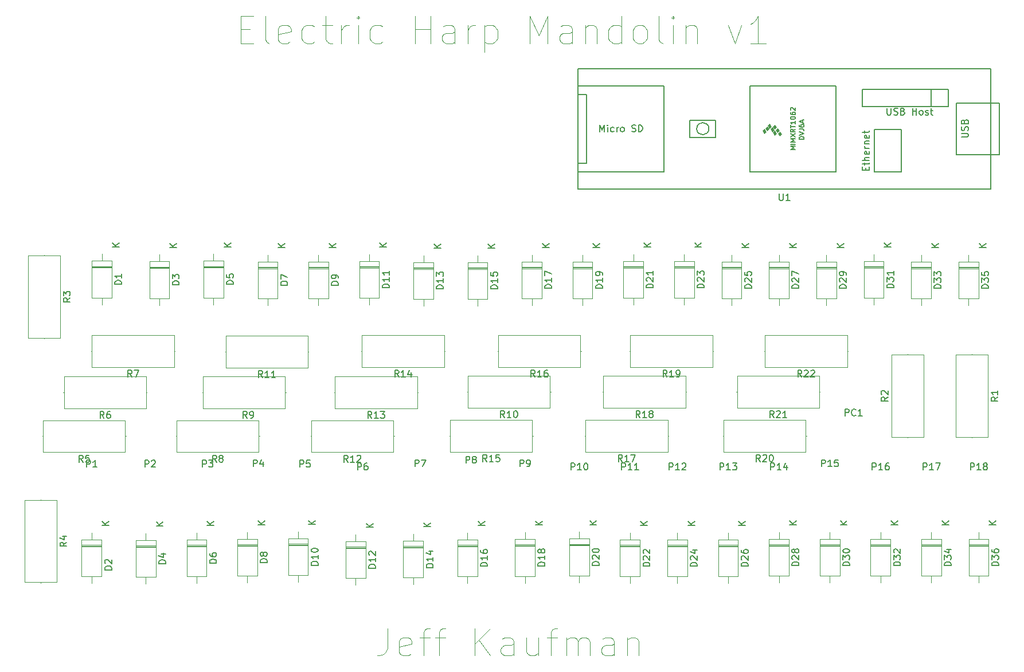
<source format=gbr>
%TF.GenerationSoftware,KiCad,Pcbnew,8.0.1*%
%TF.CreationDate,2024-04-01T15:58:41-04:00*%
%TF.ProjectId,emandoharp,656d616e-646f-4686-9172-702e6b696361,rev?*%
%TF.SameCoordinates,Original*%
%TF.FileFunction,Legend,Top*%
%TF.FilePolarity,Positive*%
%FSLAX46Y46*%
G04 Gerber Fmt 4.6, Leading zero omitted, Abs format (unit mm)*
G04 Created by KiCad (PCBNEW 8.0.1) date 2024-04-01 15:58:41*
%MOMM*%
%LPD*%
G01*
G04 APERTURE LIST*
%ADD10C,0.100000*%
%ADD11C,0.150000*%
%ADD12C,0.120000*%
G04 APERTURE END LIST*
D10*
X104661027Y-158005276D02*
X104661027Y-160862419D01*
X104661027Y-160862419D02*
X104470550Y-161433847D01*
X104470550Y-161433847D02*
X104089598Y-161814800D01*
X104089598Y-161814800D02*
X103518169Y-162005276D01*
X103518169Y-162005276D02*
X103137217Y-162005276D01*
X108089598Y-161814800D02*
X107708646Y-162005276D01*
X107708646Y-162005276D02*
X106946741Y-162005276D01*
X106946741Y-162005276D02*
X106565788Y-161814800D01*
X106565788Y-161814800D02*
X106375312Y-161433847D01*
X106375312Y-161433847D02*
X106375312Y-159910038D01*
X106375312Y-159910038D02*
X106565788Y-159529085D01*
X106565788Y-159529085D02*
X106946741Y-159338609D01*
X106946741Y-159338609D02*
X107708646Y-159338609D01*
X107708646Y-159338609D02*
X108089598Y-159529085D01*
X108089598Y-159529085D02*
X108280074Y-159910038D01*
X108280074Y-159910038D02*
X108280074Y-160290990D01*
X108280074Y-160290990D02*
X106375312Y-160671942D01*
X109422931Y-159338609D02*
X110946740Y-159338609D01*
X109994359Y-162005276D02*
X109994359Y-158576704D01*
X109994359Y-158576704D02*
X110184836Y-158195752D01*
X110184836Y-158195752D02*
X110565788Y-158005276D01*
X110565788Y-158005276D02*
X110946740Y-158005276D01*
X111708645Y-159338609D02*
X113232454Y-159338609D01*
X112280073Y-162005276D02*
X112280073Y-158576704D01*
X112280073Y-158576704D02*
X112470550Y-158195752D01*
X112470550Y-158195752D02*
X112851502Y-158005276D01*
X112851502Y-158005276D02*
X113232454Y-158005276D01*
X117613406Y-162005276D02*
X117613406Y-158005276D01*
X119899121Y-162005276D02*
X118184835Y-159719561D01*
X119899121Y-158005276D02*
X117613406Y-160290990D01*
X123327692Y-162005276D02*
X123327692Y-159910038D01*
X123327692Y-159910038D02*
X123137216Y-159529085D01*
X123137216Y-159529085D02*
X122756264Y-159338609D01*
X122756264Y-159338609D02*
X121994359Y-159338609D01*
X121994359Y-159338609D02*
X121613406Y-159529085D01*
X123327692Y-161814800D02*
X122946740Y-162005276D01*
X122946740Y-162005276D02*
X121994359Y-162005276D01*
X121994359Y-162005276D02*
X121613406Y-161814800D01*
X121613406Y-161814800D02*
X121422930Y-161433847D01*
X121422930Y-161433847D02*
X121422930Y-161052895D01*
X121422930Y-161052895D02*
X121613406Y-160671942D01*
X121613406Y-160671942D02*
X121994359Y-160481466D01*
X121994359Y-160481466D02*
X122946740Y-160481466D01*
X122946740Y-160481466D02*
X123327692Y-160290990D01*
X126946740Y-159338609D02*
X126946740Y-162005276D01*
X125232454Y-159338609D02*
X125232454Y-161433847D01*
X125232454Y-161433847D02*
X125422931Y-161814800D01*
X125422931Y-161814800D02*
X125803883Y-162005276D01*
X125803883Y-162005276D02*
X126375312Y-162005276D01*
X126375312Y-162005276D02*
X126756264Y-161814800D01*
X126756264Y-161814800D02*
X126946740Y-161624323D01*
X128280074Y-159338609D02*
X129803883Y-159338609D01*
X128851502Y-162005276D02*
X128851502Y-158576704D01*
X128851502Y-158576704D02*
X129041979Y-158195752D01*
X129041979Y-158195752D02*
X129422931Y-158005276D01*
X129422931Y-158005276D02*
X129803883Y-158005276D01*
X131137216Y-162005276D02*
X131137216Y-159338609D01*
X131137216Y-159719561D02*
X131327693Y-159529085D01*
X131327693Y-159529085D02*
X131708645Y-159338609D01*
X131708645Y-159338609D02*
X132280074Y-159338609D01*
X132280074Y-159338609D02*
X132661026Y-159529085D01*
X132661026Y-159529085D02*
X132851502Y-159910038D01*
X132851502Y-159910038D02*
X132851502Y-162005276D01*
X132851502Y-159910038D02*
X133041978Y-159529085D01*
X133041978Y-159529085D02*
X133422931Y-159338609D01*
X133422931Y-159338609D02*
X133994359Y-159338609D01*
X133994359Y-159338609D02*
X134375312Y-159529085D01*
X134375312Y-159529085D02*
X134565788Y-159910038D01*
X134565788Y-159910038D02*
X134565788Y-162005276D01*
X138184835Y-162005276D02*
X138184835Y-159910038D01*
X138184835Y-159910038D02*
X137994359Y-159529085D01*
X137994359Y-159529085D02*
X137613407Y-159338609D01*
X137613407Y-159338609D02*
X136851502Y-159338609D01*
X136851502Y-159338609D02*
X136470549Y-159529085D01*
X138184835Y-161814800D02*
X137803883Y-162005276D01*
X137803883Y-162005276D02*
X136851502Y-162005276D01*
X136851502Y-162005276D02*
X136470549Y-161814800D01*
X136470549Y-161814800D02*
X136280073Y-161433847D01*
X136280073Y-161433847D02*
X136280073Y-161052895D01*
X136280073Y-161052895D02*
X136470549Y-160671942D01*
X136470549Y-160671942D02*
X136851502Y-160481466D01*
X136851502Y-160481466D02*
X137803883Y-160481466D01*
X137803883Y-160481466D02*
X138184835Y-160290990D01*
X140089597Y-159338609D02*
X140089597Y-162005276D01*
X140089597Y-159719561D02*
X140280074Y-159529085D01*
X140280074Y-159529085D02*
X140661026Y-159338609D01*
X140661026Y-159338609D02*
X141232455Y-159338609D01*
X141232455Y-159338609D02*
X141613407Y-159529085D01*
X141613407Y-159529085D02*
X141803883Y-159910038D01*
X141803883Y-159910038D02*
X141803883Y-162005276D01*
X83018169Y-69410038D02*
X84351503Y-69410038D01*
X84922931Y-71505276D02*
X83018169Y-71505276D01*
X83018169Y-71505276D02*
X83018169Y-67505276D01*
X83018169Y-67505276D02*
X84922931Y-67505276D01*
X87208646Y-71505276D02*
X86827694Y-71314800D01*
X86827694Y-71314800D02*
X86637217Y-70933847D01*
X86637217Y-70933847D02*
X86637217Y-67505276D01*
X90256265Y-71314800D02*
X89875313Y-71505276D01*
X89875313Y-71505276D02*
X89113408Y-71505276D01*
X89113408Y-71505276D02*
X88732455Y-71314800D01*
X88732455Y-71314800D02*
X88541979Y-70933847D01*
X88541979Y-70933847D02*
X88541979Y-69410038D01*
X88541979Y-69410038D02*
X88732455Y-69029085D01*
X88732455Y-69029085D02*
X89113408Y-68838609D01*
X89113408Y-68838609D02*
X89875313Y-68838609D01*
X89875313Y-68838609D02*
X90256265Y-69029085D01*
X90256265Y-69029085D02*
X90446741Y-69410038D01*
X90446741Y-69410038D02*
X90446741Y-69790990D01*
X90446741Y-69790990D02*
X88541979Y-70171942D01*
X93875312Y-71314800D02*
X93494360Y-71505276D01*
X93494360Y-71505276D02*
X92732455Y-71505276D01*
X92732455Y-71505276D02*
X92351503Y-71314800D01*
X92351503Y-71314800D02*
X92161026Y-71124323D01*
X92161026Y-71124323D02*
X91970550Y-70743371D01*
X91970550Y-70743371D02*
X91970550Y-69600514D01*
X91970550Y-69600514D02*
X92161026Y-69219561D01*
X92161026Y-69219561D02*
X92351503Y-69029085D01*
X92351503Y-69029085D02*
X92732455Y-68838609D01*
X92732455Y-68838609D02*
X93494360Y-68838609D01*
X93494360Y-68838609D02*
X93875312Y-69029085D01*
X95018169Y-68838609D02*
X96541978Y-68838609D01*
X95589597Y-67505276D02*
X95589597Y-70933847D01*
X95589597Y-70933847D02*
X95780074Y-71314800D01*
X95780074Y-71314800D02*
X96161026Y-71505276D01*
X96161026Y-71505276D02*
X96541978Y-71505276D01*
X97875311Y-71505276D02*
X97875311Y-68838609D01*
X97875311Y-69600514D02*
X98065788Y-69219561D01*
X98065788Y-69219561D02*
X98256264Y-69029085D01*
X98256264Y-69029085D02*
X98637216Y-68838609D01*
X98637216Y-68838609D02*
X99018169Y-68838609D01*
X100351501Y-71505276D02*
X100351501Y-68838609D01*
X100351501Y-67505276D02*
X100161025Y-67695752D01*
X100161025Y-67695752D02*
X100351501Y-67886228D01*
X100351501Y-67886228D02*
X100541978Y-67695752D01*
X100541978Y-67695752D02*
X100351501Y-67505276D01*
X100351501Y-67505276D02*
X100351501Y-67886228D01*
X103970549Y-71314800D02*
X103589597Y-71505276D01*
X103589597Y-71505276D02*
X102827692Y-71505276D01*
X102827692Y-71505276D02*
X102446740Y-71314800D01*
X102446740Y-71314800D02*
X102256263Y-71124323D01*
X102256263Y-71124323D02*
X102065787Y-70743371D01*
X102065787Y-70743371D02*
X102065787Y-69600514D01*
X102065787Y-69600514D02*
X102256263Y-69219561D01*
X102256263Y-69219561D02*
X102446740Y-69029085D01*
X102446740Y-69029085D02*
X102827692Y-68838609D01*
X102827692Y-68838609D02*
X103589597Y-68838609D01*
X103589597Y-68838609D02*
X103970549Y-69029085D01*
X108732453Y-71505276D02*
X108732453Y-67505276D01*
X108732453Y-69410038D02*
X111018168Y-69410038D01*
X111018168Y-71505276D02*
X111018168Y-67505276D01*
X114637215Y-71505276D02*
X114637215Y-69410038D01*
X114637215Y-69410038D02*
X114446739Y-69029085D01*
X114446739Y-69029085D02*
X114065787Y-68838609D01*
X114065787Y-68838609D02*
X113303882Y-68838609D01*
X113303882Y-68838609D02*
X112922929Y-69029085D01*
X114637215Y-71314800D02*
X114256263Y-71505276D01*
X114256263Y-71505276D02*
X113303882Y-71505276D01*
X113303882Y-71505276D02*
X112922929Y-71314800D01*
X112922929Y-71314800D02*
X112732453Y-70933847D01*
X112732453Y-70933847D02*
X112732453Y-70552895D01*
X112732453Y-70552895D02*
X112922929Y-70171942D01*
X112922929Y-70171942D02*
X113303882Y-69981466D01*
X113303882Y-69981466D02*
X114256263Y-69981466D01*
X114256263Y-69981466D02*
X114637215Y-69790990D01*
X116541977Y-71505276D02*
X116541977Y-68838609D01*
X116541977Y-69600514D02*
X116732454Y-69219561D01*
X116732454Y-69219561D02*
X116922930Y-69029085D01*
X116922930Y-69029085D02*
X117303882Y-68838609D01*
X117303882Y-68838609D02*
X117684835Y-68838609D01*
X119018167Y-68838609D02*
X119018167Y-72838609D01*
X119018167Y-69029085D02*
X119399120Y-68838609D01*
X119399120Y-68838609D02*
X120161025Y-68838609D01*
X120161025Y-68838609D02*
X120541977Y-69029085D01*
X120541977Y-69029085D02*
X120732453Y-69219561D01*
X120732453Y-69219561D02*
X120922929Y-69600514D01*
X120922929Y-69600514D02*
X120922929Y-70743371D01*
X120922929Y-70743371D02*
X120732453Y-71124323D01*
X120732453Y-71124323D02*
X120541977Y-71314800D01*
X120541977Y-71314800D02*
X120161025Y-71505276D01*
X120161025Y-71505276D02*
X119399120Y-71505276D01*
X119399120Y-71505276D02*
X119018167Y-71314800D01*
X125684834Y-71505276D02*
X125684834Y-67505276D01*
X125684834Y-67505276D02*
X127018168Y-70362419D01*
X127018168Y-70362419D02*
X128351501Y-67505276D01*
X128351501Y-67505276D02*
X128351501Y-71505276D01*
X131970549Y-71505276D02*
X131970549Y-69410038D01*
X131970549Y-69410038D02*
X131780073Y-69029085D01*
X131780073Y-69029085D02*
X131399121Y-68838609D01*
X131399121Y-68838609D02*
X130637216Y-68838609D01*
X130637216Y-68838609D02*
X130256263Y-69029085D01*
X131970549Y-71314800D02*
X131589597Y-71505276D01*
X131589597Y-71505276D02*
X130637216Y-71505276D01*
X130637216Y-71505276D02*
X130256263Y-71314800D01*
X130256263Y-71314800D02*
X130065787Y-70933847D01*
X130065787Y-70933847D02*
X130065787Y-70552895D01*
X130065787Y-70552895D02*
X130256263Y-70171942D01*
X130256263Y-70171942D02*
X130637216Y-69981466D01*
X130637216Y-69981466D02*
X131589597Y-69981466D01*
X131589597Y-69981466D02*
X131970549Y-69790990D01*
X133875311Y-68838609D02*
X133875311Y-71505276D01*
X133875311Y-69219561D02*
X134065788Y-69029085D01*
X134065788Y-69029085D02*
X134446740Y-68838609D01*
X134446740Y-68838609D02*
X135018169Y-68838609D01*
X135018169Y-68838609D02*
X135399121Y-69029085D01*
X135399121Y-69029085D02*
X135589597Y-69410038D01*
X135589597Y-69410038D02*
X135589597Y-71505276D01*
X139208645Y-71505276D02*
X139208645Y-67505276D01*
X139208645Y-71314800D02*
X138827693Y-71505276D01*
X138827693Y-71505276D02*
X138065788Y-71505276D01*
X138065788Y-71505276D02*
X137684836Y-71314800D01*
X137684836Y-71314800D02*
X137494359Y-71124323D01*
X137494359Y-71124323D02*
X137303883Y-70743371D01*
X137303883Y-70743371D02*
X137303883Y-69600514D01*
X137303883Y-69600514D02*
X137494359Y-69219561D01*
X137494359Y-69219561D02*
X137684836Y-69029085D01*
X137684836Y-69029085D02*
X138065788Y-68838609D01*
X138065788Y-68838609D02*
X138827693Y-68838609D01*
X138827693Y-68838609D02*
X139208645Y-69029085D01*
X141684836Y-71505276D02*
X141303884Y-71314800D01*
X141303884Y-71314800D02*
X141113407Y-71124323D01*
X141113407Y-71124323D02*
X140922931Y-70743371D01*
X140922931Y-70743371D02*
X140922931Y-69600514D01*
X140922931Y-69600514D02*
X141113407Y-69219561D01*
X141113407Y-69219561D02*
X141303884Y-69029085D01*
X141303884Y-69029085D02*
X141684836Y-68838609D01*
X141684836Y-68838609D02*
X142256265Y-68838609D01*
X142256265Y-68838609D02*
X142637217Y-69029085D01*
X142637217Y-69029085D02*
X142827693Y-69219561D01*
X142827693Y-69219561D02*
X143018169Y-69600514D01*
X143018169Y-69600514D02*
X143018169Y-70743371D01*
X143018169Y-70743371D02*
X142827693Y-71124323D01*
X142827693Y-71124323D02*
X142637217Y-71314800D01*
X142637217Y-71314800D02*
X142256265Y-71505276D01*
X142256265Y-71505276D02*
X141684836Y-71505276D01*
X145303884Y-71505276D02*
X144922932Y-71314800D01*
X144922932Y-71314800D02*
X144732455Y-70933847D01*
X144732455Y-70933847D02*
X144732455Y-67505276D01*
X146827693Y-71505276D02*
X146827693Y-68838609D01*
X146827693Y-67505276D02*
X146637217Y-67695752D01*
X146637217Y-67695752D02*
X146827693Y-67886228D01*
X146827693Y-67886228D02*
X147018170Y-67695752D01*
X147018170Y-67695752D02*
X146827693Y-67505276D01*
X146827693Y-67505276D02*
X146827693Y-67886228D01*
X148732455Y-68838609D02*
X148732455Y-71505276D01*
X148732455Y-69219561D02*
X148922932Y-69029085D01*
X148922932Y-69029085D02*
X149303884Y-68838609D01*
X149303884Y-68838609D02*
X149875313Y-68838609D01*
X149875313Y-68838609D02*
X150256265Y-69029085D01*
X150256265Y-69029085D02*
X150446741Y-69410038D01*
X150446741Y-69410038D02*
X150446741Y-71505276D01*
X155018170Y-68838609D02*
X155970551Y-71505276D01*
X155970551Y-71505276D02*
X156922932Y-68838609D01*
X160541980Y-71505276D02*
X158256265Y-71505276D01*
X159399122Y-71505276D02*
X159399122Y-67505276D01*
X159399122Y-67505276D02*
X159018170Y-68076704D01*
X159018170Y-68076704D02*
X158637218Y-68457657D01*
X158637218Y-68457657D02*
X158256265Y-68648133D01*
D11*
X83953333Y-126904819D02*
X83620000Y-126428628D01*
X83381905Y-126904819D02*
X83381905Y-125904819D01*
X83381905Y-125904819D02*
X83762857Y-125904819D01*
X83762857Y-125904819D02*
X83858095Y-125952438D01*
X83858095Y-125952438D02*
X83905714Y-126000057D01*
X83905714Y-126000057D02*
X83953333Y-126095295D01*
X83953333Y-126095295D02*
X83953333Y-126238152D01*
X83953333Y-126238152D02*
X83905714Y-126333390D01*
X83905714Y-126333390D02*
X83858095Y-126381009D01*
X83858095Y-126381009D02*
X83762857Y-126428628D01*
X83762857Y-126428628D02*
X83381905Y-126428628D01*
X84429524Y-126904819D02*
X84620000Y-126904819D01*
X84620000Y-126904819D02*
X84715238Y-126857200D01*
X84715238Y-126857200D02*
X84762857Y-126809580D01*
X84762857Y-126809580D02*
X84858095Y-126666723D01*
X84858095Y-126666723D02*
X84905714Y-126476247D01*
X84905714Y-126476247D02*
X84905714Y-126095295D01*
X84905714Y-126095295D02*
X84858095Y-126000057D01*
X84858095Y-126000057D02*
X84810476Y-125952438D01*
X84810476Y-125952438D02*
X84715238Y-125904819D01*
X84715238Y-125904819D02*
X84524762Y-125904819D01*
X84524762Y-125904819D02*
X84429524Y-125952438D01*
X84429524Y-125952438D02*
X84381905Y-126000057D01*
X84381905Y-126000057D02*
X84334286Y-126095295D01*
X84334286Y-126095295D02*
X84334286Y-126333390D01*
X84334286Y-126333390D02*
X84381905Y-126428628D01*
X84381905Y-126428628D02*
X84429524Y-126476247D01*
X84429524Y-126476247D02*
X84524762Y-126523866D01*
X84524762Y-126523866D02*
X84715238Y-126523866D01*
X84715238Y-126523866D02*
X84810476Y-126476247D01*
X84810476Y-126476247D02*
X84858095Y-126428628D01*
X84858095Y-126428628D02*
X84905714Y-126333390D01*
X162548095Y-93734819D02*
X162548095Y-94544342D01*
X162548095Y-94544342D02*
X162595714Y-94639580D01*
X162595714Y-94639580D02*
X162643333Y-94687200D01*
X162643333Y-94687200D02*
X162738571Y-94734819D01*
X162738571Y-94734819D02*
X162929047Y-94734819D01*
X162929047Y-94734819D02*
X163024285Y-94687200D01*
X163024285Y-94687200D02*
X163071904Y-94639580D01*
X163071904Y-94639580D02*
X163119523Y-94544342D01*
X163119523Y-94544342D02*
X163119523Y-93734819D01*
X164119523Y-94734819D02*
X163548095Y-94734819D01*
X163833809Y-94734819D02*
X163833809Y-93734819D01*
X163833809Y-93734819D02*
X163738571Y-93877676D01*
X163738571Y-93877676D02*
X163643333Y-93972914D01*
X163643333Y-93972914D02*
X163548095Y-94020533D01*
X175306009Y-90253743D02*
X175306009Y-89920410D01*
X175829819Y-89777553D02*
X175829819Y-90253743D01*
X175829819Y-90253743D02*
X174829819Y-90253743D01*
X174829819Y-90253743D02*
X174829819Y-89777553D01*
X175163152Y-89491838D02*
X175163152Y-89110886D01*
X174829819Y-89348981D02*
X175686961Y-89348981D01*
X175686961Y-89348981D02*
X175782200Y-89301362D01*
X175782200Y-89301362D02*
X175829819Y-89206124D01*
X175829819Y-89206124D02*
X175829819Y-89110886D01*
X175829819Y-88777552D02*
X174829819Y-88777552D01*
X175829819Y-88348981D02*
X175306009Y-88348981D01*
X175306009Y-88348981D02*
X175210771Y-88396600D01*
X175210771Y-88396600D02*
X175163152Y-88491838D01*
X175163152Y-88491838D02*
X175163152Y-88634695D01*
X175163152Y-88634695D02*
X175210771Y-88729933D01*
X175210771Y-88729933D02*
X175258390Y-88777552D01*
X175782200Y-87491838D02*
X175829819Y-87587076D01*
X175829819Y-87587076D02*
X175829819Y-87777552D01*
X175829819Y-87777552D02*
X175782200Y-87872790D01*
X175782200Y-87872790D02*
X175686961Y-87920409D01*
X175686961Y-87920409D02*
X175306009Y-87920409D01*
X175306009Y-87920409D02*
X175210771Y-87872790D01*
X175210771Y-87872790D02*
X175163152Y-87777552D01*
X175163152Y-87777552D02*
X175163152Y-87587076D01*
X175163152Y-87587076D02*
X175210771Y-87491838D01*
X175210771Y-87491838D02*
X175306009Y-87444219D01*
X175306009Y-87444219D02*
X175401247Y-87444219D01*
X175401247Y-87444219D02*
X175496485Y-87920409D01*
X175829819Y-87015647D02*
X175163152Y-87015647D01*
X175353628Y-87015647D02*
X175258390Y-86968028D01*
X175258390Y-86968028D02*
X175210771Y-86920409D01*
X175210771Y-86920409D02*
X175163152Y-86825171D01*
X175163152Y-86825171D02*
X175163152Y-86729933D01*
X175163152Y-86396599D02*
X175829819Y-86396599D01*
X175258390Y-86396599D02*
X175210771Y-86348980D01*
X175210771Y-86348980D02*
X175163152Y-86253742D01*
X175163152Y-86253742D02*
X175163152Y-86110885D01*
X175163152Y-86110885D02*
X175210771Y-86015647D01*
X175210771Y-86015647D02*
X175306009Y-85968028D01*
X175306009Y-85968028D02*
X175829819Y-85968028D01*
X175782200Y-85110885D02*
X175829819Y-85206123D01*
X175829819Y-85206123D02*
X175829819Y-85396599D01*
X175829819Y-85396599D02*
X175782200Y-85491837D01*
X175782200Y-85491837D02*
X175686961Y-85539456D01*
X175686961Y-85539456D02*
X175306009Y-85539456D01*
X175306009Y-85539456D02*
X175210771Y-85491837D01*
X175210771Y-85491837D02*
X175163152Y-85396599D01*
X175163152Y-85396599D02*
X175163152Y-85206123D01*
X175163152Y-85206123D02*
X175210771Y-85110885D01*
X175210771Y-85110885D02*
X175306009Y-85063266D01*
X175306009Y-85063266D02*
X175401247Y-85063266D01*
X175401247Y-85063266D02*
X175496485Y-85539456D01*
X175163152Y-84777551D02*
X175163152Y-84396599D01*
X174829819Y-84634694D02*
X175686961Y-84634694D01*
X175686961Y-84634694D02*
X175782200Y-84587075D01*
X175782200Y-84587075D02*
X175829819Y-84491837D01*
X175829819Y-84491837D02*
X175829819Y-84396599D01*
X136060952Y-84574819D02*
X136060952Y-83574819D01*
X136060952Y-83574819D02*
X136394285Y-84289104D01*
X136394285Y-84289104D02*
X136727618Y-83574819D01*
X136727618Y-83574819D02*
X136727618Y-84574819D01*
X137203809Y-84574819D02*
X137203809Y-83908152D01*
X137203809Y-83574819D02*
X137156190Y-83622438D01*
X137156190Y-83622438D02*
X137203809Y-83670057D01*
X137203809Y-83670057D02*
X137251428Y-83622438D01*
X137251428Y-83622438D02*
X137203809Y-83574819D01*
X137203809Y-83574819D02*
X137203809Y-83670057D01*
X138108570Y-84527200D02*
X138013332Y-84574819D01*
X138013332Y-84574819D02*
X137822856Y-84574819D01*
X137822856Y-84574819D02*
X137727618Y-84527200D01*
X137727618Y-84527200D02*
X137679999Y-84479580D01*
X137679999Y-84479580D02*
X137632380Y-84384342D01*
X137632380Y-84384342D02*
X137632380Y-84098628D01*
X137632380Y-84098628D02*
X137679999Y-84003390D01*
X137679999Y-84003390D02*
X137727618Y-83955771D01*
X137727618Y-83955771D02*
X137822856Y-83908152D01*
X137822856Y-83908152D02*
X138013332Y-83908152D01*
X138013332Y-83908152D02*
X138108570Y-83955771D01*
X138537142Y-84574819D02*
X138537142Y-83908152D01*
X138537142Y-84098628D02*
X138584761Y-84003390D01*
X138584761Y-84003390D02*
X138632380Y-83955771D01*
X138632380Y-83955771D02*
X138727618Y-83908152D01*
X138727618Y-83908152D02*
X138822856Y-83908152D01*
X139299047Y-84574819D02*
X139203809Y-84527200D01*
X139203809Y-84527200D02*
X139156190Y-84479580D01*
X139156190Y-84479580D02*
X139108571Y-84384342D01*
X139108571Y-84384342D02*
X139108571Y-84098628D01*
X139108571Y-84098628D02*
X139156190Y-84003390D01*
X139156190Y-84003390D02*
X139203809Y-83955771D01*
X139203809Y-83955771D02*
X139299047Y-83908152D01*
X139299047Y-83908152D02*
X139441904Y-83908152D01*
X139441904Y-83908152D02*
X139537142Y-83955771D01*
X139537142Y-83955771D02*
X139584761Y-84003390D01*
X139584761Y-84003390D02*
X139632380Y-84098628D01*
X139632380Y-84098628D02*
X139632380Y-84384342D01*
X139632380Y-84384342D02*
X139584761Y-84479580D01*
X139584761Y-84479580D02*
X139537142Y-84527200D01*
X139537142Y-84527200D02*
X139441904Y-84574819D01*
X139441904Y-84574819D02*
X139299047Y-84574819D01*
X140775238Y-84527200D02*
X140918095Y-84574819D01*
X140918095Y-84574819D02*
X141156190Y-84574819D01*
X141156190Y-84574819D02*
X141251428Y-84527200D01*
X141251428Y-84527200D02*
X141299047Y-84479580D01*
X141299047Y-84479580D02*
X141346666Y-84384342D01*
X141346666Y-84384342D02*
X141346666Y-84289104D01*
X141346666Y-84289104D02*
X141299047Y-84193866D01*
X141299047Y-84193866D02*
X141251428Y-84146247D01*
X141251428Y-84146247D02*
X141156190Y-84098628D01*
X141156190Y-84098628D02*
X140965714Y-84051009D01*
X140965714Y-84051009D02*
X140870476Y-84003390D01*
X140870476Y-84003390D02*
X140822857Y-83955771D01*
X140822857Y-83955771D02*
X140775238Y-83860533D01*
X140775238Y-83860533D02*
X140775238Y-83765295D01*
X140775238Y-83765295D02*
X140822857Y-83670057D01*
X140822857Y-83670057D02*
X140870476Y-83622438D01*
X140870476Y-83622438D02*
X140965714Y-83574819D01*
X140965714Y-83574819D02*
X141203809Y-83574819D01*
X141203809Y-83574819D02*
X141346666Y-83622438D01*
X141775238Y-84574819D02*
X141775238Y-83574819D01*
X141775238Y-83574819D02*
X142013333Y-83574819D01*
X142013333Y-83574819D02*
X142156190Y-83622438D01*
X142156190Y-83622438D02*
X142251428Y-83717676D01*
X142251428Y-83717676D02*
X142299047Y-83812914D01*
X142299047Y-83812914D02*
X142346666Y-84003390D01*
X142346666Y-84003390D02*
X142346666Y-84146247D01*
X142346666Y-84146247D02*
X142299047Y-84336723D01*
X142299047Y-84336723D02*
X142251428Y-84431961D01*
X142251428Y-84431961D02*
X142156190Y-84527200D01*
X142156190Y-84527200D02*
X142013333Y-84574819D01*
X142013333Y-84574819D02*
X141775238Y-84574819D01*
X189434819Y-85381904D02*
X190244342Y-85381904D01*
X190244342Y-85381904D02*
X190339580Y-85334285D01*
X190339580Y-85334285D02*
X190387200Y-85286666D01*
X190387200Y-85286666D02*
X190434819Y-85191428D01*
X190434819Y-85191428D02*
X190434819Y-85000952D01*
X190434819Y-85000952D02*
X190387200Y-84905714D01*
X190387200Y-84905714D02*
X190339580Y-84858095D01*
X190339580Y-84858095D02*
X190244342Y-84810476D01*
X190244342Y-84810476D02*
X189434819Y-84810476D01*
X190387200Y-84381904D02*
X190434819Y-84239047D01*
X190434819Y-84239047D02*
X190434819Y-84000952D01*
X190434819Y-84000952D02*
X190387200Y-83905714D01*
X190387200Y-83905714D02*
X190339580Y-83858095D01*
X190339580Y-83858095D02*
X190244342Y-83810476D01*
X190244342Y-83810476D02*
X190149104Y-83810476D01*
X190149104Y-83810476D02*
X190053866Y-83858095D01*
X190053866Y-83858095D02*
X190006247Y-83905714D01*
X190006247Y-83905714D02*
X189958628Y-84000952D01*
X189958628Y-84000952D02*
X189911009Y-84191428D01*
X189911009Y-84191428D02*
X189863390Y-84286666D01*
X189863390Y-84286666D02*
X189815771Y-84334285D01*
X189815771Y-84334285D02*
X189720533Y-84381904D01*
X189720533Y-84381904D02*
X189625295Y-84381904D01*
X189625295Y-84381904D02*
X189530057Y-84334285D01*
X189530057Y-84334285D02*
X189482438Y-84286666D01*
X189482438Y-84286666D02*
X189434819Y-84191428D01*
X189434819Y-84191428D02*
X189434819Y-83953333D01*
X189434819Y-83953333D02*
X189482438Y-83810476D01*
X189911009Y-83048571D02*
X189958628Y-82905714D01*
X189958628Y-82905714D02*
X190006247Y-82858095D01*
X190006247Y-82858095D02*
X190101485Y-82810476D01*
X190101485Y-82810476D02*
X190244342Y-82810476D01*
X190244342Y-82810476D02*
X190339580Y-82858095D01*
X190339580Y-82858095D02*
X190387200Y-82905714D01*
X190387200Y-82905714D02*
X190434819Y-83000952D01*
X190434819Y-83000952D02*
X190434819Y-83381904D01*
X190434819Y-83381904D02*
X189434819Y-83381904D01*
X189434819Y-83381904D02*
X189434819Y-83048571D01*
X189434819Y-83048571D02*
X189482438Y-82953333D01*
X189482438Y-82953333D02*
X189530057Y-82905714D01*
X189530057Y-82905714D02*
X189625295Y-82858095D01*
X189625295Y-82858095D02*
X189720533Y-82858095D01*
X189720533Y-82858095D02*
X189815771Y-82905714D01*
X189815771Y-82905714D02*
X189863390Y-82953333D01*
X189863390Y-82953333D02*
X189911009Y-83048571D01*
X189911009Y-83048571D02*
X189911009Y-83381904D01*
X178466276Y-81085619D02*
X178466276Y-81895142D01*
X178466276Y-81895142D02*
X178513895Y-81990380D01*
X178513895Y-81990380D02*
X178561514Y-82038000D01*
X178561514Y-82038000D02*
X178656752Y-82085619D01*
X178656752Y-82085619D02*
X178847228Y-82085619D01*
X178847228Y-82085619D02*
X178942466Y-82038000D01*
X178942466Y-82038000D02*
X178990085Y-81990380D01*
X178990085Y-81990380D02*
X179037704Y-81895142D01*
X179037704Y-81895142D02*
X179037704Y-81085619D01*
X179466276Y-82038000D02*
X179609133Y-82085619D01*
X179609133Y-82085619D02*
X179847228Y-82085619D01*
X179847228Y-82085619D02*
X179942466Y-82038000D01*
X179942466Y-82038000D02*
X179990085Y-81990380D01*
X179990085Y-81990380D02*
X180037704Y-81895142D01*
X180037704Y-81895142D02*
X180037704Y-81799904D01*
X180037704Y-81799904D02*
X179990085Y-81704666D01*
X179990085Y-81704666D02*
X179942466Y-81657047D01*
X179942466Y-81657047D02*
X179847228Y-81609428D01*
X179847228Y-81609428D02*
X179656752Y-81561809D01*
X179656752Y-81561809D02*
X179561514Y-81514190D01*
X179561514Y-81514190D02*
X179513895Y-81466571D01*
X179513895Y-81466571D02*
X179466276Y-81371333D01*
X179466276Y-81371333D02*
X179466276Y-81276095D01*
X179466276Y-81276095D02*
X179513895Y-81180857D01*
X179513895Y-81180857D02*
X179561514Y-81133238D01*
X179561514Y-81133238D02*
X179656752Y-81085619D01*
X179656752Y-81085619D02*
X179894847Y-81085619D01*
X179894847Y-81085619D02*
X180037704Y-81133238D01*
X180799609Y-81561809D02*
X180942466Y-81609428D01*
X180942466Y-81609428D02*
X180990085Y-81657047D01*
X180990085Y-81657047D02*
X181037704Y-81752285D01*
X181037704Y-81752285D02*
X181037704Y-81895142D01*
X181037704Y-81895142D02*
X180990085Y-81990380D01*
X180990085Y-81990380D02*
X180942466Y-82038000D01*
X180942466Y-82038000D02*
X180847228Y-82085619D01*
X180847228Y-82085619D02*
X180466276Y-82085619D01*
X180466276Y-82085619D02*
X180466276Y-81085619D01*
X180466276Y-81085619D02*
X180799609Y-81085619D01*
X180799609Y-81085619D02*
X180894847Y-81133238D01*
X180894847Y-81133238D02*
X180942466Y-81180857D01*
X180942466Y-81180857D02*
X180990085Y-81276095D01*
X180990085Y-81276095D02*
X180990085Y-81371333D01*
X180990085Y-81371333D02*
X180942466Y-81466571D01*
X180942466Y-81466571D02*
X180894847Y-81514190D01*
X180894847Y-81514190D02*
X180799609Y-81561809D01*
X180799609Y-81561809D02*
X180466276Y-81561809D01*
X182228181Y-82085619D02*
X182228181Y-81085619D01*
X182228181Y-81561809D02*
X182799609Y-81561809D01*
X182799609Y-82085619D02*
X182799609Y-81085619D01*
X183418657Y-82085619D02*
X183323419Y-82038000D01*
X183323419Y-82038000D02*
X183275800Y-81990380D01*
X183275800Y-81990380D02*
X183228181Y-81895142D01*
X183228181Y-81895142D02*
X183228181Y-81609428D01*
X183228181Y-81609428D02*
X183275800Y-81514190D01*
X183275800Y-81514190D02*
X183323419Y-81466571D01*
X183323419Y-81466571D02*
X183418657Y-81418952D01*
X183418657Y-81418952D02*
X183561514Y-81418952D01*
X183561514Y-81418952D02*
X183656752Y-81466571D01*
X183656752Y-81466571D02*
X183704371Y-81514190D01*
X183704371Y-81514190D02*
X183751990Y-81609428D01*
X183751990Y-81609428D02*
X183751990Y-81895142D01*
X183751990Y-81895142D02*
X183704371Y-81990380D01*
X183704371Y-81990380D02*
X183656752Y-82038000D01*
X183656752Y-82038000D02*
X183561514Y-82085619D01*
X183561514Y-82085619D02*
X183418657Y-82085619D01*
X184132943Y-82038000D02*
X184228181Y-82085619D01*
X184228181Y-82085619D02*
X184418657Y-82085619D01*
X184418657Y-82085619D02*
X184513895Y-82038000D01*
X184513895Y-82038000D02*
X184561514Y-81942761D01*
X184561514Y-81942761D02*
X184561514Y-81895142D01*
X184561514Y-81895142D02*
X184513895Y-81799904D01*
X184513895Y-81799904D02*
X184418657Y-81752285D01*
X184418657Y-81752285D02*
X184275800Y-81752285D01*
X184275800Y-81752285D02*
X184180562Y-81704666D01*
X184180562Y-81704666D02*
X184132943Y-81609428D01*
X184132943Y-81609428D02*
X184132943Y-81561809D01*
X184132943Y-81561809D02*
X184180562Y-81466571D01*
X184180562Y-81466571D02*
X184275800Y-81418952D01*
X184275800Y-81418952D02*
X184418657Y-81418952D01*
X184418657Y-81418952D02*
X184513895Y-81466571D01*
X184847229Y-81418952D02*
X185228181Y-81418952D01*
X184990086Y-81085619D02*
X184990086Y-81942761D01*
X184990086Y-81942761D02*
X185037705Y-82038000D01*
X185037705Y-82038000D02*
X185132943Y-82085619D01*
X185132943Y-82085619D02*
X185228181Y-82085619D01*
X166166033Y-85683333D02*
X165466033Y-85683333D01*
X165466033Y-85683333D02*
X165466033Y-85516666D01*
X165466033Y-85516666D02*
X165499366Y-85416666D01*
X165499366Y-85416666D02*
X165566033Y-85350000D01*
X165566033Y-85350000D02*
X165632700Y-85316666D01*
X165632700Y-85316666D02*
X165766033Y-85283333D01*
X165766033Y-85283333D02*
X165866033Y-85283333D01*
X165866033Y-85283333D02*
X165999366Y-85316666D01*
X165999366Y-85316666D02*
X166066033Y-85350000D01*
X166066033Y-85350000D02*
X166132700Y-85416666D01*
X166132700Y-85416666D02*
X166166033Y-85516666D01*
X166166033Y-85516666D02*
X166166033Y-85683333D01*
X165466033Y-85083333D02*
X166166033Y-84850000D01*
X166166033Y-84850000D02*
X165466033Y-84616666D01*
X165466033Y-84183333D02*
X165966033Y-84183333D01*
X165966033Y-84183333D02*
X166066033Y-84216666D01*
X166066033Y-84216666D02*
X166132700Y-84283333D01*
X166132700Y-84283333D02*
X166166033Y-84383333D01*
X166166033Y-84383333D02*
X166166033Y-84450000D01*
X165466033Y-83550000D02*
X165466033Y-83683333D01*
X165466033Y-83683333D02*
X165499366Y-83750000D01*
X165499366Y-83750000D02*
X165532700Y-83783333D01*
X165532700Y-83783333D02*
X165632700Y-83850000D01*
X165632700Y-83850000D02*
X165766033Y-83883333D01*
X165766033Y-83883333D02*
X166032700Y-83883333D01*
X166032700Y-83883333D02*
X166099366Y-83850000D01*
X166099366Y-83850000D02*
X166132700Y-83816667D01*
X166132700Y-83816667D02*
X166166033Y-83750000D01*
X166166033Y-83750000D02*
X166166033Y-83616667D01*
X166166033Y-83616667D02*
X166132700Y-83550000D01*
X166132700Y-83550000D02*
X166099366Y-83516667D01*
X166099366Y-83516667D02*
X166032700Y-83483333D01*
X166032700Y-83483333D02*
X165866033Y-83483333D01*
X165866033Y-83483333D02*
X165799366Y-83516667D01*
X165799366Y-83516667D02*
X165766033Y-83550000D01*
X165766033Y-83550000D02*
X165732700Y-83616667D01*
X165732700Y-83616667D02*
X165732700Y-83750000D01*
X165732700Y-83750000D02*
X165766033Y-83816667D01*
X165766033Y-83816667D02*
X165799366Y-83850000D01*
X165799366Y-83850000D02*
X165866033Y-83883333D01*
X165966033Y-83216666D02*
X165966033Y-82883333D01*
X166166033Y-83283333D02*
X165466033Y-83050000D01*
X165466033Y-83050000D02*
X166166033Y-82816666D01*
X164896033Y-87203333D02*
X164196033Y-87203333D01*
X164196033Y-87203333D02*
X164696033Y-86970000D01*
X164696033Y-86970000D02*
X164196033Y-86736666D01*
X164196033Y-86736666D02*
X164896033Y-86736666D01*
X164896033Y-86403333D02*
X164196033Y-86403333D01*
X164896033Y-86070000D02*
X164196033Y-86070000D01*
X164196033Y-86070000D02*
X164696033Y-85836667D01*
X164696033Y-85836667D02*
X164196033Y-85603333D01*
X164196033Y-85603333D02*
X164896033Y-85603333D01*
X164196033Y-85336667D02*
X164896033Y-84870000D01*
X164196033Y-84870000D02*
X164896033Y-85336667D01*
X164896033Y-84203333D02*
X164562700Y-84436666D01*
X164896033Y-84603333D02*
X164196033Y-84603333D01*
X164196033Y-84603333D02*
X164196033Y-84336666D01*
X164196033Y-84336666D02*
X164229366Y-84270000D01*
X164229366Y-84270000D02*
X164262700Y-84236666D01*
X164262700Y-84236666D02*
X164329366Y-84203333D01*
X164329366Y-84203333D02*
X164429366Y-84203333D01*
X164429366Y-84203333D02*
X164496033Y-84236666D01*
X164496033Y-84236666D02*
X164529366Y-84270000D01*
X164529366Y-84270000D02*
X164562700Y-84336666D01*
X164562700Y-84336666D02*
X164562700Y-84603333D01*
X164196033Y-84003333D02*
X164196033Y-83603333D01*
X164896033Y-83803333D02*
X164196033Y-83803333D01*
X164896033Y-83003333D02*
X164896033Y-83403333D01*
X164896033Y-83203333D02*
X164196033Y-83203333D01*
X164196033Y-83203333D02*
X164296033Y-83270000D01*
X164296033Y-83270000D02*
X164362700Y-83336667D01*
X164362700Y-83336667D02*
X164396033Y-83403333D01*
X164196033Y-82570000D02*
X164196033Y-82503333D01*
X164196033Y-82503333D02*
X164229366Y-82436666D01*
X164229366Y-82436666D02*
X164262700Y-82403333D01*
X164262700Y-82403333D02*
X164329366Y-82370000D01*
X164329366Y-82370000D02*
X164462700Y-82336666D01*
X164462700Y-82336666D02*
X164629366Y-82336666D01*
X164629366Y-82336666D02*
X164762700Y-82370000D01*
X164762700Y-82370000D02*
X164829366Y-82403333D01*
X164829366Y-82403333D02*
X164862700Y-82436666D01*
X164862700Y-82436666D02*
X164896033Y-82503333D01*
X164896033Y-82503333D02*
X164896033Y-82570000D01*
X164896033Y-82570000D02*
X164862700Y-82636666D01*
X164862700Y-82636666D02*
X164829366Y-82670000D01*
X164829366Y-82670000D02*
X164762700Y-82703333D01*
X164762700Y-82703333D02*
X164629366Y-82736666D01*
X164629366Y-82736666D02*
X164462700Y-82736666D01*
X164462700Y-82736666D02*
X164329366Y-82703333D01*
X164329366Y-82703333D02*
X164262700Y-82670000D01*
X164262700Y-82670000D02*
X164229366Y-82636666D01*
X164229366Y-82636666D02*
X164196033Y-82570000D01*
X164196033Y-81736666D02*
X164196033Y-81869999D01*
X164196033Y-81869999D02*
X164229366Y-81936666D01*
X164229366Y-81936666D02*
X164262700Y-81969999D01*
X164262700Y-81969999D02*
X164362700Y-82036666D01*
X164362700Y-82036666D02*
X164496033Y-82069999D01*
X164496033Y-82069999D02*
X164762700Y-82069999D01*
X164762700Y-82069999D02*
X164829366Y-82036666D01*
X164829366Y-82036666D02*
X164862700Y-82003333D01*
X164862700Y-82003333D02*
X164896033Y-81936666D01*
X164896033Y-81936666D02*
X164896033Y-81803333D01*
X164896033Y-81803333D02*
X164862700Y-81736666D01*
X164862700Y-81736666D02*
X164829366Y-81703333D01*
X164829366Y-81703333D02*
X164762700Y-81669999D01*
X164762700Y-81669999D02*
X164596033Y-81669999D01*
X164596033Y-81669999D02*
X164529366Y-81703333D01*
X164529366Y-81703333D02*
X164496033Y-81736666D01*
X164496033Y-81736666D02*
X164462700Y-81803333D01*
X164462700Y-81803333D02*
X164462700Y-81936666D01*
X164462700Y-81936666D02*
X164496033Y-82003333D01*
X164496033Y-82003333D02*
X164529366Y-82036666D01*
X164529366Y-82036666D02*
X164596033Y-82069999D01*
X164262700Y-81403332D02*
X164229366Y-81369999D01*
X164229366Y-81369999D02*
X164196033Y-81303332D01*
X164196033Y-81303332D02*
X164196033Y-81136666D01*
X164196033Y-81136666D02*
X164229366Y-81069999D01*
X164229366Y-81069999D02*
X164262700Y-81036666D01*
X164262700Y-81036666D02*
X164329366Y-81003332D01*
X164329366Y-81003332D02*
X164396033Y-81003332D01*
X164396033Y-81003332D02*
X164496033Y-81036666D01*
X164496033Y-81036666D02*
X164896033Y-81436666D01*
X164896033Y-81436666D02*
X164896033Y-81003332D01*
X165857142Y-120824819D02*
X165523809Y-120348628D01*
X165285714Y-120824819D02*
X165285714Y-119824819D01*
X165285714Y-119824819D02*
X165666666Y-119824819D01*
X165666666Y-119824819D02*
X165761904Y-119872438D01*
X165761904Y-119872438D02*
X165809523Y-119920057D01*
X165809523Y-119920057D02*
X165857142Y-120015295D01*
X165857142Y-120015295D02*
X165857142Y-120158152D01*
X165857142Y-120158152D02*
X165809523Y-120253390D01*
X165809523Y-120253390D02*
X165761904Y-120301009D01*
X165761904Y-120301009D02*
X165666666Y-120348628D01*
X165666666Y-120348628D02*
X165285714Y-120348628D01*
X166238095Y-119920057D02*
X166285714Y-119872438D01*
X166285714Y-119872438D02*
X166380952Y-119824819D01*
X166380952Y-119824819D02*
X166619047Y-119824819D01*
X166619047Y-119824819D02*
X166714285Y-119872438D01*
X166714285Y-119872438D02*
X166761904Y-119920057D01*
X166761904Y-119920057D02*
X166809523Y-120015295D01*
X166809523Y-120015295D02*
X166809523Y-120110533D01*
X166809523Y-120110533D02*
X166761904Y-120253390D01*
X166761904Y-120253390D02*
X166190476Y-120824819D01*
X166190476Y-120824819D02*
X166809523Y-120824819D01*
X167190476Y-119920057D02*
X167238095Y-119872438D01*
X167238095Y-119872438D02*
X167333333Y-119824819D01*
X167333333Y-119824819D02*
X167571428Y-119824819D01*
X167571428Y-119824819D02*
X167666666Y-119872438D01*
X167666666Y-119872438D02*
X167714285Y-119920057D01*
X167714285Y-119920057D02*
X167761904Y-120015295D01*
X167761904Y-120015295D02*
X167761904Y-120110533D01*
X167761904Y-120110533D02*
X167714285Y-120253390D01*
X167714285Y-120253390D02*
X167142857Y-120824819D01*
X167142857Y-120824819D02*
X167761904Y-120824819D01*
X161737142Y-126824819D02*
X161403809Y-126348628D01*
X161165714Y-126824819D02*
X161165714Y-125824819D01*
X161165714Y-125824819D02*
X161546666Y-125824819D01*
X161546666Y-125824819D02*
X161641904Y-125872438D01*
X161641904Y-125872438D02*
X161689523Y-125920057D01*
X161689523Y-125920057D02*
X161737142Y-126015295D01*
X161737142Y-126015295D02*
X161737142Y-126158152D01*
X161737142Y-126158152D02*
X161689523Y-126253390D01*
X161689523Y-126253390D02*
X161641904Y-126301009D01*
X161641904Y-126301009D02*
X161546666Y-126348628D01*
X161546666Y-126348628D02*
X161165714Y-126348628D01*
X162118095Y-125920057D02*
X162165714Y-125872438D01*
X162165714Y-125872438D02*
X162260952Y-125824819D01*
X162260952Y-125824819D02*
X162499047Y-125824819D01*
X162499047Y-125824819D02*
X162594285Y-125872438D01*
X162594285Y-125872438D02*
X162641904Y-125920057D01*
X162641904Y-125920057D02*
X162689523Y-126015295D01*
X162689523Y-126015295D02*
X162689523Y-126110533D01*
X162689523Y-126110533D02*
X162641904Y-126253390D01*
X162641904Y-126253390D02*
X162070476Y-126824819D01*
X162070476Y-126824819D02*
X162689523Y-126824819D01*
X163641904Y-126824819D02*
X163070476Y-126824819D01*
X163356190Y-126824819D02*
X163356190Y-125824819D01*
X163356190Y-125824819D02*
X163260952Y-125967676D01*
X163260952Y-125967676D02*
X163165714Y-126062914D01*
X163165714Y-126062914D02*
X163070476Y-126110533D01*
X159737142Y-133324819D02*
X159403809Y-132848628D01*
X159165714Y-133324819D02*
X159165714Y-132324819D01*
X159165714Y-132324819D02*
X159546666Y-132324819D01*
X159546666Y-132324819D02*
X159641904Y-132372438D01*
X159641904Y-132372438D02*
X159689523Y-132420057D01*
X159689523Y-132420057D02*
X159737142Y-132515295D01*
X159737142Y-132515295D02*
X159737142Y-132658152D01*
X159737142Y-132658152D02*
X159689523Y-132753390D01*
X159689523Y-132753390D02*
X159641904Y-132801009D01*
X159641904Y-132801009D02*
X159546666Y-132848628D01*
X159546666Y-132848628D02*
X159165714Y-132848628D01*
X160118095Y-132420057D02*
X160165714Y-132372438D01*
X160165714Y-132372438D02*
X160260952Y-132324819D01*
X160260952Y-132324819D02*
X160499047Y-132324819D01*
X160499047Y-132324819D02*
X160594285Y-132372438D01*
X160594285Y-132372438D02*
X160641904Y-132420057D01*
X160641904Y-132420057D02*
X160689523Y-132515295D01*
X160689523Y-132515295D02*
X160689523Y-132610533D01*
X160689523Y-132610533D02*
X160641904Y-132753390D01*
X160641904Y-132753390D02*
X160070476Y-133324819D01*
X160070476Y-133324819D02*
X160689523Y-133324819D01*
X161308571Y-132324819D02*
X161403809Y-132324819D01*
X161403809Y-132324819D02*
X161499047Y-132372438D01*
X161499047Y-132372438D02*
X161546666Y-132420057D01*
X161546666Y-132420057D02*
X161594285Y-132515295D01*
X161594285Y-132515295D02*
X161641904Y-132705771D01*
X161641904Y-132705771D02*
X161641904Y-132943866D01*
X161641904Y-132943866D02*
X161594285Y-133134342D01*
X161594285Y-133134342D02*
X161546666Y-133229580D01*
X161546666Y-133229580D02*
X161499047Y-133277200D01*
X161499047Y-133277200D02*
X161403809Y-133324819D01*
X161403809Y-133324819D02*
X161308571Y-133324819D01*
X161308571Y-133324819D02*
X161213333Y-133277200D01*
X161213333Y-133277200D02*
X161165714Y-133229580D01*
X161165714Y-133229580D02*
X161118095Y-133134342D01*
X161118095Y-133134342D02*
X161070476Y-132943866D01*
X161070476Y-132943866D02*
X161070476Y-132705771D01*
X161070476Y-132705771D02*
X161118095Y-132515295D01*
X161118095Y-132515295D02*
X161165714Y-132420057D01*
X161165714Y-132420057D02*
X161213333Y-132372438D01*
X161213333Y-132372438D02*
X161308571Y-132324819D01*
X145977142Y-120824819D02*
X145643809Y-120348628D01*
X145405714Y-120824819D02*
X145405714Y-119824819D01*
X145405714Y-119824819D02*
X145786666Y-119824819D01*
X145786666Y-119824819D02*
X145881904Y-119872438D01*
X145881904Y-119872438D02*
X145929523Y-119920057D01*
X145929523Y-119920057D02*
X145977142Y-120015295D01*
X145977142Y-120015295D02*
X145977142Y-120158152D01*
X145977142Y-120158152D02*
X145929523Y-120253390D01*
X145929523Y-120253390D02*
X145881904Y-120301009D01*
X145881904Y-120301009D02*
X145786666Y-120348628D01*
X145786666Y-120348628D02*
X145405714Y-120348628D01*
X146929523Y-120824819D02*
X146358095Y-120824819D01*
X146643809Y-120824819D02*
X146643809Y-119824819D01*
X146643809Y-119824819D02*
X146548571Y-119967676D01*
X146548571Y-119967676D02*
X146453333Y-120062914D01*
X146453333Y-120062914D02*
X146358095Y-120110533D01*
X147405714Y-120824819D02*
X147596190Y-120824819D01*
X147596190Y-120824819D02*
X147691428Y-120777200D01*
X147691428Y-120777200D02*
X147739047Y-120729580D01*
X147739047Y-120729580D02*
X147834285Y-120586723D01*
X147834285Y-120586723D02*
X147881904Y-120396247D01*
X147881904Y-120396247D02*
X147881904Y-120015295D01*
X147881904Y-120015295D02*
X147834285Y-119920057D01*
X147834285Y-119920057D02*
X147786666Y-119872438D01*
X147786666Y-119872438D02*
X147691428Y-119824819D01*
X147691428Y-119824819D02*
X147500952Y-119824819D01*
X147500952Y-119824819D02*
X147405714Y-119872438D01*
X147405714Y-119872438D02*
X147358095Y-119920057D01*
X147358095Y-119920057D02*
X147310476Y-120015295D01*
X147310476Y-120015295D02*
X147310476Y-120253390D01*
X147310476Y-120253390D02*
X147358095Y-120348628D01*
X147358095Y-120348628D02*
X147405714Y-120396247D01*
X147405714Y-120396247D02*
X147500952Y-120443866D01*
X147500952Y-120443866D02*
X147691428Y-120443866D01*
X147691428Y-120443866D02*
X147786666Y-120396247D01*
X147786666Y-120396247D02*
X147834285Y-120348628D01*
X147834285Y-120348628D02*
X147881904Y-120253390D01*
X141977142Y-126824819D02*
X141643809Y-126348628D01*
X141405714Y-126824819D02*
X141405714Y-125824819D01*
X141405714Y-125824819D02*
X141786666Y-125824819D01*
X141786666Y-125824819D02*
X141881904Y-125872438D01*
X141881904Y-125872438D02*
X141929523Y-125920057D01*
X141929523Y-125920057D02*
X141977142Y-126015295D01*
X141977142Y-126015295D02*
X141977142Y-126158152D01*
X141977142Y-126158152D02*
X141929523Y-126253390D01*
X141929523Y-126253390D02*
X141881904Y-126301009D01*
X141881904Y-126301009D02*
X141786666Y-126348628D01*
X141786666Y-126348628D02*
X141405714Y-126348628D01*
X142929523Y-126824819D02*
X142358095Y-126824819D01*
X142643809Y-126824819D02*
X142643809Y-125824819D01*
X142643809Y-125824819D02*
X142548571Y-125967676D01*
X142548571Y-125967676D02*
X142453333Y-126062914D01*
X142453333Y-126062914D02*
X142358095Y-126110533D01*
X143500952Y-126253390D02*
X143405714Y-126205771D01*
X143405714Y-126205771D02*
X143358095Y-126158152D01*
X143358095Y-126158152D02*
X143310476Y-126062914D01*
X143310476Y-126062914D02*
X143310476Y-126015295D01*
X143310476Y-126015295D02*
X143358095Y-125920057D01*
X143358095Y-125920057D02*
X143405714Y-125872438D01*
X143405714Y-125872438D02*
X143500952Y-125824819D01*
X143500952Y-125824819D02*
X143691428Y-125824819D01*
X143691428Y-125824819D02*
X143786666Y-125872438D01*
X143786666Y-125872438D02*
X143834285Y-125920057D01*
X143834285Y-125920057D02*
X143881904Y-126015295D01*
X143881904Y-126015295D02*
X143881904Y-126062914D01*
X143881904Y-126062914D02*
X143834285Y-126158152D01*
X143834285Y-126158152D02*
X143786666Y-126205771D01*
X143786666Y-126205771D02*
X143691428Y-126253390D01*
X143691428Y-126253390D02*
X143500952Y-126253390D01*
X143500952Y-126253390D02*
X143405714Y-126301009D01*
X143405714Y-126301009D02*
X143358095Y-126348628D01*
X143358095Y-126348628D02*
X143310476Y-126443866D01*
X143310476Y-126443866D02*
X143310476Y-126634342D01*
X143310476Y-126634342D02*
X143358095Y-126729580D01*
X143358095Y-126729580D02*
X143405714Y-126777200D01*
X143405714Y-126777200D02*
X143500952Y-126824819D01*
X143500952Y-126824819D02*
X143691428Y-126824819D01*
X143691428Y-126824819D02*
X143786666Y-126777200D01*
X143786666Y-126777200D02*
X143834285Y-126729580D01*
X143834285Y-126729580D02*
X143881904Y-126634342D01*
X143881904Y-126634342D02*
X143881904Y-126443866D01*
X143881904Y-126443866D02*
X143834285Y-126348628D01*
X143834285Y-126348628D02*
X143786666Y-126301009D01*
X143786666Y-126301009D02*
X143691428Y-126253390D01*
X139357142Y-133324819D02*
X139023809Y-132848628D01*
X138785714Y-133324819D02*
X138785714Y-132324819D01*
X138785714Y-132324819D02*
X139166666Y-132324819D01*
X139166666Y-132324819D02*
X139261904Y-132372438D01*
X139261904Y-132372438D02*
X139309523Y-132420057D01*
X139309523Y-132420057D02*
X139357142Y-132515295D01*
X139357142Y-132515295D02*
X139357142Y-132658152D01*
X139357142Y-132658152D02*
X139309523Y-132753390D01*
X139309523Y-132753390D02*
X139261904Y-132801009D01*
X139261904Y-132801009D02*
X139166666Y-132848628D01*
X139166666Y-132848628D02*
X138785714Y-132848628D01*
X140309523Y-133324819D02*
X139738095Y-133324819D01*
X140023809Y-133324819D02*
X140023809Y-132324819D01*
X140023809Y-132324819D02*
X139928571Y-132467676D01*
X139928571Y-132467676D02*
X139833333Y-132562914D01*
X139833333Y-132562914D02*
X139738095Y-132610533D01*
X140642857Y-132324819D02*
X141309523Y-132324819D01*
X141309523Y-132324819D02*
X140880952Y-133324819D01*
X126477142Y-120824819D02*
X126143809Y-120348628D01*
X125905714Y-120824819D02*
X125905714Y-119824819D01*
X125905714Y-119824819D02*
X126286666Y-119824819D01*
X126286666Y-119824819D02*
X126381904Y-119872438D01*
X126381904Y-119872438D02*
X126429523Y-119920057D01*
X126429523Y-119920057D02*
X126477142Y-120015295D01*
X126477142Y-120015295D02*
X126477142Y-120158152D01*
X126477142Y-120158152D02*
X126429523Y-120253390D01*
X126429523Y-120253390D02*
X126381904Y-120301009D01*
X126381904Y-120301009D02*
X126286666Y-120348628D01*
X126286666Y-120348628D02*
X125905714Y-120348628D01*
X127429523Y-120824819D02*
X126858095Y-120824819D01*
X127143809Y-120824819D02*
X127143809Y-119824819D01*
X127143809Y-119824819D02*
X127048571Y-119967676D01*
X127048571Y-119967676D02*
X126953333Y-120062914D01*
X126953333Y-120062914D02*
X126858095Y-120110533D01*
X128286666Y-119824819D02*
X128096190Y-119824819D01*
X128096190Y-119824819D02*
X128000952Y-119872438D01*
X128000952Y-119872438D02*
X127953333Y-119920057D01*
X127953333Y-119920057D02*
X127858095Y-120062914D01*
X127858095Y-120062914D02*
X127810476Y-120253390D01*
X127810476Y-120253390D02*
X127810476Y-120634342D01*
X127810476Y-120634342D02*
X127858095Y-120729580D01*
X127858095Y-120729580D02*
X127905714Y-120777200D01*
X127905714Y-120777200D02*
X128000952Y-120824819D01*
X128000952Y-120824819D02*
X128191428Y-120824819D01*
X128191428Y-120824819D02*
X128286666Y-120777200D01*
X128286666Y-120777200D02*
X128334285Y-120729580D01*
X128334285Y-120729580D02*
X128381904Y-120634342D01*
X128381904Y-120634342D02*
X128381904Y-120396247D01*
X128381904Y-120396247D02*
X128334285Y-120301009D01*
X128334285Y-120301009D02*
X128286666Y-120253390D01*
X128286666Y-120253390D02*
X128191428Y-120205771D01*
X128191428Y-120205771D02*
X128000952Y-120205771D01*
X128000952Y-120205771D02*
X127905714Y-120253390D01*
X127905714Y-120253390D02*
X127858095Y-120301009D01*
X127858095Y-120301009D02*
X127810476Y-120396247D01*
X121977142Y-126824819D02*
X121643809Y-126348628D01*
X121405714Y-126824819D02*
X121405714Y-125824819D01*
X121405714Y-125824819D02*
X121786666Y-125824819D01*
X121786666Y-125824819D02*
X121881904Y-125872438D01*
X121881904Y-125872438D02*
X121929523Y-125920057D01*
X121929523Y-125920057D02*
X121977142Y-126015295D01*
X121977142Y-126015295D02*
X121977142Y-126158152D01*
X121977142Y-126158152D02*
X121929523Y-126253390D01*
X121929523Y-126253390D02*
X121881904Y-126301009D01*
X121881904Y-126301009D02*
X121786666Y-126348628D01*
X121786666Y-126348628D02*
X121405714Y-126348628D01*
X122929523Y-126824819D02*
X122358095Y-126824819D01*
X122643809Y-126824819D02*
X122643809Y-125824819D01*
X122643809Y-125824819D02*
X122548571Y-125967676D01*
X122548571Y-125967676D02*
X122453333Y-126062914D01*
X122453333Y-126062914D02*
X122358095Y-126110533D01*
X123548571Y-125824819D02*
X123643809Y-125824819D01*
X123643809Y-125824819D02*
X123739047Y-125872438D01*
X123739047Y-125872438D02*
X123786666Y-125920057D01*
X123786666Y-125920057D02*
X123834285Y-126015295D01*
X123834285Y-126015295D02*
X123881904Y-126205771D01*
X123881904Y-126205771D02*
X123881904Y-126443866D01*
X123881904Y-126443866D02*
X123834285Y-126634342D01*
X123834285Y-126634342D02*
X123786666Y-126729580D01*
X123786666Y-126729580D02*
X123739047Y-126777200D01*
X123739047Y-126777200D02*
X123643809Y-126824819D01*
X123643809Y-126824819D02*
X123548571Y-126824819D01*
X123548571Y-126824819D02*
X123453333Y-126777200D01*
X123453333Y-126777200D02*
X123405714Y-126729580D01*
X123405714Y-126729580D02*
X123358095Y-126634342D01*
X123358095Y-126634342D02*
X123310476Y-126443866D01*
X123310476Y-126443866D02*
X123310476Y-126205771D01*
X123310476Y-126205771D02*
X123358095Y-126015295D01*
X123358095Y-126015295D02*
X123405714Y-125920057D01*
X123405714Y-125920057D02*
X123453333Y-125872438D01*
X123453333Y-125872438D02*
X123548571Y-125824819D01*
X190785714Y-134554819D02*
X190785714Y-133554819D01*
X190785714Y-133554819D02*
X191166666Y-133554819D01*
X191166666Y-133554819D02*
X191261904Y-133602438D01*
X191261904Y-133602438D02*
X191309523Y-133650057D01*
X191309523Y-133650057D02*
X191357142Y-133745295D01*
X191357142Y-133745295D02*
X191357142Y-133888152D01*
X191357142Y-133888152D02*
X191309523Y-133983390D01*
X191309523Y-133983390D02*
X191261904Y-134031009D01*
X191261904Y-134031009D02*
X191166666Y-134078628D01*
X191166666Y-134078628D02*
X190785714Y-134078628D01*
X192309523Y-134554819D02*
X191738095Y-134554819D01*
X192023809Y-134554819D02*
X192023809Y-133554819D01*
X192023809Y-133554819D02*
X191928571Y-133697676D01*
X191928571Y-133697676D02*
X191833333Y-133792914D01*
X191833333Y-133792914D02*
X191738095Y-133840533D01*
X192880952Y-133983390D02*
X192785714Y-133935771D01*
X192785714Y-133935771D02*
X192738095Y-133888152D01*
X192738095Y-133888152D02*
X192690476Y-133792914D01*
X192690476Y-133792914D02*
X192690476Y-133745295D01*
X192690476Y-133745295D02*
X192738095Y-133650057D01*
X192738095Y-133650057D02*
X192785714Y-133602438D01*
X192785714Y-133602438D02*
X192880952Y-133554819D01*
X192880952Y-133554819D02*
X193071428Y-133554819D01*
X193071428Y-133554819D02*
X193166666Y-133602438D01*
X193166666Y-133602438D02*
X193214285Y-133650057D01*
X193214285Y-133650057D02*
X193261904Y-133745295D01*
X193261904Y-133745295D02*
X193261904Y-133792914D01*
X193261904Y-133792914D02*
X193214285Y-133888152D01*
X193214285Y-133888152D02*
X193166666Y-133935771D01*
X193166666Y-133935771D02*
X193071428Y-133983390D01*
X193071428Y-133983390D02*
X192880952Y-133983390D01*
X192880952Y-133983390D02*
X192785714Y-134031009D01*
X192785714Y-134031009D02*
X192738095Y-134078628D01*
X192738095Y-134078628D02*
X192690476Y-134173866D01*
X192690476Y-134173866D02*
X192690476Y-134364342D01*
X192690476Y-134364342D02*
X192738095Y-134459580D01*
X192738095Y-134459580D02*
X192785714Y-134507200D01*
X192785714Y-134507200D02*
X192880952Y-134554819D01*
X192880952Y-134554819D02*
X193071428Y-134554819D01*
X193071428Y-134554819D02*
X193166666Y-134507200D01*
X193166666Y-134507200D02*
X193214285Y-134459580D01*
X193214285Y-134459580D02*
X193261904Y-134364342D01*
X193261904Y-134364342D02*
X193261904Y-134173866D01*
X193261904Y-134173866D02*
X193214285Y-134078628D01*
X193214285Y-134078628D02*
X193166666Y-134031009D01*
X193166666Y-134031009D02*
X193071428Y-133983390D01*
X183785714Y-134554819D02*
X183785714Y-133554819D01*
X183785714Y-133554819D02*
X184166666Y-133554819D01*
X184166666Y-133554819D02*
X184261904Y-133602438D01*
X184261904Y-133602438D02*
X184309523Y-133650057D01*
X184309523Y-133650057D02*
X184357142Y-133745295D01*
X184357142Y-133745295D02*
X184357142Y-133888152D01*
X184357142Y-133888152D02*
X184309523Y-133983390D01*
X184309523Y-133983390D02*
X184261904Y-134031009D01*
X184261904Y-134031009D02*
X184166666Y-134078628D01*
X184166666Y-134078628D02*
X183785714Y-134078628D01*
X185309523Y-134554819D02*
X184738095Y-134554819D01*
X185023809Y-134554819D02*
X185023809Y-133554819D01*
X185023809Y-133554819D02*
X184928571Y-133697676D01*
X184928571Y-133697676D02*
X184833333Y-133792914D01*
X184833333Y-133792914D02*
X184738095Y-133840533D01*
X185642857Y-133554819D02*
X186309523Y-133554819D01*
X186309523Y-133554819D02*
X185880952Y-134554819D01*
X176285714Y-134554819D02*
X176285714Y-133554819D01*
X176285714Y-133554819D02*
X176666666Y-133554819D01*
X176666666Y-133554819D02*
X176761904Y-133602438D01*
X176761904Y-133602438D02*
X176809523Y-133650057D01*
X176809523Y-133650057D02*
X176857142Y-133745295D01*
X176857142Y-133745295D02*
X176857142Y-133888152D01*
X176857142Y-133888152D02*
X176809523Y-133983390D01*
X176809523Y-133983390D02*
X176761904Y-134031009D01*
X176761904Y-134031009D02*
X176666666Y-134078628D01*
X176666666Y-134078628D02*
X176285714Y-134078628D01*
X177809523Y-134554819D02*
X177238095Y-134554819D01*
X177523809Y-134554819D02*
X177523809Y-133554819D01*
X177523809Y-133554819D02*
X177428571Y-133697676D01*
X177428571Y-133697676D02*
X177333333Y-133792914D01*
X177333333Y-133792914D02*
X177238095Y-133840533D01*
X178666666Y-133554819D02*
X178476190Y-133554819D01*
X178476190Y-133554819D02*
X178380952Y-133602438D01*
X178380952Y-133602438D02*
X178333333Y-133650057D01*
X178333333Y-133650057D02*
X178238095Y-133792914D01*
X178238095Y-133792914D02*
X178190476Y-133983390D01*
X178190476Y-133983390D02*
X178190476Y-134364342D01*
X178190476Y-134364342D02*
X178238095Y-134459580D01*
X178238095Y-134459580D02*
X178285714Y-134507200D01*
X178285714Y-134507200D02*
X178380952Y-134554819D01*
X178380952Y-134554819D02*
X178571428Y-134554819D01*
X178571428Y-134554819D02*
X178666666Y-134507200D01*
X178666666Y-134507200D02*
X178714285Y-134459580D01*
X178714285Y-134459580D02*
X178761904Y-134364342D01*
X178761904Y-134364342D02*
X178761904Y-134126247D01*
X178761904Y-134126247D02*
X178714285Y-134031009D01*
X178714285Y-134031009D02*
X178666666Y-133983390D01*
X178666666Y-133983390D02*
X178571428Y-133935771D01*
X178571428Y-133935771D02*
X178380952Y-133935771D01*
X178380952Y-133935771D02*
X178285714Y-133983390D01*
X178285714Y-133983390D02*
X178238095Y-134031009D01*
X178238095Y-134031009D02*
X178190476Y-134126247D01*
X168785714Y-134054819D02*
X168785714Y-133054819D01*
X168785714Y-133054819D02*
X169166666Y-133054819D01*
X169166666Y-133054819D02*
X169261904Y-133102438D01*
X169261904Y-133102438D02*
X169309523Y-133150057D01*
X169309523Y-133150057D02*
X169357142Y-133245295D01*
X169357142Y-133245295D02*
X169357142Y-133388152D01*
X169357142Y-133388152D02*
X169309523Y-133483390D01*
X169309523Y-133483390D02*
X169261904Y-133531009D01*
X169261904Y-133531009D02*
X169166666Y-133578628D01*
X169166666Y-133578628D02*
X168785714Y-133578628D01*
X170309523Y-134054819D02*
X169738095Y-134054819D01*
X170023809Y-134054819D02*
X170023809Y-133054819D01*
X170023809Y-133054819D02*
X169928571Y-133197676D01*
X169928571Y-133197676D02*
X169833333Y-133292914D01*
X169833333Y-133292914D02*
X169738095Y-133340533D01*
X171214285Y-133054819D02*
X170738095Y-133054819D01*
X170738095Y-133054819D02*
X170690476Y-133531009D01*
X170690476Y-133531009D02*
X170738095Y-133483390D01*
X170738095Y-133483390D02*
X170833333Y-133435771D01*
X170833333Y-133435771D02*
X171071428Y-133435771D01*
X171071428Y-133435771D02*
X171166666Y-133483390D01*
X171166666Y-133483390D02*
X171214285Y-133531009D01*
X171214285Y-133531009D02*
X171261904Y-133626247D01*
X171261904Y-133626247D02*
X171261904Y-133864342D01*
X171261904Y-133864342D02*
X171214285Y-133959580D01*
X171214285Y-133959580D02*
X171166666Y-134007200D01*
X171166666Y-134007200D02*
X171071428Y-134054819D01*
X171071428Y-134054819D02*
X170833333Y-134054819D01*
X170833333Y-134054819D02*
X170738095Y-134007200D01*
X170738095Y-134007200D02*
X170690476Y-133959580D01*
X161285714Y-134554819D02*
X161285714Y-133554819D01*
X161285714Y-133554819D02*
X161666666Y-133554819D01*
X161666666Y-133554819D02*
X161761904Y-133602438D01*
X161761904Y-133602438D02*
X161809523Y-133650057D01*
X161809523Y-133650057D02*
X161857142Y-133745295D01*
X161857142Y-133745295D02*
X161857142Y-133888152D01*
X161857142Y-133888152D02*
X161809523Y-133983390D01*
X161809523Y-133983390D02*
X161761904Y-134031009D01*
X161761904Y-134031009D02*
X161666666Y-134078628D01*
X161666666Y-134078628D02*
X161285714Y-134078628D01*
X162809523Y-134554819D02*
X162238095Y-134554819D01*
X162523809Y-134554819D02*
X162523809Y-133554819D01*
X162523809Y-133554819D02*
X162428571Y-133697676D01*
X162428571Y-133697676D02*
X162333333Y-133792914D01*
X162333333Y-133792914D02*
X162238095Y-133840533D01*
X163666666Y-133888152D02*
X163666666Y-134554819D01*
X163428571Y-133507200D02*
X163190476Y-134221485D01*
X163190476Y-134221485D02*
X163809523Y-134221485D01*
X153785714Y-134554819D02*
X153785714Y-133554819D01*
X153785714Y-133554819D02*
X154166666Y-133554819D01*
X154166666Y-133554819D02*
X154261904Y-133602438D01*
X154261904Y-133602438D02*
X154309523Y-133650057D01*
X154309523Y-133650057D02*
X154357142Y-133745295D01*
X154357142Y-133745295D02*
X154357142Y-133888152D01*
X154357142Y-133888152D02*
X154309523Y-133983390D01*
X154309523Y-133983390D02*
X154261904Y-134031009D01*
X154261904Y-134031009D02*
X154166666Y-134078628D01*
X154166666Y-134078628D02*
X153785714Y-134078628D01*
X155309523Y-134554819D02*
X154738095Y-134554819D01*
X155023809Y-134554819D02*
X155023809Y-133554819D01*
X155023809Y-133554819D02*
X154928571Y-133697676D01*
X154928571Y-133697676D02*
X154833333Y-133792914D01*
X154833333Y-133792914D02*
X154738095Y-133840533D01*
X155642857Y-133554819D02*
X156261904Y-133554819D01*
X156261904Y-133554819D02*
X155928571Y-133935771D01*
X155928571Y-133935771D02*
X156071428Y-133935771D01*
X156071428Y-133935771D02*
X156166666Y-133983390D01*
X156166666Y-133983390D02*
X156214285Y-134031009D01*
X156214285Y-134031009D02*
X156261904Y-134126247D01*
X156261904Y-134126247D02*
X156261904Y-134364342D01*
X156261904Y-134364342D02*
X156214285Y-134459580D01*
X156214285Y-134459580D02*
X156166666Y-134507200D01*
X156166666Y-134507200D02*
X156071428Y-134554819D01*
X156071428Y-134554819D02*
X155785714Y-134554819D01*
X155785714Y-134554819D02*
X155690476Y-134507200D01*
X155690476Y-134507200D02*
X155642857Y-134459580D01*
X146285714Y-134554819D02*
X146285714Y-133554819D01*
X146285714Y-133554819D02*
X146666666Y-133554819D01*
X146666666Y-133554819D02*
X146761904Y-133602438D01*
X146761904Y-133602438D02*
X146809523Y-133650057D01*
X146809523Y-133650057D02*
X146857142Y-133745295D01*
X146857142Y-133745295D02*
X146857142Y-133888152D01*
X146857142Y-133888152D02*
X146809523Y-133983390D01*
X146809523Y-133983390D02*
X146761904Y-134031009D01*
X146761904Y-134031009D02*
X146666666Y-134078628D01*
X146666666Y-134078628D02*
X146285714Y-134078628D01*
X147809523Y-134554819D02*
X147238095Y-134554819D01*
X147523809Y-134554819D02*
X147523809Y-133554819D01*
X147523809Y-133554819D02*
X147428571Y-133697676D01*
X147428571Y-133697676D02*
X147333333Y-133792914D01*
X147333333Y-133792914D02*
X147238095Y-133840533D01*
X148190476Y-133650057D02*
X148238095Y-133602438D01*
X148238095Y-133602438D02*
X148333333Y-133554819D01*
X148333333Y-133554819D02*
X148571428Y-133554819D01*
X148571428Y-133554819D02*
X148666666Y-133602438D01*
X148666666Y-133602438D02*
X148714285Y-133650057D01*
X148714285Y-133650057D02*
X148761904Y-133745295D01*
X148761904Y-133745295D02*
X148761904Y-133840533D01*
X148761904Y-133840533D02*
X148714285Y-133983390D01*
X148714285Y-133983390D02*
X148142857Y-134554819D01*
X148142857Y-134554819D02*
X148761904Y-134554819D01*
X139285714Y-134554819D02*
X139285714Y-133554819D01*
X139285714Y-133554819D02*
X139666666Y-133554819D01*
X139666666Y-133554819D02*
X139761904Y-133602438D01*
X139761904Y-133602438D02*
X139809523Y-133650057D01*
X139809523Y-133650057D02*
X139857142Y-133745295D01*
X139857142Y-133745295D02*
X139857142Y-133888152D01*
X139857142Y-133888152D02*
X139809523Y-133983390D01*
X139809523Y-133983390D02*
X139761904Y-134031009D01*
X139761904Y-134031009D02*
X139666666Y-134078628D01*
X139666666Y-134078628D02*
X139285714Y-134078628D01*
X140809523Y-134554819D02*
X140238095Y-134554819D01*
X140523809Y-134554819D02*
X140523809Y-133554819D01*
X140523809Y-133554819D02*
X140428571Y-133697676D01*
X140428571Y-133697676D02*
X140333333Y-133792914D01*
X140333333Y-133792914D02*
X140238095Y-133840533D01*
X141761904Y-134554819D02*
X141190476Y-134554819D01*
X141476190Y-134554819D02*
X141476190Y-133554819D01*
X141476190Y-133554819D02*
X141380952Y-133697676D01*
X141380952Y-133697676D02*
X141285714Y-133792914D01*
X141285714Y-133792914D02*
X141190476Y-133840533D01*
X194924819Y-148714285D02*
X193924819Y-148714285D01*
X193924819Y-148714285D02*
X193924819Y-148476190D01*
X193924819Y-148476190D02*
X193972438Y-148333333D01*
X193972438Y-148333333D02*
X194067676Y-148238095D01*
X194067676Y-148238095D02*
X194162914Y-148190476D01*
X194162914Y-148190476D02*
X194353390Y-148142857D01*
X194353390Y-148142857D02*
X194496247Y-148142857D01*
X194496247Y-148142857D02*
X194686723Y-148190476D01*
X194686723Y-148190476D02*
X194781961Y-148238095D01*
X194781961Y-148238095D02*
X194877200Y-148333333D01*
X194877200Y-148333333D02*
X194924819Y-148476190D01*
X194924819Y-148476190D02*
X194924819Y-148714285D01*
X193924819Y-147809523D02*
X193924819Y-147190476D01*
X193924819Y-147190476D02*
X194305771Y-147523809D01*
X194305771Y-147523809D02*
X194305771Y-147380952D01*
X194305771Y-147380952D02*
X194353390Y-147285714D01*
X194353390Y-147285714D02*
X194401009Y-147238095D01*
X194401009Y-147238095D02*
X194496247Y-147190476D01*
X194496247Y-147190476D02*
X194734342Y-147190476D01*
X194734342Y-147190476D02*
X194829580Y-147238095D01*
X194829580Y-147238095D02*
X194877200Y-147285714D01*
X194877200Y-147285714D02*
X194924819Y-147380952D01*
X194924819Y-147380952D02*
X194924819Y-147666666D01*
X194924819Y-147666666D02*
X194877200Y-147761904D01*
X194877200Y-147761904D02*
X194829580Y-147809523D01*
X193924819Y-146333333D02*
X193924819Y-146523809D01*
X193924819Y-146523809D02*
X193972438Y-146619047D01*
X193972438Y-146619047D02*
X194020057Y-146666666D01*
X194020057Y-146666666D02*
X194162914Y-146761904D01*
X194162914Y-146761904D02*
X194353390Y-146809523D01*
X194353390Y-146809523D02*
X194734342Y-146809523D01*
X194734342Y-146809523D02*
X194829580Y-146761904D01*
X194829580Y-146761904D02*
X194877200Y-146714285D01*
X194877200Y-146714285D02*
X194924819Y-146619047D01*
X194924819Y-146619047D02*
X194924819Y-146428571D01*
X194924819Y-146428571D02*
X194877200Y-146333333D01*
X194877200Y-146333333D02*
X194829580Y-146285714D01*
X194829580Y-146285714D02*
X194734342Y-146238095D01*
X194734342Y-146238095D02*
X194496247Y-146238095D01*
X194496247Y-146238095D02*
X194401009Y-146285714D01*
X194401009Y-146285714D02*
X194353390Y-146333333D01*
X194353390Y-146333333D02*
X194305771Y-146428571D01*
X194305771Y-146428571D02*
X194305771Y-146619047D01*
X194305771Y-146619047D02*
X194353390Y-146714285D01*
X194353390Y-146714285D02*
X194401009Y-146761904D01*
X194401009Y-146761904D02*
X194496247Y-146809523D01*
X194554819Y-142681904D02*
X193554819Y-142681904D01*
X194554819Y-142110476D02*
X193983390Y-142539047D01*
X193554819Y-142110476D02*
X194126247Y-142681904D01*
X193424819Y-107714285D02*
X192424819Y-107714285D01*
X192424819Y-107714285D02*
X192424819Y-107476190D01*
X192424819Y-107476190D02*
X192472438Y-107333333D01*
X192472438Y-107333333D02*
X192567676Y-107238095D01*
X192567676Y-107238095D02*
X192662914Y-107190476D01*
X192662914Y-107190476D02*
X192853390Y-107142857D01*
X192853390Y-107142857D02*
X192996247Y-107142857D01*
X192996247Y-107142857D02*
X193186723Y-107190476D01*
X193186723Y-107190476D02*
X193281961Y-107238095D01*
X193281961Y-107238095D02*
X193377200Y-107333333D01*
X193377200Y-107333333D02*
X193424819Y-107476190D01*
X193424819Y-107476190D02*
X193424819Y-107714285D01*
X192424819Y-106809523D02*
X192424819Y-106190476D01*
X192424819Y-106190476D02*
X192805771Y-106523809D01*
X192805771Y-106523809D02*
X192805771Y-106380952D01*
X192805771Y-106380952D02*
X192853390Y-106285714D01*
X192853390Y-106285714D02*
X192901009Y-106238095D01*
X192901009Y-106238095D02*
X192996247Y-106190476D01*
X192996247Y-106190476D02*
X193234342Y-106190476D01*
X193234342Y-106190476D02*
X193329580Y-106238095D01*
X193329580Y-106238095D02*
X193377200Y-106285714D01*
X193377200Y-106285714D02*
X193424819Y-106380952D01*
X193424819Y-106380952D02*
X193424819Y-106666666D01*
X193424819Y-106666666D02*
X193377200Y-106761904D01*
X193377200Y-106761904D02*
X193329580Y-106809523D01*
X192424819Y-105285714D02*
X192424819Y-105761904D01*
X192424819Y-105761904D02*
X192901009Y-105809523D01*
X192901009Y-105809523D02*
X192853390Y-105761904D01*
X192853390Y-105761904D02*
X192805771Y-105666666D01*
X192805771Y-105666666D02*
X192805771Y-105428571D01*
X192805771Y-105428571D02*
X192853390Y-105333333D01*
X192853390Y-105333333D02*
X192901009Y-105285714D01*
X192901009Y-105285714D02*
X192996247Y-105238095D01*
X192996247Y-105238095D02*
X193234342Y-105238095D01*
X193234342Y-105238095D02*
X193329580Y-105285714D01*
X193329580Y-105285714D02*
X193377200Y-105333333D01*
X193377200Y-105333333D02*
X193424819Y-105428571D01*
X193424819Y-105428571D02*
X193424819Y-105666666D01*
X193424819Y-105666666D02*
X193377200Y-105761904D01*
X193377200Y-105761904D02*
X193329580Y-105809523D01*
X193054819Y-101681904D02*
X192054819Y-101681904D01*
X193054819Y-101110476D02*
X192483390Y-101539047D01*
X192054819Y-101110476D02*
X192626247Y-101681904D01*
X187924819Y-148714285D02*
X186924819Y-148714285D01*
X186924819Y-148714285D02*
X186924819Y-148476190D01*
X186924819Y-148476190D02*
X186972438Y-148333333D01*
X186972438Y-148333333D02*
X187067676Y-148238095D01*
X187067676Y-148238095D02*
X187162914Y-148190476D01*
X187162914Y-148190476D02*
X187353390Y-148142857D01*
X187353390Y-148142857D02*
X187496247Y-148142857D01*
X187496247Y-148142857D02*
X187686723Y-148190476D01*
X187686723Y-148190476D02*
X187781961Y-148238095D01*
X187781961Y-148238095D02*
X187877200Y-148333333D01*
X187877200Y-148333333D02*
X187924819Y-148476190D01*
X187924819Y-148476190D02*
X187924819Y-148714285D01*
X186924819Y-147809523D02*
X186924819Y-147190476D01*
X186924819Y-147190476D02*
X187305771Y-147523809D01*
X187305771Y-147523809D02*
X187305771Y-147380952D01*
X187305771Y-147380952D02*
X187353390Y-147285714D01*
X187353390Y-147285714D02*
X187401009Y-147238095D01*
X187401009Y-147238095D02*
X187496247Y-147190476D01*
X187496247Y-147190476D02*
X187734342Y-147190476D01*
X187734342Y-147190476D02*
X187829580Y-147238095D01*
X187829580Y-147238095D02*
X187877200Y-147285714D01*
X187877200Y-147285714D02*
X187924819Y-147380952D01*
X187924819Y-147380952D02*
X187924819Y-147666666D01*
X187924819Y-147666666D02*
X187877200Y-147761904D01*
X187877200Y-147761904D02*
X187829580Y-147809523D01*
X187258152Y-146333333D02*
X187924819Y-146333333D01*
X186877200Y-146571428D02*
X187591485Y-146809523D01*
X187591485Y-146809523D02*
X187591485Y-146190476D01*
X187554819Y-142681904D02*
X186554819Y-142681904D01*
X187554819Y-142110476D02*
X186983390Y-142539047D01*
X186554819Y-142110476D02*
X187126247Y-142681904D01*
X186424819Y-107714285D02*
X185424819Y-107714285D01*
X185424819Y-107714285D02*
X185424819Y-107476190D01*
X185424819Y-107476190D02*
X185472438Y-107333333D01*
X185472438Y-107333333D02*
X185567676Y-107238095D01*
X185567676Y-107238095D02*
X185662914Y-107190476D01*
X185662914Y-107190476D02*
X185853390Y-107142857D01*
X185853390Y-107142857D02*
X185996247Y-107142857D01*
X185996247Y-107142857D02*
X186186723Y-107190476D01*
X186186723Y-107190476D02*
X186281961Y-107238095D01*
X186281961Y-107238095D02*
X186377200Y-107333333D01*
X186377200Y-107333333D02*
X186424819Y-107476190D01*
X186424819Y-107476190D02*
X186424819Y-107714285D01*
X185424819Y-106809523D02*
X185424819Y-106190476D01*
X185424819Y-106190476D02*
X185805771Y-106523809D01*
X185805771Y-106523809D02*
X185805771Y-106380952D01*
X185805771Y-106380952D02*
X185853390Y-106285714D01*
X185853390Y-106285714D02*
X185901009Y-106238095D01*
X185901009Y-106238095D02*
X185996247Y-106190476D01*
X185996247Y-106190476D02*
X186234342Y-106190476D01*
X186234342Y-106190476D02*
X186329580Y-106238095D01*
X186329580Y-106238095D02*
X186377200Y-106285714D01*
X186377200Y-106285714D02*
X186424819Y-106380952D01*
X186424819Y-106380952D02*
X186424819Y-106666666D01*
X186424819Y-106666666D02*
X186377200Y-106761904D01*
X186377200Y-106761904D02*
X186329580Y-106809523D01*
X185424819Y-105857142D02*
X185424819Y-105238095D01*
X185424819Y-105238095D02*
X185805771Y-105571428D01*
X185805771Y-105571428D02*
X185805771Y-105428571D01*
X185805771Y-105428571D02*
X185853390Y-105333333D01*
X185853390Y-105333333D02*
X185901009Y-105285714D01*
X185901009Y-105285714D02*
X185996247Y-105238095D01*
X185996247Y-105238095D02*
X186234342Y-105238095D01*
X186234342Y-105238095D02*
X186329580Y-105285714D01*
X186329580Y-105285714D02*
X186377200Y-105333333D01*
X186377200Y-105333333D02*
X186424819Y-105428571D01*
X186424819Y-105428571D02*
X186424819Y-105714285D01*
X186424819Y-105714285D02*
X186377200Y-105809523D01*
X186377200Y-105809523D02*
X186329580Y-105857142D01*
X186054819Y-101681904D02*
X185054819Y-101681904D01*
X186054819Y-101110476D02*
X185483390Y-101539047D01*
X185054819Y-101110476D02*
X185626247Y-101681904D01*
X180424819Y-148714285D02*
X179424819Y-148714285D01*
X179424819Y-148714285D02*
X179424819Y-148476190D01*
X179424819Y-148476190D02*
X179472438Y-148333333D01*
X179472438Y-148333333D02*
X179567676Y-148238095D01*
X179567676Y-148238095D02*
X179662914Y-148190476D01*
X179662914Y-148190476D02*
X179853390Y-148142857D01*
X179853390Y-148142857D02*
X179996247Y-148142857D01*
X179996247Y-148142857D02*
X180186723Y-148190476D01*
X180186723Y-148190476D02*
X180281961Y-148238095D01*
X180281961Y-148238095D02*
X180377200Y-148333333D01*
X180377200Y-148333333D02*
X180424819Y-148476190D01*
X180424819Y-148476190D02*
X180424819Y-148714285D01*
X179424819Y-147809523D02*
X179424819Y-147190476D01*
X179424819Y-147190476D02*
X179805771Y-147523809D01*
X179805771Y-147523809D02*
X179805771Y-147380952D01*
X179805771Y-147380952D02*
X179853390Y-147285714D01*
X179853390Y-147285714D02*
X179901009Y-147238095D01*
X179901009Y-147238095D02*
X179996247Y-147190476D01*
X179996247Y-147190476D02*
X180234342Y-147190476D01*
X180234342Y-147190476D02*
X180329580Y-147238095D01*
X180329580Y-147238095D02*
X180377200Y-147285714D01*
X180377200Y-147285714D02*
X180424819Y-147380952D01*
X180424819Y-147380952D02*
X180424819Y-147666666D01*
X180424819Y-147666666D02*
X180377200Y-147761904D01*
X180377200Y-147761904D02*
X180329580Y-147809523D01*
X179520057Y-146809523D02*
X179472438Y-146761904D01*
X179472438Y-146761904D02*
X179424819Y-146666666D01*
X179424819Y-146666666D02*
X179424819Y-146428571D01*
X179424819Y-146428571D02*
X179472438Y-146333333D01*
X179472438Y-146333333D02*
X179520057Y-146285714D01*
X179520057Y-146285714D02*
X179615295Y-146238095D01*
X179615295Y-146238095D02*
X179710533Y-146238095D01*
X179710533Y-146238095D02*
X179853390Y-146285714D01*
X179853390Y-146285714D02*
X180424819Y-146857142D01*
X180424819Y-146857142D02*
X180424819Y-146238095D01*
X180054819Y-142681904D02*
X179054819Y-142681904D01*
X180054819Y-142110476D02*
X179483390Y-142539047D01*
X179054819Y-142110476D02*
X179626247Y-142681904D01*
X179424819Y-107634285D02*
X178424819Y-107634285D01*
X178424819Y-107634285D02*
X178424819Y-107396190D01*
X178424819Y-107396190D02*
X178472438Y-107253333D01*
X178472438Y-107253333D02*
X178567676Y-107158095D01*
X178567676Y-107158095D02*
X178662914Y-107110476D01*
X178662914Y-107110476D02*
X178853390Y-107062857D01*
X178853390Y-107062857D02*
X178996247Y-107062857D01*
X178996247Y-107062857D02*
X179186723Y-107110476D01*
X179186723Y-107110476D02*
X179281961Y-107158095D01*
X179281961Y-107158095D02*
X179377200Y-107253333D01*
X179377200Y-107253333D02*
X179424819Y-107396190D01*
X179424819Y-107396190D02*
X179424819Y-107634285D01*
X178424819Y-106729523D02*
X178424819Y-106110476D01*
X178424819Y-106110476D02*
X178805771Y-106443809D01*
X178805771Y-106443809D02*
X178805771Y-106300952D01*
X178805771Y-106300952D02*
X178853390Y-106205714D01*
X178853390Y-106205714D02*
X178901009Y-106158095D01*
X178901009Y-106158095D02*
X178996247Y-106110476D01*
X178996247Y-106110476D02*
X179234342Y-106110476D01*
X179234342Y-106110476D02*
X179329580Y-106158095D01*
X179329580Y-106158095D02*
X179377200Y-106205714D01*
X179377200Y-106205714D02*
X179424819Y-106300952D01*
X179424819Y-106300952D02*
X179424819Y-106586666D01*
X179424819Y-106586666D02*
X179377200Y-106681904D01*
X179377200Y-106681904D02*
X179329580Y-106729523D01*
X179424819Y-105158095D02*
X179424819Y-105729523D01*
X179424819Y-105443809D02*
X178424819Y-105443809D01*
X178424819Y-105443809D02*
X178567676Y-105539047D01*
X178567676Y-105539047D02*
X178662914Y-105634285D01*
X178662914Y-105634285D02*
X178710533Y-105729523D01*
X179054819Y-101601904D02*
X178054819Y-101601904D01*
X179054819Y-101030476D02*
X178483390Y-101459047D01*
X178054819Y-101030476D02*
X178626247Y-101601904D01*
X172924819Y-148714285D02*
X171924819Y-148714285D01*
X171924819Y-148714285D02*
X171924819Y-148476190D01*
X171924819Y-148476190D02*
X171972438Y-148333333D01*
X171972438Y-148333333D02*
X172067676Y-148238095D01*
X172067676Y-148238095D02*
X172162914Y-148190476D01*
X172162914Y-148190476D02*
X172353390Y-148142857D01*
X172353390Y-148142857D02*
X172496247Y-148142857D01*
X172496247Y-148142857D02*
X172686723Y-148190476D01*
X172686723Y-148190476D02*
X172781961Y-148238095D01*
X172781961Y-148238095D02*
X172877200Y-148333333D01*
X172877200Y-148333333D02*
X172924819Y-148476190D01*
X172924819Y-148476190D02*
X172924819Y-148714285D01*
X171924819Y-147809523D02*
X171924819Y-147190476D01*
X171924819Y-147190476D02*
X172305771Y-147523809D01*
X172305771Y-147523809D02*
X172305771Y-147380952D01*
X172305771Y-147380952D02*
X172353390Y-147285714D01*
X172353390Y-147285714D02*
X172401009Y-147238095D01*
X172401009Y-147238095D02*
X172496247Y-147190476D01*
X172496247Y-147190476D02*
X172734342Y-147190476D01*
X172734342Y-147190476D02*
X172829580Y-147238095D01*
X172829580Y-147238095D02*
X172877200Y-147285714D01*
X172877200Y-147285714D02*
X172924819Y-147380952D01*
X172924819Y-147380952D02*
X172924819Y-147666666D01*
X172924819Y-147666666D02*
X172877200Y-147761904D01*
X172877200Y-147761904D02*
X172829580Y-147809523D01*
X171924819Y-146571428D02*
X171924819Y-146476190D01*
X171924819Y-146476190D02*
X171972438Y-146380952D01*
X171972438Y-146380952D02*
X172020057Y-146333333D01*
X172020057Y-146333333D02*
X172115295Y-146285714D01*
X172115295Y-146285714D02*
X172305771Y-146238095D01*
X172305771Y-146238095D02*
X172543866Y-146238095D01*
X172543866Y-146238095D02*
X172734342Y-146285714D01*
X172734342Y-146285714D02*
X172829580Y-146333333D01*
X172829580Y-146333333D02*
X172877200Y-146380952D01*
X172877200Y-146380952D02*
X172924819Y-146476190D01*
X172924819Y-146476190D02*
X172924819Y-146571428D01*
X172924819Y-146571428D02*
X172877200Y-146666666D01*
X172877200Y-146666666D02*
X172829580Y-146714285D01*
X172829580Y-146714285D02*
X172734342Y-146761904D01*
X172734342Y-146761904D02*
X172543866Y-146809523D01*
X172543866Y-146809523D02*
X172305771Y-146809523D01*
X172305771Y-146809523D02*
X172115295Y-146761904D01*
X172115295Y-146761904D02*
X172020057Y-146714285D01*
X172020057Y-146714285D02*
X171972438Y-146666666D01*
X171972438Y-146666666D02*
X171924819Y-146571428D01*
X172554819Y-142681904D02*
X171554819Y-142681904D01*
X172554819Y-142110476D02*
X171983390Y-142539047D01*
X171554819Y-142110476D02*
X172126247Y-142681904D01*
X172424819Y-107714285D02*
X171424819Y-107714285D01*
X171424819Y-107714285D02*
X171424819Y-107476190D01*
X171424819Y-107476190D02*
X171472438Y-107333333D01*
X171472438Y-107333333D02*
X171567676Y-107238095D01*
X171567676Y-107238095D02*
X171662914Y-107190476D01*
X171662914Y-107190476D02*
X171853390Y-107142857D01*
X171853390Y-107142857D02*
X171996247Y-107142857D01*
X171996247Y-107142857D02*
X172186723Y-107190476D01*
X172186723Y-107190476D02*
X172281961Y-107238095D01*
X172281961Y-107238095D02*
X172377200Y-107333333D01*
X172377200Y-107333333D02*
X172424819Y-107476190D01*
X172424819Y-107476190D02*
X172424819Y-107714285D01*
X171520057Y-106761904D02*
X171472438Y-106714285D01*
X171472438Y-106714285D02*
X171424819Y-106619047D01*
X171424819Y-106619047D02*
X171424819Y-106380952D01*
X171424819Y-106380952D02*
X171472438Y-106285714D01*
X171472438Y-106285714D02*
X171520057Y-106238095D01*
X171520057Y-106238095D02*
X171615295Y-106190476D01*
X171615295Y-106190476D02*
X171710533Y-106190476D01*
X171710533Y-106190476D02*
X171853390Y-106238095D01*
X171853390Y-106238095D02*
X172424819Y-106809523D01*
X172424819Y-106809523D02*
X172424819Y-106190476D01*
X172424819Y-105714285D02*
X172424819Y-105523809D01*
X172424819Y-105523809D02*
X172377200Y-105428571D01*
X172377200Y-105428571D02*
X172329580Y-105380952D01*
X172329580Y-105380952D02*
X172186723Y-105285714D01*
X172186723Y-105285714D02*
X171996247Y-105238095D01*
X171996247Y-105238095D02*
X171615295Y-105238095D01*
X171615295Y-105238095D02*
X171520057Y-105285714D01*
X171520057Y-105285714D02*
X171472438Y-105333333D01*
X171472438Y-105333333D02*
X171424819Y-105428571D01*
X171424819Y-105428571D02*
X171424819Y-105619047D01*
X171424819Y-105619047D02*
X171472438Y-105714285D01*
X171472438Y-105714285D02*
X171520057Y-105761904D01*
X171520057Y-105761904D02*
X171615295Y-105809523D01*
X171615295Y-105809523D02*
X171853390Y-105809523D01*
X171853390Y-105809523D02*
X171948628Y-105761904D01*
X171948628Y-105761904D02*
X171996247Y-105714285D01*
X171996247Y-105714285D02*
X172043866Y-105619047D01*
X172043866Y-105619047D02*
X172043866Y-105428571D01*
X172043866Y-105428571D02*
X171996247Y-105333333D01*
X171996247Y-105333333D02*
X171948628Y-105285714D01*
X171948628Y-105285714D02*
X171853390Y-105238095D01*
X172054819Y-101681904D02*
X171054819Y-101681904D01*
X172054819Y-101110476D02*
X171483390Y-101539047D01*
X171054819Y-101110476D02*
X171626247Y-101681904D01*
X165424819Y-148714285D02*
X164424819Y-148714285D01*
X164424819Y-148714285D02*
X164424819Y-148476190D01*
X164424819Y-148476190D02*
X164472438Y-148333333D01*
X164472438Y-148333333D02*
X164567676Y-148238095D01*
X164567676Y-148238095D02*
X164662914Y-148190476D01*
X164662914Y-148190476D02*
X164853390Y-148142857D01*
X164853390Y-148142857D02*
X164996247Y-148142857D01*
X164996247Y-148142857D02*
X165186723Y-148190476D01*
X165186723Y-148190476D02*
X165281961Y-148238095D01*
X165281961Y-148238095D02*
X165377200Y-148333333D01*
X165377200Y-148333333D02*
X165424819Y-148476190D01*
X165424819Y-148476190D02*
X165424819Y-148714285D01*
X164520057Y-147761904D02*
X164472438Y-147714285D01*
X164472438Y-147714285D02*
X164424819Y-147619047D01*
X164424819Y-147619047D02*
X164424819Y-147380952D01*
X164424819Y-147380952D02*
X164472438Y-147285714D01*
X164472438Y-147285714D02*
X164520057Y-147238095D01*
X164520057Y-147238095D02*
X164615295Y-147190476D01*
X164615295Y-147190476D02*
X164710533Y-147190476D01*
X164710533Y-147190476D02*
X164853390Y-147238095D01*
X164853390Y-147238095D02*
X165424819Y-147809523D01*
X165424819Y-147809523D02*
X165424819Y-147190476D01*
X164853390Y-146619047D02*
X164805771Y-146714285D01*
X164805771Y-146714285D02*
X164758152Y-146761904D01*
X164758152Y-146761904D02*
X164662914Y-146809523D01*
X164662914Y-146809523D02*
X164615295Y-146809523D01*
X164615295Y-146809523D02*
X164520057Y-146761904D01*
X164520057Y-146761904D02*
X164472438Y-146714285D01*
X164472438Y-146714285D02*
X164424819Y-146619047D01*
X164424819Y-146619047D02*
X164424819Y-146428571D01*
X164424819Y-146428571D02*
X164472438Y-146333333D01*
X164472438Y-146333333D02*
X164520057Y-146285714D01*
X164520057Y-146285714D02*
X164615295Y-146238095D01*
X164615295Y-146238095D02*
X164662914Y-146238095D01*
X164662914Y-146238095D02*
X164758152Y-146285714D01*
X164758152Y-146285714D02*
X164805771Y-146333333D01*
X164805771Y-146333333D02*
X164853390Y-146428571D01*
X164853390Y-146428571D02*
X164853390Y-146619047D01*
X164853390Y-146619047D02*
X164901009Y-146714285D01*
X164901009Y-146714285D02*
X164948628Y-146761904D01*
X164948628Y-146761904D02*
X165043866Y-146809523D01*
X165043866Y-146809523D02*
X165234342Y-146809523D01*
X165234342Y-146809523D02*
X165329580Y-146761904D01*
X165329580Y-146761904D02*
X165377200Y-146714285D01*
X165377200Y-146714285D02*
X165424819Y-146619047D01*
X165424819Y-146619047D02*
X165424819Y-146428571D01*
X165424819Y-146428571D02*
X165377200Y-146333333D01*
X165377200Y-146333333D02*
X165329580Y-146285714D01*
X165329580Y-146285714D02*
X165234342Y-146238095D01*
X165234342Y-146238095D02*
X165043866Y-146238095D01*
X165043866Y-146238095D02*
X164948628Y-146285714D01*
X164948628Y-146285714D02*
X164901009Y-146333333D01*
X164901009Y-146333333D02*
X164853390Y-146428571D01*
X165054819Y-142681904D02*
X164054819Y-142681904D01*
X165054819Y-142110476D02*
X164483390Y-142539047D01*
X164054819Y-142110476D02*
X164626247Y-142681904D01*
X165424819Y-107714285D02*
X164424819Y-107714285D01*
X164424819Y-107714285D02*
X164424819Y-107476190D01*
X164424819Y-107476190D02*
X164472438Y-107333333D01*
X164472438Y-107333333D02*
X164567676Y-107238095D01*
X164567676Y-107238095D02*
X164662914Y-107190476D01*
X164662914Y-107190476D02*
X164853390Y-107142857D01*
X164853390Y-107142857D02*
X164996247Y-107142857D01*
X164996247Y-107142857D02*
X165186723Y-107190476D01*
X165186723Y-107190476D02*
X165281961Y-107238095D01*
X165281961Y-107238095D02*
X165377200Y-107333333D01*
X165377200Y-107333333D02*
X165424819Y-107476190D01*
X165424819Y-107476190D02*
X165424819Y-107714285D01*
X164520057Y-106761904D02*
X164472438Y-106714285D01*
X164472438Y-106714285D02*
X164424819Y-106619047D01*
X164424819Y-106619047D02*
X164424819Y-106380952D01*
X164424819Y-106380952D02*
X164472438Y-106285714D01*
X164472438Y-106285714D02*
X164520057Y-106238095D01*
X164520057Y-106238095D02*
X164615295Y-106190476D01*
X164615295Y-106190476D02*
X164710533Y-106190476D01*
X164710533Y-106190476D02*
X164853390Y-106238095D01*
X164853390Y-106238095D02*
X165424819Y-106809523D01*
X165424819Y-106809523D02*
X165424819Y-106190476D01*
X164424819Y-105857142D02*
X164424819Y-105190476D01*
X164424819Y-105190476D02*
X165424819Y-105619047D01*
X165054819Y-101681904D02*
X164054819Y-101681904D01*
X165054819Y-101110476D02*
X164483390Y-101539047D01*
X164054819Y-101110476D02*
X164626247Y-101681904D01*
X157924819Y-148794285D02*
X156924819Y-148794285D01*
X156924819Y-148794285D02*
X156924819Y-148556190D01*
X156924819Y-148556190D02*
X156972438Y-148413333D01*
X156972438Y-148413333D02*
X157067676Y-148318095D01*
X157067676Y-148318095D02*
X157162914Y-148270476D01*
X157162914Y-148270476D02*
X157353390Y-148222857D01*
X157353390Y-148222857D02*
X157496247Y-148222857D01*
X157496247Y-148222857D02*
X157686723Y-148270476D01*
X157686723Y-148270476D02*
X157781961Y-148318095D01*
X157781961Y-148318095D02*
X157877200Y-148413333D01*
X157877200Y-148413333D02*
X157924819Y-148556190D01*
X157924819Y-148556190D02*
X157924819Y-148794285D01*
X157020057Y-147841904D02*
X156972438Y-147794285D01*
X156972438Y-147794285D02*
X156924819Y-147699047D01*
X156924819Y-147699047D02*
X156924819Y-147460952D01*
X156924819Y-147460952D02*
X156972438Y-147365714D01*
X156972438Y-147365714D02*
X157020057Y-147318095D01*
X157020057Y-147318095D02*
X157115295Y-147270476D01*
X157115295Y-147270476D02*
X157210533Y-147270476D01*
X157210533Y-147270476D02*
X157353390Y-147318095D01*
X157353390Y-147318095D02*
X157924819Y-147889523D01*
X157924819Y-147889523D02*
X157924819Y-147270476D01*
X156924819Y-146413333D02*
X156924819Y-146603809D01*
X156924819Y-146603809D02*
X156972438Y-146699047D01*
X156972438Y-146699047D02*
X157020057Y-146746666D01*
X157020057Y-146746666D02*
X157162914Y-146841904D01*
X157162914Y-146841904D02*
X157353390Y-146889523D01*
X157353390Y-146889523D02*
X157734342Y-146889523D01*
X157734342Y-146889523D02*
X157829580Y-146841904D01*
X157829580Y-146841904D02*
X157877200Y-146794285D01*
X157877200Y-146794285D02*
X157924819Y-146699047D01*
X157924819Y-146699047D02*
X157924819Y-146508571D01*
X157924819Y-146508571D02*
X157877200Y-146413333D01*
X157877200Y-146413333D02*
X157829580Y-146365714D01*
X157829580Y-146365714D02*
X157734342Y-146318095D01*
X157734342Y-146318095D02*
X157496247Y-146318095D01*
X157496247Y-146318095D02*
X157401009Y-146365714D01*
X157401009Y-146365714D02*
X157353390Y-146413333D01*
X157353390Y-146413333D02*
X157305771Y-146508571D01*
X157305771Y-146508571D02*
X157305771Y-146699047D01*
X157305771Y-146699047D02*
X157353390Y-146794285D01*
X157353390Y-146794285D02*
X157401009Y-146841904D01*
X157401009Y-146841904D02*
X157496247Y-146889523D01*
X157554819Y-142761904D02*
X156554819Y-142761904D01*
X157554819Y-142190476D02*
X156983390Y-142619047D01*
X156554819Y-142190476D02*
X157126247Y-142761904D01*
X158424819Y-107714285D02*
X157424819Y-107714285D01*
X157424819Y-107714285D02*
X157424819Y-107476190D01*
X157424819Y-107476190D02*
X157472438Y-107333333D01*
X157472438Y-107333333D02*
X157567676Y-107238095D01*
X157567676Y-107238095D02*
X157662914Y-107190476D01*
X157662914Y-107190476D02*
X157853390Y-107142857D01*
X157853390Y-107142857D02*
X157996247Y-107142857D01*
X157996247Y-107142857D02*
X158186723Y-107190476D01*
X158186723Y-107190476D02*
X158281961Y-107238095D01*
X158281961Y-107238095D02*
X158377200Y-107333333D01*
X158377200Y-107333333D02*
X158424819Y-107476190D01*
X158424819Y-107476190D02*
X158424819Y-107714285D01*
X157520057Y-106761904D02*
X157472438Y-106714285D01*
X157472438Y-106714285D02*
X157424819Y-106619047D01*
X157424819Y-106619047D02*
X157424819Y-106380952D01*
X157424819Y-106380952D02*
X157472438Y-106285714D01*
X157472438Y-106285714D02*
X157520057Y-106238095D01*
X157520057Y-106238095D02*
X157615295Y-106190476D01*
X157615295Y-106190476D02*
X157710533Y-106190476D01*
X157710533Y-106190476D02*
X157853390Y-106238095D01*
X157853390Y-106238095D02*
X158424819Y-106809523D01*
X158424819Y-106809523D02*
X158424819Y-106190476D01*
X157424819Y-105285714D02*
X157424819Y-105761904D01*
X157424819Y-105761904D02*
X157901009Y-105809523D01*
X157901009Y-105809523D02*
X157853390Y-105761904D01*
X157853390Y-105761904D02*
X157805771Y-105666666D01*
X157805771Y-105666666D02*
X157805771Y-105428571D01*
X157805771Y-105428571D02*
X157853390Y-105333333D01*
X157853390Y-105333333D02*
X157901009Y-105285714D01*
X157901009Y-105285714D02*
X157996247Y-105238095D01*
X157996247Y-105238095D02*
X158234342Y-105238095D01*
X158234342Y-105238095D02*
X158329580Y-105285714D01*
X158329580Y-105285714D02*
X158377200Y-105333333D01*
X158377200Y-105333333D02*
X158424819Y-105428571D01*
X158424819Y-105428571D02*
X158424819Y-105666666D01*
X158424819Y-105666666D02*
X158377200Y-105761904D01*
X158377200Y-105761904D02*
X158329580Y-105809523D01*
X158054819Y-101681904D02*
X157054819Y-101681904D01*
X158054819Y-101110476D02*
X157483390Y-101539047D01*
X157054819Y-101110476D02*
X157626247Y-101681904D01*
X150424819Y-148794285D02*
X149424819Y-148794285D01*
X149424819Y-148794285D02*
X149424819Y-148556190D01*
X149424819Y-148556190D02*
X149472438Y-148413333D01*
X149472438Y-148413333D02*
X149567676Y-148318095D01*
X149567676Y-148318095D02*
X149662914Y-148270476D01*
X149662914Y-148270476D02*
X149853390Y-148222857D01*
X149853390Y-148222857D02*
X149996247Y-148222857D01*
X149996247Y-148222857D02*
X150186723Y-148270476D01*
X150186723Y-148270476D02*
X150281961Y-148318095D01*
X150281961Y-148318095D02*
X150377200Y-148413333D01*
X150377200Y-148413333D02*
X150424819Y-148556190D01*
X150424819Y-148556190D02*
X150424819Y-148794285D01*
X149520057Y-147841904D02*
X149472438Y-147794285D01*
X149472438Y-147794285D02*
X149424819Y-147699047D01*
X149424819Y-147699047D02*
X149424819Y-147460952D01*
X149424819Y-147460952D02*
X149472438Y-147365714D01*
X149472438Y-147365714D02*
X149520057Y-147318095D01*
X149520057Y-147318095D02*
X149615295Y-147270476D01*
X149615295Y-147270476D02*
X149710533Y-147270476D01*
X149710533Y-147270476D02*
X149853390Y-147318095D01*
X149853390Y-147318095D02*
X150424819Y-147889523D01*
X150424819Y-147889523D02*
X150424819Y-147270476D01*
X149758152Y-146413333D02*
X150424819Y-146413333D01*
X149377200Y-146651428D02*
X150091485Y-146889523D01*
X150091485Y-146889523D02*
X150091485Y-146270476D01*
X150054819Y-142761904D02*
X149054819Y-142761904D01*
X150054819Y-142190476D02*
X149483390Y-142619047D01*
X149054819Y-142190476D02*
X149626247Y-142761904D01*
X151424819Y-107634285D02*
X150424819Y-107634285D01*
X150424819Y-107634285D02*
X150424819Y-107396190D01*
X150424819Y-107396190D02*
X150472438Y-107253333D01*
X150472438Y-107253333D02*
X150567676Y-107158095D01*
X150567676Y-107158095D02*
X150662914Y-107110476D01*
X150662914Y-107110476D02*
X150853390Y-107062857D01*
X150853390Y-107062857D02*
X150996247Y-107062857D01*
X150996247Y-107062857D02*
X151186723Y-107110476D01*
X151186723Y-107110476D02*
X151281961Y-107158095D01*
X151281961Y-107158095D02*
X151377200Y-107253333D01*
X151377200Y-107253333D02*
X151424819Y-107396190D01*
X151424819Y-107396190D02*
X151424819Y-107634285D01*
X150520057Y-106681904D02*
X150472438Y-106634285D01*
X150472438Y-106634285D02*
X150424819Y-106539047D01*
X150424819Y-106539047D02*
X150424819Y-106300952D01*
X150424819Y-106300952D02*
X150472438Y-106205714D01*
X150472438Y-106205714D02*
X150520057Y-106158095D01*
X150520057Y-106158095D02*
X150615295Y-106110476D01*
X150615295Y-106110476D02*
X150710533Y-106110476D01*
X150710533Y-106110476D02*
X150853390Y-106158095D01*
X150853390Y-106158095D02*
X151424819Y-106729523D01*
X151424819Y-106729523D02*
X151424819Y-106110476D01*
X150424819Y-105777142D02*
X150424819Y-105158095D01*
X150424819Y-105158095D02*
X150805771Y-105491428D01*
X150805771Y-105491428D02*
X150805771Y-105348571D01*
X150805771Y-105348571D02*
X150853390Y-105253333D01*
X150853390Y-105253333D02*
X150901009Y-105205714D01*
X150901009Y-105205714D02*
X150996247Y-105158095D01*
X150996247Y-105158095D02*
X151234342Y-105158095D01*
X151234342Y-105158095D02*
X151329580Y-105205714D01*
X151329580Y-105205714D02*
X151377200Y-105253333D01*
X151377200Y-105253333D02*
X151424819Y-105348571D01*
X151424819Y-105348571D02*
X151424819Y-105634285D01*
X151424819Y-105634285D02*
X151377200Y-105729523D01*
X151377200Y-105729523D02*
X151329580Y-105777142D01*
X151054819Y-101601904D02*
X150054819Y-101601904D01*
X151054819Y-101030476D02*
X150483390Y-101459047D01*
X150054819Y-101030476D02*
X150626247Y-101601904D01*
X143424819Y-148794285D02*
X142424819Y-148794285D01*
X142424819Y-148794285D02*
X142424819Y-148556190D01*
X142424819Y-148556190D02*
X142472438Y-148413333D01*
X142472438Y-148413333D02*
X142567676Y-148318095D01*
X142567676Y-148318095D02*
X142662914Y-148270476D01*
X142662914Y-148270476D02*
X142853390Y-148222857D01*
X142853390Y-148222857D02*
X142996247Y-148222857D01*
X142996247Y-148222857D02*
X143186723Y-148270476D01*
X143186723Y-148270476D02*
X143281961Y-148318095D01*
X143281961Y-148318095D02*
X143377200Y-148413333D01*
X143377200Y-148413333D02*
X143424819Y-148556190D01*
X143424819Y-148556190D02*
X143424819Y-148794285D01*
X142520057Y-147841904D02*
X142472438Y-147794285D01*
X142472438Y-147794285D02*
X142424819Y-147699047D01*
X142424819Y-147699047D02*
X142424819Y-147460952D01*
X142424819Y-147460952D02*
X142472438Y-147365714D01*
X142472438Y-147365714D02*
X142520057Y-147318095D01*
X142520057Y-147318095D02*
X142615295Y-147270476D01*
X142615295Y-147270476D02*
X142710533Y-147270476D01*
X142710533Y-147270476D02*
X142853390Y-147318095D01*
X142853390Y-147318095D02*
X143424819Y-147889523D01*
X143424819Y-147889523D02*
X143424819Y-147270476D01*
X142520057Y-146889523D02*
X142472438Y-146841904D01*
X142472438Y-146841904D02*
X142424819Y-146746666D01*
X142424819Y-146746666D02*
X142424819Y-146508571D01*
X142424819Y-146508571D02*
X142472438Y-146413333D01*
X142472438Y-146413333D02*
X142520057Y-146365714D01*
X142520057Y-146365714D02*
X142615295Y-146318095D01*
X142615295Y-146318095D02*
X142710533Y-146318095D01*
X142710533Y-146318095D02*
X142853390Y-146365714D01*
X142853390Y-146365714D02*
X143424819Y-146937142D01*
X143424819Y-146937142D02*
X143424819Y-146318095D01*
X143054819Y-142761904D02*
X142054819Y-142761904D01*
X143054819Y-142190476D02*
X142483390Y-142619047D01*
X142054819Y-142190476D02*
X142626247Y-142761904D01*
X143924819Y-107634285D02*
X142924819Y-107634285D01*
X142924819Y-107634285D02*
X142924819Y-107396190D01*
X142924819Y-107396190D02*
X142972438Y-107253333D01*
X142972438Y-107253333D02*
X143067676Y-107158095D01*
X143067676Y-107158095D02*
X143162914Y-107110476D01*
X143162914Y-107110476D02*
X143353390Y-107062857D01*
X143353390Y-107062857D02*
X143496247Y-107062857D01*
X143496247Y-107062857D02*
X143686723Y-107110476D01*
X143686723Y-107110476D02*
X143781961Y-107158095D01*
X143781961Y-107158095D02*
X143877200Y-107253333D01*
X143877200Y-107253333D02*
X143924819Y-107396190D01*
X143924819Y-107396190D02*
X143924819Y-107634285D01*
X143020057Y-106681904D02*
X142972438Y-106634285D01*
X142972438Y-106634285D02*
X142924819Y-106539047D01*
X142924819Y-106539047D02*
X142924819Y-106300952D01*
X142924819Y-106300952D02*
X142972438Y-106205714D01*
X142972438Y-106205714D02*
X143020057Y-106158095D01*
X143020057Y-106158095D02*
X143115295Y-106110476D01*
X143115295Y-106110476D02*
X143210533Y-106110476D01*
X143210533Y-106110476D02*
X143353390Y-106158095D01*
X143353390Y-106158095D02*
X143924819Y-106729523D01*
X143924819Y-106729523D02*
X143924819Y-106110476D01*
X143924819Y-105158095D02*
X143924819Y-105729523D01*
X143924819Y-105443809D02*
X142924819Y-105443809D01*
X142924819Y-105443809D02*
X143067676Y-105539047D01*
X143067676Y-105539047D02*
X143162914Y-105634285D01*
X143162914Y-105634285D02*
X143210533Y-105729523D01*
X143554819Y-101601904D02*
X142554819Y-101601904D01*
X143554819Y-101030476D02*
X142983390Y-101459047D01*
X142554819Y-101030476D02*
X143126247Y-101601904D01*
X102357142Y-126904819D02*
X102023809Y-126428628D01*
X101785714Y-126904819D02*
X101785714Y-125904819D01*
X101785714Y-125904819D02*
X102166666Y-125904819D01*
X102166666Y-125904819D02*
X102261904Y-125952438D01*
X102261904Y-125952438D02*
X102309523Y-126000057D01*
X102309523Y-126000057D02*
X102357142Y-126095295D01*
X102357142Y-126095295D02*
X102357142Y-126238152D01*
X102357142Y-126238152D02*
X102309523Y-126333390D01*
X102309523Y-126333390D02*
X102261904Y-126381009D01*
X102261904Y-126381009D02*
X102166666Y-126428628D01*
X102166666Y-126428628D02*
X101785714Y-126428628D01*
X103309523Y-126904819D02*
X102738095Y-126904819D01*
X103023809Y-126904819D02*
X103023809Y-125904819D01*
X103023809Y-125904819D02*
X102928571Y-126047676D01*
X102928571Y-126047676D02*
X102833333Y-126142914D01*
X102833333Y-126142914D02*
X102738095Y-126190533D01*
X103642857Y-125904819D02*
X104261904Y-125904819D01*
X104261904Y-125904819D02*
X103928571Y-126285771D01*
X103928571Y-126285771D02*
X104071428Y-126285771D01*
X104071428Y-126285771D02*
X104166666Y-126333390D01*
X104166666Y-126333390D02*
X104214285Y-126381009D01*
X104214285Y-126381009D02*
X104261904Y-126476247D01*
X104261904Y-126476247D02*
X104261904Y-126714342D01*
X104261904Y-126714342D02*
X104214285Y-126809580D01*
X104214285Y-126809580D02*
X104166666Y-126857200D01*
X104166666Y-126857200D02*
X104071428Y-126904819D01*
X104071428Y-126904819D02*
X103785714Y-126904819D01*
X103785714Y-126904819D02*
X103690476Y-126857200D01*
X103690476Y-126857200D02*
X103642857Y-126809580D01*
X77381905Y-134134819D02*
X77381905Y-133134819D01*
X77381905Y-133134819D02*
X77762857Y-133134819D01*
X77762857Y-133134819D02*
X77858095Y-133182438D01*
X77858095Y-133182438D02*
X77905714Y-133230057D01*
X77905714Y-133230057D02*
X77953333Y-133325295D01*
X77953333Y-133325295D02*
X77953333Y-133468152D01*
X77953333Y-133468152D02*
X77905714Y-133563390D01*
X77905714Y-133563390D02*
X77858095Y-133611009D01*
X77858095Y-133611009D02*
X77762857Y-133658628D01*
X77762857Y-133658628D02*
X77381905Y-133658628D01*
X78286667Y-133134819D02*
X78905714Y-133134819D01*
X78905714Y-133134819D02*
X78572381Y-133515771D01*
X78572381Y-133515771D02*
X78715238Y-133515771D01*
X78715238Y-133515771D02*
X78810476Y-133563390D01*
X78810476Y-133563390D02*
X78858095Y-133611009D01*
X78858095Y-133611009D02*
X78905714Y-133706247D01*
X78905714Y-133706247D02*
X78905714Y-133944342D01*
X78905714Y-133944342D02*
X78858095Y-134039580D01*
X78858095Y-134039580D02*
X78810476Y-134087200D01*
X78810476Y-134087200D02*
X78715238Y-134134819D01*
X78715238Y-134134819D02*
X78429524Y-134134819D01*
X78429524Y-134134819D02*
X78334286Y-134087200D01*
X78334286Y-134087200D02*
X78286667Y-134039580D01*
X178584819Y-123786666D02*
X178108628Y-124119999D01*
X178584819Y-124358094D02*
X177584819Y-124358094D01*
X177584819Y-124358094D02*
X177584819Y-123977142D01*
X177584819Y-123977142D02*
X177632438Y-123881904D01*
X177632438Y-123881904D02*
X177680057Y-123834285D01*
X177680057Y-123834285D02*
X177775295Y-123786666D01*
X177775295Y-123786666D02*
X177918152Y-123786666D01*
X177918152Y-123786666D02*
X178013390Y-123834285D01*
X178013390Y-123834285D02*
X178061009Y-123881904D01*
X178061009Y-123881904D02*
X178108628Y-123977142D01*
X178108628Y-123977142D02*
X178108628Y-124358094D01*
X177680057Y-123405713D02*
X177632438Y-123358094D01*
X177632438Y-123358094D02*
X177584819Y-123262856D01*
X177584819Y-123262856D02*
X177584819Y-123024761D01*
X177584819Y-123024761D02*
X177632438Y-122929523D01*
X177632438Y-122929523D02*
X177680057Y-122881904D01*
X177680057Y-122881904D02*
X177775295Y-122834285D01*
X177775295Y-122834285D02*
X177870533Y-122834285D01*
X177870533Y-122834285D02*
X178013390Y-122881904D01*
X178013390Y-122881904D02*
X178584819Y-123453332D01*
X178584819Y-123453332D02*
X178584819Y-122834285D01*
X89924819Y-107238094D02*
X88924819Y-107238094D01*
X88924819Y-107238094D02*
X88924819Y-106999999D01*
X88924819Y-106999999D02*
X88972438Y-106857142D01*
X88972438Y-106857142D02*
X89067676Y-106761904D01*
X89067676Y-106761904D02*
X89162914Y-106714285D01*
X89162914Y-106714285D02*
X89353390Y-106666666D01*
X89353390Y-106666666D02*
X89496247Y-106666666D01*
X89496247Y-106666666D02*
X89686723Y-106714285D01*
X89686723Y-106714285D02*
X89781961Y-106761904D01*
X89781961Y-106761904D02*
X89877200Y-106857142D01*
X89877200Y-106857142D02*
X89924819Y-106999999D01*
X89924819Y-106999999D02*
X89924819Y-107238094D01*
X88924819Y-106333332D02*
X88924819Y-105666666D01*
X88924819Y-105666666D02*
X89924819Y-106095237D01*
X89554819Y-101681904D02*
X88554819Y-101681904D01*
X89554819Y-101110476D02*
X88983390Y-101539047D01*
X88554819Y-101110476D02*
X89126247Y-101681904D01*
X135924819Y-148654285D02*
X134924819Y-148654285D01*
X134924819Y-148654285D02*
X134924819Y-148416190D01*
X134924819Y-148416190D02*
X134972438Y-148273333D01*
X134972438Y-148273333D02*
X135067676Y-148178095D01*
X135067676Y-148178095D02*
X135162914Y-148130476D01*
X135162914Y-148130476D02*
X135353390Y-148082857D01*
X135353390Y-148082857D02*
X135496247Y-148082857D01*
X135496247Y-148082857D02*
X135686723Y-148130476D01*
X135686723Y-148130476D02*
X135781961Y-148178095D01*
X135781961Y-148178095D02*
X135877200Y-148273333D01*
X135877200Y-148273333D02*
X135924819Y-148416190D01*
X135924819Y-148416190D02*
X135924819Y-148654285D01*
X135020057Y-147701904D02*
X134972438Y-147654285D01*
X134972438Y-147654285D02*
X134924819Y-147559047D01*
X134924819Y-147559047D02*
X134924819Y-147320952D01*
X134924819Y-147320952D02*
X134972438Y-147225714D01*
X134972438Y-147225714D02*
X135020057Y-147178095D01*
X135020057Y-147178095D02*
X135115295Y-147130476D01*
X135115295Y-147130476D02*
X135210533Y-147130476D01*
X135210533Y-147130476D02*
X135353390Y-147178095D01*
X135353390Y-147178095D02*
X135924819Y-147749523D01*
X135924819Y-147749523D02*
X135924819Y-147130476D01*
X134924819Y-146511428D02*
X134924819Y-146416190D01*
X134924819Y-146416190D02*
X134972438Y-146320952D01*
X134972438Y-146320952D02*
X135020057Y-146273333D01*
X135020057Y-146273333D02*
X135115295Y-146225714D01*
X135115295Y-146225714D02*
X135305771Y-146178095D01*
X135305771Y-146178095D02*
X135543866Y-146178095D01*
X135543866Y-146178095D02*
X135734342Y-146225714D01*
X135734342Y-146225714D02*
X135829580Y-146273333D01*
X135829580Y-146273333D02*
X135877200Y-146320952D01*
X135877200Y-146320952D02*
X135924819Y-146416190D01*
X135924819Y-146416190D02*
X135924819Y-146511428D01*
X135924819Y-146511428D02*
X135877200Y-146606666D01*
X135877200Y-146606666D02*
X135829580Y-146654285D01*
X135829580Y-146654285D02*
X135734342Y-146701904D01*
X135734342Y-146701904D02*
X135543866Y-146749523D01*
X135543866Y-146749523D02*
X135305771Y-146749523D01*
X135305771Y-146749523D02*
X135115295Y-146701904D01*
X135115295Y-146701904D02*
X135020057Y-146654285D01*
X135020057Y-146654285D02*
X134972438Y-146606666D01*
X134972438Y-146606666D02*
X134924819Y-146511428D01*
X135554819Y-142621904D02*
X134554819Y-142621904D01*
X135554819Y-142050476D02*
X134983390Y-142479047D01*
X134554819Y-142050476D02*
X135126247Y-142621904D01*
X120924819Y-107794285D02*
X119924819Y-107794285D01*
X119924819Y-107794285D02*
X119924819Y-107556190D01*
X119924819Y-107556190D02*
X119972438Y-107413333D01*
X119972438Y-107413333D02*
X120067676Y-107318095D01*
X120067676Y-107318095D02*
X120162914Y-107270476D01*
X120162914Y-107270476D02*
X120353390Y-107222857D01*
X120353390Y-107222857D02*
X120496247Y-107222857D01*
X120496247Y-107222857D02*
X120686723Y-107270476D01*
X120686723Y-107270476D02*
X120781961Y-107318095D01*
X120781961Y-107318095D02*
X120877200Y-107413333D01*
X120877200Y-107413333D02*
X120924819Y-107556190D01*
X120924819Y-107556190D02*
X120924819Y-107794285D01*
X120924819Y-106270476D02*
X120924819Y-106841904D01*
X120924819Y-106556190D02*
X119924819Y-106556190D01*
X119924819Y-106556190D02*
X120067676Y-106651428D01*
X120067676Y-106651428D02*
X120162914Y-106746666D01*
X120162914Y-106746666D02*
X120210533Y-106841904D01*
X119924819Y-105365714D02*
X119924819Y-105841904D01*
X119924819Y-105841904D02*
X120401009Y-105889523D01*
X120401009Y-105889523D02*
X120353390Y-105841904D01*
X120353390Y-105841904D02*
X120305771Y-105746666D01*
X120305771Y-105746666D02*
X120305771Y-105508571D01*
X120305771Y-105508571D02*
X120353390Y-105413333D01*
X120353390Y-105413333D02*
X120401009Y-105365714D01*
X120401009Y-105365714D02*
X120496247Y-105318095D01*
X120496247Y-105318095D02*
X120734342Y-105318095D01*
X120734342Y-105318095D02*
X120829580Y-105365714D01*
X120829580Y-105365714D02*
X120877200Y-105413333D01*
X120877200Y-105413333D02*
X120924819Y-105508571D01*
X120924819Y-105508571D02*
X120924819Y-105746666D01*
X120924819Y-105746666D02*
X120877200Y-105841904D01*
X120877200Y-105841904D02*
X120829580Y-105889523D01*
X120554819Y-101761904D02*
X119554819Y-101761904D01*
X120554819Y-101190476D02*
X119983390Y-101619047D01*
X119554819Y-101190476D02*
X120126247Y-101761904D01*
X63954819Y-149318094D02*
X62954819Y-149318094D01*
X62954819Y-149318094D02*
X62954819Y-149079999D01*
X62954819Y-149079999D02*
X63002438Y-148937142D01*
X63002438Y-148937142D02*
X63097676Y-148841904D01*
X63097676Y-148841904D02*
X63192914Y-148794285D01*
X63192914Y-148794285D02*
X63383390Y-148746666D01*
X63383390Y-148746666D02*
X63526247Y-148746666D01*
X63526247Y-148746666D02*
X63716723Y-148794285D01*
X63716723Y-148794285D02*
X63811961Y-148841904D01*
X63811961Y-148841904D02*
X63907200Y-148937142D01*
X63907200Y-148937142D02*
X63954819Y-149079999D01*
X63954819Y-149079999D02*
X63954819Y-149318094D01*
X63050057Y-148365713D02*
X63002438Y-148318094D01*
X63002438Y-148318094D02*
X62954819Y-148222856D01*
X62954819Y-148222856D02*
X62954819Y-147984761D01*
X62954819Y-147984761D02*
X63002438Y-147889523D01*
X63002438Y-147889523D02*
X63050057Y-147841904D01*
X63050057Y-147841904D02*
X63145295Y-147794285D01*
X63145295Y-147794285D02*
X63240533Y-147794285D01*
X63240533Y-147794285D02*
X63383390Y-147841904D01*
X63383390Y-147841904D02*
X63954819Y-148413332D01*
X63954819Y-148413332D02*
X63954819Y-147794285D01*
X63554819Y-142761904D02*
X62554819Y-142761904D01*
X63554819Y-142190476D02*
X62983390Y-142619047D01*
X62554819Y-142190476D02*
X63126247Y-142761904D01*
X62833333Y-126904819D02*
X62500000Y-126428628D01*
X62261905Y-126904819D02*
X62261905Y-125904819D01*
X62261905Y-125904819D02*
X62642857Y-125904819D01*
X62642857Y-125904819D02*
X62738095Y-125952438D01*
X62738095Y-125952438D02*
X62785714Y-126000057D01*
X62785714Y-126000057D02*
X62833333Y-126095295D01*
X62833333Y-126095295D02*
X62833333Y-126238152D01*
X62833333Y-126238152D02*
X62785714Y-126333390D01*
X62785714Y-126333390D02*
X62738095Y-126381009D01*
X62738095Y-126381009D02*
X62642857Y-126428628D01*
X62642857Y-126428628D02*
X62261905Y-126428628D01*
X63690476Y-125904819D02*
X63500000Y-125904819D01*
X63500000Y-125904819D02*
X63404762Y-125952438D01*
X63404762Y-125952438D02*
X63357143Y-126000057D01*
X63357143Y-126000057D02*
X63261905Y-126142914D01*
X63261905Y-126142914D02*
X63214286Y-126333390D01*
X63214286Y-126333390D02*
X63214286Y-126714342D01*
X63214286Y-126714342D02*
X63261905Y-126809580D01*
X63261905Y-126809580D02*
X63309524Y-126857200D01*
X63309524Y-126857200D02*
X63404762Y-126904819D01*
X63404762Y-126904819D02*
X63595238Y-126904819D01*
X63595238Y-126904819D02*
X63690476Y-126857200D01*
X63690476Y-126857200D02*
X63738095Y-126809580D01*
X63738095Y-126809580D02*
X63785714Y-126714342D01*
X63785714Y-126714342D02*
X63785714Y-126476247D01*
X63785714Y-126476247D02*
X63738095Y-126381009D01*
X63738095Y-126381009D02*
X63690476Y-126333390D01*
X63690476Y-126333390D02*
X63595238Y-126285771D01*
X63595238Y-126285771D02*
X63404762Y-126285771D01*
X63404762Y-126285771D02*
X63309524Y-126333390D01*
X63309524Y-126333390D02*
X63261905Y-126381009D01*
X63261905Y-126381009D02*
X63214286Y-126476247D01*
X100261905Y-134554819D02*
X100261905Y-133554819D01*
X100261905Y-133554819D02*
X100642857Y-133554819D01*
X100642857Y-133554819D02*
X100738095Y-133602438D01*
X100738095Y-133602438D02*
X100785714Y-133650057D01*
X100785714Y-133650057D02*
X100833333Y-133745295D01*
X100833333Y-133745295D02*
X100833333Y-133888152D01*
X100833333Y-133888152D02*
X100785714Y-133983390D01*
X100785714Y-133983390D02*
X100738095Y-134031009D01*
X100738095Y-134031009D02*
X100642857Y-134078628D01*
X100642857Y-134078628D02*
X100261905Y-134078628D01*
X101690476Y-133554819D02*
X101500000Y-133554819D01*
X101500000Y-133554819D02*
X101404762Y-133602438D01*
X101404762Y-133602438D02*
X101357143Y-133650057D01*
X101357143Y-133650057D02*
X101261905Y-133792914D01*
X101261905Y-133792914D02*
X101214286Y-133983390D01*
X101214286Y-133983390D02*
X101214286Y-134364342D01*
X101214286Y-134364342D02*
X101261905Y-134459580D01*
X101261905Y-134459580D02*
X101309524Y-134507200D01*
X101309524Y-134507200D02*
X101404762Y-134554819D01*
X101404762Y-134554819D02*
X101595238Y-134554819D01*
X101595238Y-134554819D02*
X101690476Y-134507200D01*
X101690476Y-134507200D02*
X101738095Y-134459580D01*
X101738095Y-134459580D02*
X101785714Y-134364342D01*
X101785714Y-134364342D02*
X101785714Y-134126247D01*
X101785714Y-134126247D02*
X101738095Y-134031009D01*
X101738095Y-134031009D02*
X101690476Y-133983390D01*
X101690476Y-133983390D02*
X101595238Y-133935771D01*
X101595238Y-133935771D02*
X101404762Y-133935771D01*
X101404762Y-133935771D02*
X101309524Y-133983390D01*
X101309524Y-133983390D02*
X101261905Y-134031009D01*
X101261905Y-134031009D02*
X101214286Y-134126247D01*
X106357142Y-120824819D02*
X106023809Y-120348628D01*
X105785714Y-120824819D02*
X105785714Y-119824819D01*
X105785714Y-119824819D02*
X106166666Y-119824819D01*
X106166666Y-119824819D02*
X106261904Y-119872438D01*
X106261904Y-119872438D02*
X106309523Y-119920057D01*
X106309523Y-119920057D02*
X106357142Y-120015295D01*
X106357142Y-120015295D02*
X106357142Y-120158152D01*
X106357142Y-120158152D02*
X106309523Y-120253390D01*
X106309523Y-120253390D02*
X106261904Y-120301009D01*
X106261904Y-120301009D02*
X106166666Y-120348628D01*
X106166666Y-120348628D02*
X105785714Y-120348628D01*
X107309523Y-120824819D02*
X106738095Y-120824819D01*
X107023809Y-120824819D02*
X107023809Y-119824819D01*
X107023809Y-119824819D02*
X106928571Y-119967676D01*
X106928571Y-119967676D02*
X106833333Y-120062914D01*
X106833333Y-120062914D02*
X106738095Y-120110533D01*
X108166666Y-120158152D02*
X108166666Y-120824819D01*
X107928571Y-119777200D02*
X107690476Y-120491485D01*
X107690476Y-120491485D02*
X108309523Y-120491485D01*
X104924819Y-107634285D02*
X103924819Y-107634285D01*
X103924819Y-107634285D02*
X103924819Y-107396190D01*
X103924819Y-107396190D02*
X103972438Y-107253333D01*
X103972438Y-107253333D02*
X104067676Y-107158095D01*
X104067676Y-107158095D02*
X104162914Y-107110476D01*
X104162914Y-107110476D02*
X104353390Y-107062857D01*
X104353390Y-107062857D02*
X104496247Y-107062857D01*
X104496247Y-107062857D02*
X104686723Y-107110476D01*
X104686723Y-107110476D02*
X104781961Y-107158095D01*
X104781961Y-107158095D02*
X104877200Y-107253333D01*
X104877200Y-107253333D02*
X104924819Y-107396190D01*
X104924819Y-107396190D02*
X104924819Y-107634285D01*
X104924819Y-106110476D02*
X104924819Y-106681904D01*
X104924819Y-106396190D02*
X103924819Y-106396190D01*
X103924819Y-106396190D02*
X104067676Y-106491428D01*
X104067676Y-106491428D02*
X104162914Y-106586666D01*
X104162914Y-106586666D02*
X104210533Y-106681904D01*
X104924819Y-105158095D02*
X104924819Y-105729523D01*
X104924819Y-105443809D02*
X103924819Y-105443809D01*
X103924819Y-105443809D02*
X104067676Y-105539047D01*
X104067676Y-105539047D02*
X104162914Y-105634285D01*
X104162914Y-105634285D02*
X104210533Y-105729523D01*
X104554819Y-101601904D02*
X103554819Y-101601904D01*
X104554819Y-101030476D02*
X103983390Y-101459047D01*
X103554819Y-101030476D02*
X104126247Y-101601904D01*
X86924819Y-148238094D02*
X85924819Y-148238094D01*
X85924819Y-148238094D02*
X85924819Y-147999999D01*
X85924819Y-147999999D02*
X85972438Y-147857142D01*
X85972438Y-147857142D02*
X86067676Y-147761904D01*
X86067676Y-147761904D02*
X86162914Y-147714285D01*
X86162914Y-147714285D02*
X86353390Y-147666666D01*
X86353390Y-147666666D02*
X86496247Y-147666666D01*
X86496247Y-147666666D02*
X86686723Y-147714285D01*
X86686723Y-147714285D02*
X86781961Y-147761904D01*
X86781961Y-147761904D02*
X86877200Y-147857142D01*
X86877200Y-147857142D02*
X86924819Y-147999999D01*
X86924819Y-147999999D02*
X86924819Y-148238094D01*
X86353390Y-147095237D02*
X86305771Y-147190475D01*
X86305771Y-147190475D02*
X86258152Y-147238094D01*
X86258152Y-147238094D02*
X86162914Y-147285713D01*
X86162914Y-147285713D02*
X86115295Y-147285713D01*
X86115295Y-147285713D02*
X86020057Y-147238094D01*
X86020057Y-147238094D02*
X85972438Y-147190475D01*
X85972438Y-147190475D02*
X85924819Y-147095237D01*
X85924819Y-147095237D02*
X85924819Y-146904761D01*
X85924819Y-146904761D02*
X85972438Y-146809523D01*
X85972438Y-146809523D02*
X86020057Y-146761904D01*
X86020057Y-146761904D02*
X86115295Y-146714285D01*
X86115295Y-146714285D02*
X86162914Y-146714285D01*
X86162914Y-146714285D02*
X86258152Y-146761904D01*
X86258152Y-146761904D02*
X86305771Y-146809523D01*
X86305771Y-146809523D02*
X86353390Y-146904761D01*
X86353390Y-146904761D02*
X86353390Y-147095237D01*
X86353390Y-147095237D02*
X86401009Y-147190475D01*
X86401009Y-147190475D02*
X86448628Y-147238094D01*
X86448628Y-147238094D02*
X86543866Y-147285713D01*
X86543866Y-147285713D02*
X86734342Y-147285713D01*
X86734342Y-147285713D02*
X86829580Y-147238094D01*
X86829580Y-147238094D02*
X86877200Y-147190475D01*
X86877200Y-147190475D02*
X86924819Y-147095237D01*
X86924819Y-147095237D02*
X86924819Y-146904761D01*
X86924819Y-146904761D02*
X86877200Y-146809523D01*
X86877200Y-146809523D02*
X86829580Y-146761904D01*
X86829580Y-146761904D02*
X86734342Y-146714285D01*
X86734342Y-146714285D02*
X86543866Y-146714285D01*
X86543866Y-146714285D02*
X86448628Y-146761904D01*
X86448628Y-146761904D02*
X86401009Y-146809523D01*
X86401009Y-146809523D02*
X86353390Y-146904761D01*
X86554819Y-142681904D02*
X85554819Y-142681904D01*
X86554819Y-142110476D02*
X85983390Y-142539047D01*
X85554819Y-142110476D02*
X86126247Y-142681904D01*
X102924819Y-149054285D02*
X101924819Y-149054285D01*
X101924819Y-149054285D02*
X101924819Y-148816190D01*
X101924819Y-148816190D02*
X101972438Y-148673333D01*
X101972438Y-148673333D02*
X102067676Y-148578095D01*
X102067676Y-148578095D02*
X102162914Y-148530476D01*
X102162914Y-148530476D02*
X102353390Y-148482857D01*
X102353390Y-148482857D02*
X102496247Y-148482857D01*
X102496247Y-148482857D02*
X102686723Y-148530476D01*
X102686723Y-148530476D02*
X102781961Y-148578095D01*
X102781961Y-148578095D02*
X102877200Y-148673333D01*
X102877200Y-148673333D02*
X102924819Y-148816190D01*
X102924819Y-148816190D02*
X102924819Y-149054285D01*
X102924819Y-147530476D02*
X102924819Y-148101904D01*
X102924819Y-147816190D02*
X101924819Y-147816190D01*
X101924819Y-147816190D02*
X102067676Y-147911428D01*
X102067676Y-147911428D02*
X102162914Y-148006666D01*
X102162914Y-148006666D02*
X102210533Y-148101904D01*
X102020057Y-147149523D02*
X101972438Y-147101904D01*
X101972438Y-147101904D02*
X101924819Y-147006666D01*
X101924819Y-147006666D02*
X101924819Y-146768571D01*
X101924819Y-146768571D02*
X101972438Y-146673333D01*
X101972438Y-146673333D02*
X102020057Y-146625714D01*
X102020057Y-146625714D02*
X102115295Y-146578095D01*
X102115295Y-146578095D02*
X102210533Y-146578095D01*
X102210533Y-146578095D02*
X102353390Y-146625714D01*
X102353390Y-146625714D02*
X102924819Y-147197142D01*
X102924819Y-147197142D02*
X102924819Y-146578095D01*
X102554819Y-143021904D02*
X101554819Y-143021904D01*
X102554819Y-142450476D02*
X101983390Y-142879047D01*
X101554819Y-142450476D02*
X102126247Y-143021904D01*
X97424819Y-107238094D02*
X96424819Y-107238094D01*
X96424819Y-107238094D02*
X96424819Y-106999999D01*
X96424819Y-106999999D02*
X96472438Y-106857142D01*
X96472438Y-106857142D02*
X96567676Y-106761904D01*
X96567676Y-106761904D02*
X96662914Y-106714285D01*
X96662914Y-106714285D02*
X96853390Y-106666666D01*
X96853390Y-106666666D02*
X96996247Y-106666666D01*
X96996247Y-106666666D02*
X97186723Y-106714285D01*
X97186723Y-106714285D02*
X97281961Y-106761904D01*
X97281961Y-106761904D02*
X97377200Y-106857142D01*
X97377200Y-106857142D02*
X97424819Y-106999999D01*
X97424819Y-106999999D02*
X97424819Y-107238094D01*
X97424819Y-106190475D02*
X97424819Y-105999999D01*
X97424819Y-105999999D02*
X97377200Y-105904761D01*
X97377200Y-105904761D02*
X97329580Y-105857142D01*
X97329580Y-105857142D02*
X97186723Y-105761904D01*
X97186723Y-105761904D02*
X96996247Y-105714285D01*
X96996247Y-105714285D02*
X96615295Y-105714285D01*
X96615295Y-105714285D02*
X96520057Y-105761904D01*
X96520057Y-105761904D02*
X96472438Y-105809523D01*
X96472438Y-105809523D02*
X96424819Y-105904761D01*
X96424819Y-105904761D02*
X96424819Y-106095237D01*
X96424819Y-106095237D02*
X96472438Y-106190475D01*
X96472438Y-106190475D02*
X96520057Y-106238094D01*
X96520057Y-106238094D02*
X96615295Y-106285713D01*
X96615295Y-106285713D02*
X96853390Y-106285713D01*
X96853390Y-106285713D02*
X96948628Y-106238094D01*
X96948628Y-106238094D02*
X96996247Y-106190475D01*
X96996247Y-106190475D02*
X97043866Y-106095237D01*
X97043866Y-106095237D02*
X97043866Y-105904761D01*
X97043866Y-105904761D02*
X96996247Y-105809523D01*
X96996247Y-105809523D02*
X96948628Y-105761904D01*
X96948628Y-105761904D02*
X96853390Y-105714285D01*
X97054819Y-101681904D02*
X96054819Y-101681904D01*
X97054819Y-101110476D02*
X96483390Y-101539047D01*
X96054819Y-101110476D02*
X96626247Y-101681904D01*
X94424819Y-148634285D02*
X93424819Y-148634285D01*
X93424819Y-148634285D02*
X93424819Y-148396190D01*
X93424819Y-148396190D02*
X93472438Y-148253333D01*
X93472438Y-148253333D02*
X93567676Y-148158095D01*
X93567676Y-148158095D02*
X93662914Y-148110476D01*
X93662914Y-148110476D02*
X93853390Y-148062857D01*
X93853390Y-148062857D02*
X93996247Y-148062857D01*
X93996247Y-148062857D02*
X94186723Y-148110476D01*
X94186723Y-148110476D02*
X94281961Y-148158095D01*
X94281961Y-148158095D02*
X94377200Y-148253333D01*
X94377200Y-148253333D02*
X94424819Y-148396190D01*
X94424819Y-148396190D02*
X94424819Y-148634285D01*
X94424819Y-147110476D02*
X94424819Y-147681904D01*
X94424819Y-147396190D02*
X93424819Y-147396190D01*
X93424819Y-147396190D02*
X93567676Y-147491428D01*
X93567676Y-147491428D02*
X93662914Y-147586666D01*
X93662914Y-147586666D02*
X93710533Y-147681904D01*
X93424819Y-146491428D02*
X93424819Y-146396190D01*
X93424819Y-146396190D02*
X93472438Y-146300952D01*
X93472438Y-146300952D02*
X93520057Y-146253333D01*
X93520057Y-146253333D02*
X93615295Y-146205714D01*
X93615295Y-146205714D02*
X93805771Y-146158095D01*
X93805771Y-146158095D02*
X94043866Y-146158095D01*
X94043866Y-146158095D02*
X94234342Y-146205714D01*
X94234342Y-146205714D02*
X94329580Y-146253333D01*
X94329580Y-146253333D02*
X94377200Y-146300952D01*
X94377200Y-146300952D02*
X94424819Y-146396190D01*
X94424819Y-146396190D02*
X94424819Y-146491428D01*
X94424819Y-146491428D02*
X94377200Y-146586666D01*
X94377200Y-146586666D02*
X94329580Y-146634285D01*
X94329580Y-146634285D02*
X94234342Y-146681904D01*
X94234342Y-146681904D02*
X94043866Y-146729523D01*
X94043866Y-146729523D02*
X93805771Y-146729523D01*
X93805771Y-146729523D02*
X93615295Y-146681904D01*
X93615295Y-146681904D02*
X93520057Y-146634285D01*
X93520057Y-146634285D02*
X93472438Y-146586666D01*
X93472438Y-146586666D02*
X93424819Y-146491428D01*
X94054819Y-142601904D02*
X93054819Y-142601904D01*
X94054819Y-142030476D02*
X93483390Y-142459047D01*
X93054819Y-142030476D02*
X93626247Y-142601904D01*
X136424819Y-107714285D02*
X135424819Y-107714285D01*
X135424819Y-107714285D02*
X135424819Y-107476190D01*
X135424819Y-107476190D02*
X135472438Y-107333333D01*
X135472438Y-107333333D02*
X135567676Y-107238095D01*
X135567676Y-107238095D02*
X135662914Y-107190476D01*
X135662914Y-107190476D02*
X135853390Y-107142857D01*
X135853390Y-107142857D02*
X135996247Y-107142857D01*
X135996247Y-107142857D02*
X136186723Y-107190476D01*
X136186723Y-107190476D02*
X136281961Y-107238095D01*
X136281961Y-107238095D02*
X136377200Y-107333333D01*
X136377200Y-107333333D02*
X136424819Y-107476190D01*
X136424819Y-107476190D02*
X136424819Y-107714285D01*
X136424819Y-106190476D02*
X136424819Y-106761904D01*
X136424819Y-106476190D02*
X135424819Y-106476190D01*
X135424819Y-106476190D02*
X135567676Y-106571428D01*
X135567676Y-106571428D02*
X135662914Y-106666666D01*
X135662914Y-106666666D02*
X135710533Y-106761904D01*
X136424819Y-105714285D02*
X136424819Y-105523809D01*
X136424819Y-105523809D02*
X136377200Y-105428571D01*
X136377200Y-105428571D02*
X136329580Y-105380952D01*
X136329580Y-105380952D02*
X136186723Y-105285714D01*
X136186723Y-105285714D02*
X135996247Y-105238095D01*
X135996247Y-105238095D02*
X135615295Y-105238095D01*
X135615295Y-105238095D02*
X135520057Y-105285714D01*
X135520057Y-105285714D02*
X135472438Y-105333333D01*
X135472438Y-105333333D02*
X135424819Y-105428571D01*
X135424819Y-105428571D02*
X135424819Y-105619047D01*
X135424819Y-105619047D02*
X135472438Y-105714285D01*
X135472438Y-105714285D02*
X135520057Y-105761904D01*
X135520057Y-105761904D02*
X135615295Y-105809523D01*
X135615295Y-105809523D02*
X135853390Y-105809523D01*
X135853390Y-105809523D02*
X135948628Y-105761904D01*
X135948628Y-105761904D02*
X135996247Y-105714285D01*
X135996247Y-105714285D02*
X136043866Y-105619047D01*
X136043866Y-105619047D02*
X136043866Y-105428571D01*
X136043866Y-105428571D02*
X135996247Y-105333333D01*
X135996247Y-105333333D02*
X135948628Y-105285714D01*
X135948628Y-105285714D02*
X135853390Y-105238095D01*
X136054819Y-101681904D02*
X135054819Y-101681904D01*
X136054819Y-101110476D02*
X135483390Y-101539047D01*
X135054819Y-101110476D02*
X135626247Y-101681904D01*
X86237142Y-120904819D02*
X85903809Y-120428628D01*
X85665714Y-120904819D02*
X85665714Y-119904819D01*
X85665714Y-119904819D02*
X86046666Y-119904819D01*
X86046666Y-119904819D02*
X86141904Y-119952438D01*
X86141904Y-119952438D02*
X86189523Y-120000057D01*
X86189523Y-120000057D02*
X86237142Y-120095295D01*
X86237142Y-120095295D02*
X86237142Y-120238152D01*
X86237142Y-120238152D02*
X86189523Y-120333390D01*
X86189523Y-120333390D02*
X86141904Y-120381009D01*
X86141904Y-120381009D02*
X86046666Y-120428628D01*
X86046666Y-120428628D02*
X85665714Y-120428628D01*
X87189523Y-120904819D02*
X86618095Y-120904819D01*
X86903809Y-120904819D02*
X86903809Y-119904819D01*
X86903809Y-119904819D02*
X86808571Y-120047676D01*
X86808571Y-120047676D02*
X86713333Y-120142914D01*
X86713333Y-120142914D02*
X86618095Y-120190533D01*
X88141904Y-120904819D02*
X87570476Y-120904819D01*
X87856190Y-120904819D02*
X87856190Y-119904819D01*
X87856190Y-119904819D02*
X87760952Y-120047676D01*
X87760952Y-120047676D02*
X87665714Y-120142914D01*
X87665714Y-120142914D02*
X87570476Y-120190533D01*
X111424819Y-148974285D02*
X110424819Y-148974285D01*
X110424819Y-148974285D02*
X110424819Y-148736190D01*
X110424819Y-148736190D02*
X110472438Y-148593333D01*
X110472438Y-148593333D02*
X110567676Y-148498095D01*
X110567676Y-148498095D02*
X110662914Y-148450476D01*
X110662914Y-148450476D02*
X110853390Y-148402857D01*
X110853390Y-148402857D02*
X110996247Y-148402857D01*
X110996247Y-148402857D02*
X111186723Y-148450476D01*
X111186723Y-148450476D02*
X111281961Y-148498095D01*
X111281961Y-148498095D02*
X111377200Y-148593333D01*
X111377200Y-148593333D02*
X111424819Y-148736190D01*
X111424819Y-148736190D02*
X111424819Y-148974285D01*
X111424819Y-147450476D02*
X111424819Y-148021904D01*
X111424819Y-147736190D02*
X110424819Y-147736190D01*
X110424819Y-147736190D02*
X110567676Y-147831428D01*
X110567676Y-147831428D02*
X110662914Y-147926666D01*
X110662914Y-147926666D02*
X110710533Y-148021904D01*
X110758152Y-146593333D02*
X111424819Y-146593333D01*
X110377200Y-146831428D02*
X111091485Y-147069523D01*
X111091485Y-147069523D02*
X111091485Y-146450476D01*
X111054819Y-142941904D02*
X110054819Y-142941904D01*
X111054819Y-142370476D02*
X110483390Y-142799047D01*
X110054819Y-142370476D02*
X110626247Y-142941904D01*
X119424819Y-148794285D02*
X118424819Y-148794285D01*
X118424819Y-148794285D02*
X118424819Y-148556190D01*
X118424819Y-148556190D02*
X118472438Y-148413333D01*
X118472438Y-148413333D02*
X118567676Y-148318095D01*
X118567676Y-148318095D02*
X118662914Y-148270476D01*
X118662914Y-148270476D02*
X118853390Y-148222857D01*
X118853390Y-148222857D02*
X118996247Y-148222857D01*
X118996247Y-148222857D02*
X119186723Y-148270476D01*
X119186723Y-148270476D02*
X119281961Y-148318095D01*
X119281961Y-148318095D02*
X119377200Y-148413333D01*
X119377200Y-148413333D02*
X119424819Y-148556190D01*
X119424819Y-148556190D02*
X119424819Y-148794285D01*
X119424819Y-147270476D02*
X119424819Y-147841904D01*
X119424819Y-147556190D02*
X118424819Y-147556190D01*
X118424819Y-147556190D02*
X118567676Y-147651428D01*
X118567676Y-147651428D02*
X118662914Y-147746666D01*
X118662914Y-147746666D02*
X118710533Y-147841904D01*
X118424819Y-146413333D02*
X118424819Y-146603809D01*
X118424819Y-146603809D02*
X118472438Y-146699047D01*
X118472438Y-146699047D02*
X118520057Y-146746666D01*
X118520057Y-146746666D02*
X118662914Y-146841904D01*
X118662914Y-146841904D02*
X118853390Y-146889523D01*
X118853390Y-146889523D02*
X119234342Y-146889523D01*
X119234342Y-146889523D02*
X119329580Y-146841904D01*
X119329580Y-146841904D02*
X119377200Y-146794285D01*
X119377200Y-146794285D02*
X119424819Y-146699047D01*
X119424819Y-146699047D02*
X119424819Y-146508571D01*
X119424819Y-146508571D02*
X119377200Y-146413333D01*
X119377200Y-146413333D02*
X119329580Y-146365714D01*
X119329580Y-146365714D02*
X119234342Y-146318095D01*
X119234342Y-146318095D02*
X118996247Y-146318095D01*
X118996247Y-146318095D02*
X118901009Y-146365714D01*
X118901009Y-146365714D02*
X118853390Y-146413333D01*
X118853390Y-146413333D02*
X118805771Y-146508571D01*
X118805771Y-146508571D02*
X118805771Y-146699047D01*
X118805771Y-146699047D02*
X118853390Y-146794285D01*
X118853390Y-146794285D02*
X118901009Y-146841904D01*
X118901009Y-146841904D02*
X118996247Y-146889523D01*
X119054819Y-142761904D02*
X118054819Y-142761904D01*
X119054819Y-142190476D02*
X118483390Y-142619047D01*
X118054819Y-142190476D02*
X118626247Y-142761904D01*
X57824819Y-109126666D02*
X57348628Y-109459999D01*
X57824819Y-109698094D02*
X56824819Y-109698094D01*
X56824819Y-109698094D02*
X56824819Y-109317142D01*
X56824819Y-109317142D02*
X56872438Y-109221904D01*
X56872438Y-109221904D02*
X56920057Y-109174285D01*
X56920057Y-109174285D02*
X57015295Y-109126666D01*
X57015295Y-109126666D02*
X57158152Y-109126666D01*
X57158152Y-109126666D02*
X57253390Y-109174285D01*
X57253390Y-109174285D02*
X57301009Y-109221904D01*
X57301009Y-109221904D02*
X57348628Y-109317142D01*
X57348628Y-109317142D02*
X57348628Y-109698094D01*
X56824819Y-108793332D02*
X56824819Y-108174285D01*
X56824819Y-108174285D02*
X57205771Y-108507618D01*
X57205771Y-108507618D02*
X57205771Y-108364761D01*
X57205771Y-108364761D02*
X57253390Y-108269523D01*
X57253390Y-108269523D02*
X57301009Y-108221904D01*
X57301009Y-108221904D02*
X57396247Y-108174285D01*
X57396247Y-108174285D02*
X57634342Y-108174285D01*
X57634342Y-108174285D02*
X57729580Y-108221904D01*
X57729580Y-108221904D02*
X57777200Y-108269523D01*
X57777200Y-108269523D02*
X57824819Y-108364761D01*
X57824819Y-108364761D02*
X57824819Y-108650475D01*
X57824819Y-108650475D02*
X57777200Y-108745713D01*
X57777200Y-108745713D02*
X57729580Y-108793332D01*
X124261905Y-134054819D02*
X124261905Y-133054819D01*
X124261905Y-133054819D02*
X124642857Y-133054819D01*
X124642857Y-133054819D02*
X124738095Y-133102438D01*
X124738095Y-133102438D02*
X124785714Y-133150057D01*
X124785714Y-133150057D02*
X124833333Y-133245295D01*
X124833333Y-133245295D02*
X124833333Y-133388152D01*
X124833333Y-133388152D02*
X124785714Y-133483390D01*
X124785714Y-133483390D02*
X124738095Y-133531009D01*
X124738095Y-133531009D02*
X124642857Y-133578628D01*
X124642857Y-133578628D02*
X124261905Y-133578628D01*
X125309524Y-134054819D02*
X125500000Y-134054819D01*
X125500000Y-134054819D02*
X125595238Y-134007200D01*
X125595238Y-134007200D02*
X125642857Y-133959580D01*
X125642857Y-133959580D02*
X125738095Y-133816723D01*
X125738095Y-133816723D02*
X125785714Y-133626247D01*
X125785714Y-133626247D02*
X125785714Y-133245295D01*
X125785714Y-133245295D02*
X125738095Y-133150057D01*
X125738095Y-133150057D02*
X125690476Y-133102438D01*
X125690476Y-133102438D02*
X125595238Y-133054819D01*
X125595238Y-133054819D02*
X125404762Y-133054819D01*
X125404762Y-133054819D02*
X125309524Y-133102438D01*
X125309524Y-133102438D02*
X125261905Y-133150057D01*
X125261905Y-133150057D02*
X125214286Y-133245295D01*
X125214286Y-133245295D02*
X125214286Y-133483390D01*
X125214286Y-133483390D02*
X125261905Y-133578628D01*
X125261905Y-133578628D02*
X125309524Y-133626247D01*
X125309524Y-133626247D02*
X125404762Y-133673866D01*
X125404762Y-133673866D02*
X125595238Y-133673866D01*
X125595238Y-133673866D02*
X125690476Y-133626247D01*
X125690476Y-133626247D02*
X125738095Y-133578628D01*
X125738095Y-133578628D02*
X125785714Y-133483390D01*
X66953333Y-120824819D02*
X66620000Y-120348628D01*
X66381905Y-120824819D02*
X66381905Y-119824819D01*
X66381905Y-119824819D02*
X66762857Y-119824819D01*
X66762857Y-119824819D02*
X66858095Y-119872438D01*
X66858095Y-119872438D02*
X66905714Y-119920057D01*
X66905714Y-119920057D02*
X66953333Y-120015295D01*
X66953333Y-120015295D02*
X66953333Y-120158152D01*
X66953333Y-120158152D02*
X66905714Y-120253390D01*
X66905714Y-120253390D02*
X66858095Y-120301009D01*
X66858095Y-120301009D02*
X66762857Y-120348628D01*
X66762857Y-120348628D02*
X66381905Y-120348628D01*
X67286667Y-119824819D02*
X67953333Y-119824819D01*
X67953333Y-119824819D02*
X67524762Y-120824819D01*
X108761905Y-134054819D02*
X108761905Y-133054819D01*
X108761905Y-133054819D02*
X109142857Y-133054819D01*
X109142857Y-133054819D02*
X109238095Y-133102438D01*
X109238095Y-133102438D02*
X109285714Y-133150057D01*
X109285714Y-133150057D02*
X109333333Y-133245295D01*
X109333333Y-133245295D02*
X109333333Y-133388152D01*
X109333333Y-133388152D02*
X109285714Y-133483390D01*
X109285714Y-133483390D02*
X109238095Y-133531009D01*
X109238095Y-133531009D02*
X109142857Y-133578628D01*
X109142857Y-133578628D02*
X108761905Y-133578628D01*
X109666667Y-133054819D02*
X110333333Y-133054819D01*
X110333333Y-133054819D02*
X109904762Y-134054819D01*
X79453333Y-133404819D02*
X79120000Y-132928628D01*
X78881905Y-133404819D02*
X78881905Y-132404819D01*
X78881905Y-132404819D02*
X79262857Y-132404819D01*
X79262857Y-132404819D02*
X79358095Y-132452438D01*
X79358095Y-132452438D02*
X79405714Y-132500057D01*
X79405714Y-132500057D02*
X79453333Y-132595295D01*
X79453333Y-132595295D02*
X79453333Y-132738152D01*
X79453333Y-132738152D02*
X79405714Y-132833390D01*
X79405714Y-132833390D02*
X79358095Y-132881009D01*
X79358095Y-132881009D02*
X79262857Y-132928628D01*
X79262857Y-132928628D02*
X78881905Y-132928628D01*
X80024762Y-132833390D02*
X79929524Y-132785771D01*
X79929524Y-132785771D02*
X79881905Y-132738152D01*
X79881905Y-132738152D02*
X79834286Y-132642914D01*
X79834286Y-132642914D02*
X79834286Y-132595295D01*
X79834286Y-132595295D02*
X79881905Y-132500057D01*
X79881905Y-132500057D02*
X79929524Y-132452438D01*
X79929524Y-132452438D02*
X80024762Y-132404819D01*
X80024762Y-132404819D02*
X80215238Y-132404819D01*
X80215238Y-132404819D02*
X80310476Y-132452438D01*
X80310476Y-132452438D02*
X80358095Y-132500057D01*
X80358095Y-132500057D02*
X80405714Y-132595295D01*
X80405714Y-132595295D02*
X80405714Y-132642914D01*
X80405714Y-132642914D02*
X80358095Y-132738152D01*
X80358095Y-132738152D02*
X80310476Y-132785771D01*
X80310476Y-132785771D02*
X80215238Y-132833390D01*
X80215238Y-132833390D02*
X80024762Y-132833390D01*
X80024762Y-132833390D02*
X79929524Y-132881009D01*
X79929524Y-132881009D02*
X79881905Y-132928628D01*
X79881905Y-132928628D02*
X79834286Y-133023866D01*
X79834286Y-133023866D02*
X79834286Y-133214342D01*
X79834286Y-133214342D02*
X79881905Y-133309580D01*
X79881905Y-133309580D02*
X79929524Y-133357200D01*
X79929524Y-133357200D02*
X80024762Y-133404819D01*
X80024762Y-133404819D02*
X80215238Y-133404819D01*
X80215238Y-133404819D02*
X80310476Y-133357200D01*
X80310476Y-133357200D02*
X80358095Y-133309580D01*
X80358095Y-133309580D02*
X80405714Y-133214342D01*
X80405714Y-133214342D02*
X80405714Y-133023866D01*
X80405714Y-133023866D02*
X80358095Y-132928628D01*
X80358095Y-132928628D02*
X80310476Y-132881009D01*
X80310476Y-132881009D02*
X80215238Y-132833390D01*
X119357142Y-133324819D02*
X119023809Y-132848628D01*
X118785714Y-133324819D02*
X118785714Y-132324819D01*
X118785714Y-132324819D02*
X119166666Y-132324819D01*
X119166666Y-132324819D02*
X119261904Y-132372438D01*
X119261904Y-132372438D02*
X119309523Y-132420057D01*
X119309523Y-132420057D02*
X119357142Y-132515295D01*
X119357142Y-132515295D02*
X119357142Y-132658152D01*
X119357142Y-132658152D02*
X119309523Y-132753390D01*
X119309523Y-132753390D02*
X119261904Y-132801009D01*
X119261904Y-132801009D02*
X119166666Y-132848628D01*
X119166666Y-132848628D02*
X118785714Y-132848628D01*
X120309523Y-133324819D02*
X119738095Y-133324819D01*
X120023809Y-133324819D02*
X120023809Y-132324819D01*
X120023809Y-132324819D02*
X119928571Y-132467676D01*
X119928571Y-132467676D02*
X119833333Y-132562914D01*
X119833333Y-132562914D02*
X119738095Y-132610533D01*
X121214285Y-132324819D02*
X120738095Y-132324819D01*
X120738095Y-132324819D02*
X120690476Y-132801009D01*
X120690476Y-132801009D02*
X120738095Y-132753390D01*
X120738095Y-132753390D02*
X120833333Y-132705771D01*
X120833333Y-132705771D02*
X121071428Y-132705771D01*
X121071428Y-132705771D02*
X121166666Y-132753390D01*
X121166666Y-132753390D02*
X121214285Y-132801009D01*
X121214285Y-132801009D02*
X121261904Y-132896247D01*
X121261904Y-132896247D02*
X121261904Y-133134342D01*
X121261904Y-133134342D02*
X121214285Y-133229580D01*
X121214285Y-133229580D02*
X121166666Y-133277200D01*
X121166666Y-133277200D02*
X121071428Y-133324819D01*
X121071428Y-133324819D02*
X120833333Y-133324819D01*
X120833333Y-133324819D02*
X120738095Y-133277200D01*
X120738095Y-133277200D02*
X120690476Y-133229580D01*
X57324819Y-145246666D02*
X56848628Y-145579999D01*
X57324819Y-145818094D02*
X56324819Y-145818094D01*
X56324819Y-145818094D02*
X56324819Y-145437142D01*
X56324819Y-145437142D02*
X56372438Y-145341904D01*
X56372438Y-145341904D02*
X56420057Y-145294285D01*
X56420057Y-145294285D02*
X56515295Y-145246666D01*
X56515295Y-145246666D02*
X56658152Y-145246666D01*
X56658152Y-145246666D02*
X56753390Y-145294285D01*
X56753390Y-145294285D02*
X56801009Y-145341904D01*
X56801009Y-145341904D02*
X56848628Y-145437142D01*
X56848628Y-145437142D02*
X56848628Y-145818094D01*
X56658152Y-144389523D02*
X57324819Y-144389523D01*
X56277200Y-144627618D02*
X56991485Y-144865713D01*
X56991485Y-144865713D02*
X56991485Y-144246666D01*
X71924819Y-148398094D02*
X70924819Y-148398094D01*
X70924819Y-148398094D02*
X70924819Y-148159999D01*
X70924819Y-148159999D02*
X70972438Y-148017142D01*
X70972438Y-148017142D02*
X71067676Y-147921904D01*
X71067676Y-147921904D02*
X71162914Y-147874285D01*
X71162914Y-147874285D02*
X71353390Y-147826666D01*
X71353390Y-147826666D02*
X71496247Y-147826666D01*
X71496247Y-147826666D02*
X71686723Y-147874285D01*
X71686723Y-147874285D02*
X71781961Y-147921904D01*
X71781961Y-147921904D02*
X71877200Y-148017142D01*
X71877200Y-148017142D02*
X71924819Y-148159999D01*
X71924819Y-148159999D02*
X71924819Y-148398094D01*
X71258152Y-146969523D02*
X71924819Y-146969523D01*
X70877200Y-147207618D02*
X71591485Y-147445713D01*
X71591485Y-147445713D02*
X71591485Y-146826666D01*
X71554819Y-142841904D02*
X70554819Y-142841904D01*
X71554819Y-142270476D02*
X70983390Y-142699047D01*
X70554819Y-142270476D02*
X71126247Y-142841904D01*
X68881905Y-134134819D02*
X68881905Y-133134819D01*
X68881905Y-133134819D02*
X69262857Y-133134819D01*
X69262857Y-133134819D02*
X69358095Y-133182438D01*
X69358095Y-133182438D02*
X69405714Y-133230057D01*
X69405714Y-133230057D02*
X69453333Y-133325295D01*
X69453333Y-133325295D02*
X69453333Y-133468152D01*
X69453333Y-133468152D02*
X69405714Y-133563390D01*
X69405714Y-133563390D02*
X69358095Y-133611009D01*
X69358095Y-133611009D02*
X69262857Y-133658628D01*
X69262857Y-133658628D02*
X68881905Y-133658628D01*
X69834286Y-133230057D02*
X69881905Y-133182438D01*
X69881905Y-133182438D02*
X69977143Y-133134819D01*
X69977143Y-133134819D02*
X70215238Y-133134819D01*
X70215238Y-133134819D02*
X70310476Y-133182438D01*
X70310476Y-133182438D02*
X70358095Y-133230057D01*
X70358095Y-133230057D02*
X70405714Y-133325295D01*
X70405714Y-133325295D02*
X70405714Y-133420533D01*
X70405714Y-133420533D02*
X70358095Y-133563390D01*
X70358095Y-133563390D02*
X69786667Y-134134819D01*
X69786667Y-134134819D02*
X70405714Y-134134819D01*
X116261905Y-133554819D02*
X116261905Y-132554819D01*
X116261905Y-132554819D02*
X116642857Y-132554819D01*
X116642857Y-132554819D02*
X116738095Y-132602438D01*
X116738095Y-132602438D02*
X116785714Y-132650057D01*
X116785714Y-132650057D02*
X116833333Y-132745295D01*
X116833333Y-132745295D02*
X116833333Y-132888152D01*
X116833333Y-132888152D02*
X116785714Y-132983390D01*
X116785714Y-132983390D02*
X116738095Y-133031009D01*
X116738095Y-133031009D02*
X116642857Y-133078628D01*
X116642857Y-133078628D02*
X116261905Y-133078628D01*
X117404762Y-132983390D02*
X117309524Y-132935771D01*
X117309524Y-132935771D02*
X117261905Y-132888152D01*
X117261905Y-132888152D02*
X117214286Y-132792914D01*
X117214286Y-132792914D02*
X117214286Y-132745295D01*
X117214286Y-132745295D02*
X117261905Y-132650057D01*
X117261905Y-132650057D02*
X117309524Y-132602438D01*
X117309524Y-132602438D02*
X117404762Y-132554819D01*
X117404762Y-132554819D02*
X117595238Y-132554819D01*
X117595238Y-132554819D02*
X117690476Y-132602438D01*
X117690476Y-132602438D02*
X117738095Y-132650057D01*
X117738095Y-132650057D02*
X117785714Y-132745295D01*
X117785714Y-132745295D02*
X117785714Y-132792914D01*
X117785714Y-132792914D02*
X117738095Y-132888152D01*
X117738095Y-132888152D02*
X117690476Y-132935771D01*
X117690476Y-132935771D02*
X117595238Y-132983390D01*
X117595238Y-132983390D02*
X117404762Y-132983390D01*
X117404762Y-132983390D02*
X117309524Y-133031009D01*
X117309524Y-133031009D02*
X117261905Y-133078628D01*
X117261905Y-133078628D02*
X117214286Y-133173866D01*
X117214286Y-133173866D02*
X117214286Y-133364342D01*
X117214286Y-133364342D02*
X117261905Y-133459580D01*
X117261905Y-133459580D02*
X117309524Y-133507200D01*
X117309524Y-133507200D02*
X117404762Y-133554819D01*
X117404762Y-133554819D02*
X117595238Y-133554819D01*
X117595238Y-133554819D02*
X117690476Y-133507200D01*
X117690476Y-133507200D02*
X117738095Y-133459580D01*
X117738095Y-133459580D02*
X117785714Y-133364342D01*
X117785714Y-133364342D02*
X117785714Y-133173866D01*
X117785714Y-133173866D02*
X117738095Y-133078628D01*
X117738095Y-133078628D02*
X117690476Y-133031009D01*
X117690476Y-133031009D02*
X117595238Y-132983390D01*
X91761905Y-134134819D02*
X91761905Y-133134819D01*
X91761905Y-133134819D02*
X92142857Y-133134819D01*
X92142857Y-133134819D02*
X92238095Y-133182438D01*
X92238095Y-133182438D02*
X92285714Y-133230057D01*
X92285714Y-133230057D02*
X92333333Y-133325295D01*
X92333333Y-133325295D02*
X92333333Y-133468152D01*
X92333333Y-133468152D02*
X92285714Y-133563390D01*
X92285714Y-133563390D02*
X92238095Y-133611009D01*
X92238095Y-133611009D02*
X92142857Y-133658628D01*
X92142857Y-133658628D02*
X91761905Y-133658628D01*
X93238095Y-133134819D02*
X92761905Y-133134819D01*
X92761905Y-133134819D02*
X92714286Y-133611009D01*
X92714286Y-133611009D02*
X92761905Y-133563390D01*
X92761905Y-133563390D02*
X92857143Y-133515771D01*
X92857143Y-133515771D02*
X93095238Y-133515771D01*
X93095238Y-133515771D02*
X93190476Y-133563390D01*
X93190476Y-133563390D02*
X93238095Y-133611009D01*
X93238095Y-133611009D02*
X93285714Y-133706247D01*
X93285714Y-133706247D02*
X93285714Y-133944342D01*
X93285714Y-133944342D02*
X93238095Y-134039580D01*
X93238095Y-134039580D02*
X93190476Y-134087200D01*
X93190476Y-134087200D02*
X93095238Y-134134819D01*
X93095238Y-134134819D02*
X92857143Y-134134819D01*
X92857143Y-134134819D02*
X92761905Y-134087200D01*
X92761905Y-134087200D02*
X92714286Y-134039580D01*
X131785714Y-134554819D02*
X131785714Y-133554819D01*
X131785714Y-133554819D02*
X132166666Y-133554819D01*
X132166666Y-133554819D02*
X132261904Y-133602438D01*
X132261904Y-133602438D02*
X132309523Y-133650057D01*
X132309523Y-133650057D02*
X132357142Y-133745295D01*
X132357142Y-133745295D02*
X132357142Y-133888152D01*
X132357142Y-133888152D02*
X132309523Y-133983390D01*
X132309523Y-133983390D02*
X132261904Y-134031009D01*
X132261904Y-134031009D02*
X132166666Y-134078628D01*
X132166666Y-134078628D02*
X131785714Y-134078628D01*
X133309523Y-134554819D02*
X132738095Y-134554819D01*
X133023809Y-134554819D02*
X133023809Y-133554819D01*
X133023809Y-133554819D02*
X132928571Y-133697676D01*
X132928571Y-133697676D02*
X132833333Y-133792914D01*
X132833333Y-133792914D02*
X132738095Y-133840533D01*
X133928571Y-133554819D02*
X134023809Y-133554819D01*
X134023809Y-133554819D02*
X134119047Y-133602438D01*
X134119047Y-133602438D02*
X134166666Y-133650057D01*
X134166666Y-133650057D02*
X134214285Y-133745295D01*
X134214285Y-133745295D02*
X134261904Y-133935771D01*
X134261904Y-133935771D02*
X134261904Y-134173866D01*
X134261904Y-134173866D02*
X134214285Y-134364342D01*
X134214285Y-134364342D02*
X134166666Y-134459580D01*
X134166666Y-134459580D02*
X134119047Y-134507200D01*
X134119047Y-134507200D02*
X134023809Y-134554819D01*
X134023809Y-134554819D02*
X133928571Y-134554819D01*
X133928571Y-134554819D02*
X133833333Y-134507200D01*
X133833333Y-134507200D02*
X133785714Y-134459580D01*
X133785714Y-134459580D02*
X133738095Y-134364342D01*
X133738095Y-134364342D02*
X133690476Y-134173866D01*
X133690476Y-134173866D02*
X133690476Y-133935771D01*
X133690476Y-133935771D02*
X133738095Y-133745295D01*
X133738095Y-133745295D02*
X133785714Y-133650057D01*
X133785714Y-133650057D02*
X133833333Y-133602438D01*
X133833333Y-133602438D02*
X133928571Y-133554819D01*
X128924819Y-107714285D02*
X127924819Y-107714285D01*
X127924819Y-107714285D02*
X127924819Y-107476190D01*
X127924819Y-107476190D02*
X127972438Y-107333333D01*
X127972438Y-107333333D02*
X128067676Y-107238095D01*
X128067676Y-107238095D02*
X128162914Y-107190476D01*
X128162914Y-107190476D02*
X128353390Y-107142857D01*
X128353390Y-107142857D02*
X128496247Y-107142857D01*
X128496247Y-107142857D02*
X128686723Y-107190476D01*
X128686723Y-107190476D02*
X128781961Y-107238095D01*
X128781961Y-107238095D02*
X128877200Y-107333333D01*
X128877200Y-107333333D02*
X128924819Y-107476190D01*
X128924819Y-107476190D02*
X128924819Y-107714285D01*
X128924819Y-106190476D02*
X128924819Y-106761904D01*
X128924819Y-106476190D02*
X127924819Y-106476190D01*
X127924819Y-106476190D02*
X128067676Y-106571428D01*
X128067676Y-106571428D02*
X128162914Y-106666666D01*
X128162914Y-106666666D02*
X128210533Y-106761904D01*
X127924819Y-105857142D02*
X127924819Y-105190476D01*
X127924819Y-105190476D02*
X128924819Y-105619047D01*
X128554819Y-101681904D02*
X127554819Y-101681904D01*
X128554819Y-101110476D02*
X127983390Y-101539047D01*
X127554819Y-101110476D02*
X128126247Y-101681904D01*
X60261905Y-134134819D02*
X60261905Y-133134819D01*
X60261905Y-133134819D02*
X60642857Y-133134819D01*
X60642857Y-133134819D02*
X60738095Y-133182438D01*
X60738095Y-133182438D02*
X60785714Y-133230057D01*
X60785714Y-133230057D02*
X60833333Y-133325295D01*
X60833333Y-133325295D02*
X60833333Y-133468152D01*
X60833333Y-133468152D02*
X60785714Y-133563390D01*
X60785714Y-133563390D02*
X60738095Y-133611009D01*
X60738095Y-133611009D02*
X60642857Y-133658628D01*
X60642857Y-133658628D02*
X60261905Y-133658628D01*
X61785714Y-134134819D02*
X61214286Y-134134819D01*
X61500000Y-134134819D02*
X61500000Y-133134819D01*
X61500000Y-133134819D02*
X61404762Y-133277676D01*
X61404762Y-133277676D02*
X61309524Y-133372914D01*
X61309524Y-133372914D02*
X61214286Y-133420533D01*
X194824819Y-123786666D02*
X194348628Y-124119999D01*
X194824819Y-124358094D02*
X193824819Y-124358094D01*
X193824819Y-124358094D02*
X193824819Y-123977142D01*
X193824819Y-123977142D02*
X193872438Y-123881904D01*
X193872438Y-123881904D02*
X193920057Y-123834285D01*
X193920057Y-123834285D02*
X194015295Y-123786666D01*
X194015295Y-123786666D02*
X194158152Y-123786666D01*
X194158152Y-123786666D02*
X194253390Y-123834285D01*
X194253390Y-123834285D02*
X194301009Y-123881904D01*
X194301009Y-123881904D02*
X194348628Y-123977142D01*
X194348628Y-123977142D02*
X194348628Y-124358094D01*
X194824819Y-122834285D02*
X194824819Y-123405713D01*
X194824819Y-123119999D02*
X193824819Y-123119999D01*
X193824819Y-123119999D02*
X193967676Y-123215237D01*
X193967676Y-123215237D02*
X194062914Y-123310475D01*
X194062914Y-123310475D02*
X194110533Y-123405713D01*
X81924819Y-107118094D02*
X80924819Y-107118094D01*
X80924819Y-107118094D02*
X80924819Y-106879999D01*
X80924819Y-106879999D02*
X80972438Y-106737142D01*
X80972438Y-106737142D02*
X81067676Y-106641904D01*
X81067676Y-106641904D02*
X81162914Y-106594285D01*
X81162914Y-106594285D02*
X81353390Y-106546666D01*
X81353390Y-106546666D02*
X81496247Y-106546666D01*
X81496247Y-106546666D02*
X81686723Y-106594285D01*
X81686723Y-106594285D02*
X81781961Y-106641904D01*
X81781961Y-106641904D02*
X81877200Y-106737142D01*
X81877200Y-106737142D02*
X81924819Y-106879999D01*
X81924819Y-106879999D02*
X81924819Y-107118094D01*
X80924819Y-105641904D02*
X80924819Y-106118094D01*
X80924819Y-106118094D02*
X81401009Y-106165713D01*
X81401009Y-106165713D02*
X81353390Y-106118094D01*
X81353390Y-106118094D02*
X81305771Y-106022856D01*
X81305771Y-106022856D02*
X81305771Y-105784761D01*
X81305771Y-105784761D02*
X81353390Y-105689523D01*
X81353390Y-105689523D02*
X81401009Y-105641904D01*
X81401009Y-105641904D02*
X81496247Y-105594285D01*
X81496247Y-105594285D02*
X81734342Y-105594285D01*
X81734342Y-105594285D02*
X81829580Y-105641904D01*
X81829580Y-105641904D02*
X81877200Y-105689523D01*
X81877200Y-105689523D02*
X81924819Y-105784761D01*
X81924819Y-105784761D02*
X81924819Y-106022856D01*
X81924819Y-106022856D02*
X81877200Y-106118094D01*
X81877200Y-106118094D02*
X81829580Y-106165713D01*
X81554819Y-101561904D02*
X80554819Y-101561904D01*
X81554819Y-100990476D02*
X80983390Y-101419047D01*
X80554819Y-100990476D02*
X81126247Y-101561904D01*
X59713333Y-133404819D02*
X59380000Y-132928628D01*
X59141905Y-133404819D02*
X59141905Y-132404819D01*
X59141905Y-132404819D02*
X59522857Y-132404819D01*
X59522857Y-132404819D02*
X59618095Y-132452438D01*
X59618095Y-132452438D02*
X59665714Y-132500057D01*
X59665714Y-132500057D02*
X59713333Y-132595295D01*
X59713333Y-132595295D02*
X59713333Y-132738152D01*
X59713333Y-132738152D02*
X59665714Y-132833390D01*
X59665714Y-132833390D02*
X59618095Y-132881009D01*
X59618095Y-132881009D02*
X59522857Y-132928628D01*
X59522857Y-132928628D02*
X59141905Y-132928628D01*
X60618095Y-132404819D02*
X60141905Y-132404819D01*
X60141905Y-132404819D02*
X60094286Y-132881009D01*
X60094286Y-132881009D02*
X60141905Y-132833390D01*
X60141905Y-132833390D02*
X60237143Y-132785771D01*
X60237143Y-132785771D02*
X60475238Y-132785771D01*
X60475238Y-132785771D02*
X60570476Y-132833390D01*
X60570476Y-132833390D02*
X60618095Y-132881009D01*
X60618095Y-132881009D02*
X60665714Y-132976247D01*
X60665714Y-132976247D02*
X60665714Y-133214342D01*
X60665714Y-133214342D02*
X60618095Y-133309580D01*
X60618095Y-133309580D02*
X60570476Y-133357200D01*
X60570476Y-133357200D02*
X60475238Y-133404819D01*
X60475238Y-133404819D02*
X60237143Y-133404819D01*
X60237143Y-133404819D02*
X60141905Y-133357200D01*
X60141905Y-133357200D02*
X60094286Y-133309580D01*
X73924819Y-107198094D02*
X72924819Y-107198094D01*
X72924819Y-107198094D02*
X72924819Y-106959999D01*
X72924819Y-106959999D02*
X72972438Y-106817142D01*
X72972438Y-106817142D02*
X73067676Y-106721904D01*
X73067676Y-106721904D02*
X73162914Y-106674285D01*
X73162914Y-106674285D02*
X73353390Y-106626666D01*
X73353390Y-106626666D02*
X73496247Y-106626666D01*
X73496247Y-106626666D02*
X73686723Y-106674285D01*
X73686723Y-106674285D02*
X73781961Y-106721904D01*
X73781961Y-106721904D02*
X73877200Y-106817142D01*
X73877200Y-106817142D02*
X73924819Y-106959999D01*
X73924819Y-106959999D02*
X73924819Y-107198094D01*
X72924819Y-106293332D02*
X72924819Y-105674285D01*
X72924819Y-105674285D02*
X73305771Y-106007618D01*
X73305771Y-106007618D02*
X73305771Y-105864761D01*
X73305771Y-105864761D02*
X73353390Y-105769523D01*
X73353390Y-105769523D02*
X73401009Y-105721904D01*
X73401009Y-105721904D02*
X73496247Y-105674285D01*
X73496247Y-105674285D02*
X73734342Y-105674285D01*
X73734342Y-105674285D02*
X73829580Y-105721904D01*
X73829580Y-105721904D02*
X73877200Y-105769523D01*
X73877200Y-105769523D02*
X73924819Y-105864761D01*
X73924819Y-105864761D02*
X73924819Y-106150475D01*
X73924819Y-106150475D02*
X73877200Y-106245713D01*
X73877200Y-106245713D02*
X73829580Y-106293332D01*
X73554819Y-101641904D02*
X72554819Y-101641904D01*
X73554819Y-101070476D02*
X72983390Y-101499047D01*
X72554819Y-101070476D02*
X73126247Y-101641904D01*
X112924819Y-107794285D02*
X111924819Y-107794285D01*
X111924819Y-107794285D02*
X111924819Y-107556190D01*
X111924819Y-107556190D02*
X111972438Y-107413333D01*
X111972438Y-107413333D02*
X112067676Y-107318095D01*
X112067676Y-107318095D02*
X112162914Y-107270476D01*
X112162914Y-107270476D02*
X112353390Y-107222857D01*
X112353390Y-107222857D02*
X112496247Y-107222857D01*
X112496247Y-107222857D02*
X112686723Y-107270476D01*
X112686723Y-107270476D02*
X112781961Y-107318095D01*
X112781961Y-107318095D02*
X112877200Y-107413333D01*
X112877200Y-107413333D02*
X112924819Y-107556190D01*
X112924819Y-107556190D02*
X112924819Y-107794285D01*
X112924819Y-106270476D02*
X112924819Y-106841904D01*
X112924819Y-106556190D02*
X111924819Y-106556190D01*
X111924819Y-106556190D02*
X112067676Y-106651428D01*
X112067676Y-106651428D02*
X112162914Y-106746666D01*
X112162914Y-106746666D02*
X112210533Y-106841904D01*
X111924819Y-105937142D02*
X111924819Y-105318095D01*
X111924819Y-105318095D02*
X112305771Y-105651428D01*
X112305771Y-105651428D02*
X112305771Y-105508571D01*
X112305771Y-105508571D02*
X112353390Y-105413333D01*
X112353390Y-105413333D02*
X112401009Y-105365714D01*
X112401009Y-105365714D02*
X112496247Y-105318095D01*
X112496247Y-105318095D02*
X112734342Y-105318095D01*
X112734342Y-105318095D02*
X112829580Y-105365714D01*
X112829580Y-105365714D02*
X112877200Y-105413333D01*
X112877200Y-105413333D02*
X112924819Y-105508571D01*
X112924819Y-105508571D02*
X112924819Y-105794285D01*
X112924819Y-105794285D02*
X112877200Y-105889523D01*
X112877200Y-105889523D02*
X112829580Y-105937142D01*
X112554819Y-101761904D02*
X111554819Y-101761904D01*
X112554819Y-101190476D02*
X111983390Y-101619047D01*
X111554819Y-101190476D02*
X112126247Y-101761904D01*
X79424819Y-148318094D02*
X78424819Y-148318094D01*
X78424819Y-148318094D02*
X78424819Y-148079999D01*
X78424819Y-148079999D02*
X78472438Y-147937142D01*
X78472438Y-147937142D02*
X78567676Y-147841904D01*
X78567676Y-147841904D02*
X78662914Y-147794285D01*
X78662914Y-147794285D02*
X78853390Y-147746666D01*
X78853390Y-147746666D02*
X78996247Y-147746666D01*
X78996247Y-147746666D02*
X79186723Y-147794285D01*
X79186723Y-147794285D02*
X79281961Y-147841904D01*
X79281961Y-147841904D02*
X79377200Y-147937142D01*
X79377200Y-147937142D02*
X79424819Y-148079999D01*
X79424819Y-148079999D02*
X79424819Y-148318094D01*
X78424819Y-146889523D02*
X78424819Y-147079999D01*
X78424819Y-147079999D02*
X78472438Y-147175237D01*
X78472438Y-147175237D02*
X78520057Y-147222856D01*
X78520057Y-147222856D02*
X78662914Y-147318094D01*
X78662914Y-147318094D02*
X78853390Y-147365713D01*
X78853390Y-147365713D02*
X79234342Y-147365713D01*
X79234342Y-147365713D02*
X79329580Y-147318094D01*
X79329580Y-147318094D02*
X79377200Y-147270475D01*
X79377200Y-147270475D02*
X79424819Y-147175237D01*
X79424819Y-147175237D02*
X79424819Y-146984761D01*
X79424819Y-146984761D02*
X79377200Y-146889523D01*
X79377200Y-146889523D02*
X79329580Y-146841904D01*
X79329580Y-146841904D02*
X79234342Y-146794285D01*
X79234342Y-146794285D02*
X78996247Y-146794285D01*
X78996247Y-146794285D02*
X78901009Y-146841904D01*
X78901009Y-146841904D02*
X78853390Y-146889523D01*
X78853390Y-146889523D02*
X78805771Y-146984761D01*
X78805771Y-146984761D02*
X78805771Y-147175237D01*
X78805771Y-147175237D02*
X78853390Y-147270475D01*
X78853390Y-147270475D02*
X78901009Y-147318094D01*
X78901009Y-147318094D02*
X78996247Y-147365713D01*
X79054819Y-142761904D02*
X78054819Y-142761904D01*
X79054819Y-142190476D02*
X78483390Y-142619047D01*
X78054819Y-142190476D02*
X78626247Y-142761904D01*
X65424819Y-107118094D02*
X64424819Y-107118094D01*
X64424819Y-107118094D02*
X64424819Y-106879999D01*
X64424819Y-106879999D02*
X64472438Y-106737142D01*
X64472438Y-106737142D02*
X64567676Y-106641904D01*
X64567676Y-106641904D02*
X64662914Y-106594285D01*
X64662914Y-106594285D02*
X64853390Y-106546666D01*
X64853390Y-106546666D02*
X64996247Y-106546666D01*
X64996247Y-106546666D02*
X65186723Y-106594285D01*
X65186723Y-106594285D02*
X65281961Y-106641904D01*
X65281961Y-106641904D02*
X65377200Y-106737142D01*
X65377200Y-106737142D02*
X65424819Y-106879999D01*
X65424819Y-106879999D02*
X65424819Y-107118094D01*
X65424819Y-105594285D02*
X65424819Y-106165713D01*
X65424819Y-105879999D02*
X64424819Y-105879999D01*
X64424819Y-105879999D02*
X64567676Y-105975237D01*
X64567676Y-105975237D02*
X64662914Y-106070475D01*
X64662914Y-106070475D02*
X64710533Y-106165713D01*
X65054819Y-101561904D02*
X64054819Y-101561904D01*
X65054819Y-100990476D02*
X64483390Y-101419047D01*
X64054819Y-100990476D02*
X64626247Y-101561904D01*
X127924819Y-148734285D02*
X126924819Y-148734285D01*
X126924819Y-148734285D02*
X126924819Y-148496190D01*
X126924819Y-148496190D02*
X126972438Y-148353333D01*
X126972438Y-148353333D02*
X127067676Y-148258095D01*
X127067676Y-148258095D02*
X127162914Y-148210476D01*
X127162914Y-148210476D02*
X127353390Y-148162857D01*
X127353390Y-148162857D02*
X127496247Y-148162857D01*
X127496247Y-148162857D02*
X127686723Y-148210476D01*
X127686723Y-148210476D02*
X127781961Y-148258095D01*
X127781961Y-148258095D02*
X127877200Y-148353333D01*
X127877200Y-148353333D02*
X127924819Y-148496190D01*
X127924819Y-148496190D02*
X127924819Y-148734285D01*
X127924819Y-147210476D02*
X127924819Y-147781904D01*
X127924819Y-147496190D02*
X126924819Y-147496190D01*
X126924819Y-147496190D02*
X127067676Y-147591428D01*
X127067676Y-147591428D02*
X127162914Y-147686666D01*
X127162914Y-147686666D02*
X127210533Y-147781904D01*
X127353390Y-146639047D02*
X127305771Y-146734285D01*
X127305771Y-146734285D02*
X127258152Y-146781904D01*
X127258152Y-146781904D02*
X127162914Y-146829523D01*
X127162914Y-146829523D02*
X127115295Y-146829523D01*
X127115295Y-146829523D02*
X127020057Y-146781904D01*
X127020057Y-146781904D02*
X126972438Y-146734285D01*
X126972438Y-146734285D02*
X126924819Y-146639047D01*
X126924819Y-146639047D02*
X126924819Y-146448571D01*
X126924819Y-146448571D02*
X126972438Y-146353333D01*
X126972438Y-146353333D02*
X127020057Y-146305714D01*
X127020057Y-146305714D02*
X127115295Y-146258095D01*
X127115295Y-146258095D02*
X127162914Y-146258095D01*
X127162914Y-146258095D02*
X127258152Y-146305714D01*
X127258152Y-146305714D02*
X127305771Y-146353333D01*
X127305771Y-146353333D02*
X127353390Y-146448571D01*
X127353390Y-146448571D02*
X127353390Y-146639047D01*
X127353390Y-146639047D02*
X127401009Y-146734285D01*
X127401009Y-146734285D02*
X127448628Y-146781904D01*
X127448628Y-146781904D02*
X127543866Y-146829523D01*
X127543866Y-146829523D02*
X127734342Y-146829523D01*
X127734342Y-146829523D02*
X127829580Y-146781904D01*
X127829580Y-146781904D02*
X127877200Y-146734285D01*
X127877200Y-146734285D02*
X127924819Y-146639047D01*
X127924819Y-146639047D02*
X127924819Y-146448571D01*
X127924819Y-146448571D02*
X127877200Y-146353333D01*
X127877200Y-146353333D02*
X127829580Y-146305714D01*
X127829580Y-146305714D02*
X127734342Y-146258095D01*
X127734342Y-146258095D02*
X127543866Y-146258095D01*
X127543866Y-146258095D02*
X127448628Y-146305714D01*
X127448628Y-146305714D02*
X127401009Y-146353333D01*
X127401009Y-146353333D02*
X127353390Y-146448571D01*
X127554819Y-142701904D02*
X126554819Y-142701904D01*
X127554819Y-142130476D02*
X126983390Y-142559047D01*
X126554819Y-142130476D02*
X127126247Y-142701904D01*
X84881905Y-134054819D02*
X84881905Y-133054819D01*
X84881905Y-133054819D02*
X85262857Y-133054819D01*
X85262857Y-133054819D02*
X85358095Y-133102438D01*
X85358095Y-133102438D02*
X85405714Y-133150057D01*
X85405714Y-133150057D02*
X85453333Y-133245295D01*
X85453333Y-133245295D02*
X85453333Y-133388152D01*
X85453333Y-133388152D02*
X85405714Y-133483390D01*
X85405714Y-133483390D02*
X85358095Y-133531009D01*
X85358095Y-133531009D02*
X85262857Y-133578628D01*
X85262857Y-133578628D02*
X84881905Y-133578628D01*
X86310476Y-133388152D02*
X86310476Y-134054819D01*
X86072381Y-133007200D02*
X85834286Y-133721485D01*
X85834286Y-133721485D02*
X86453333Y-133721485D01*
X98857142Y-133404819D02*
X98523809Y-132928628D01*
X98285714Y-133404819D02*
X98285714Y-132404819D01*
X98285714Y-132404819D02*
X98666666Y-132404819D01*
X98666666Y-132404819D02*
X98761904Y-132452438D01*
X98761904Y-132452438D02*
X98809523Y-132500057D01*
X98809523Y-132500057D02*
X98857142Y-132595295D01*
X98857142Y-132595295D02*
X98857142Y-132738152D01*
X98857142Y-132738152D02*
X98809523Y-132833390D01*
X98809523Y-132833390D02*
X98761904Y-132881009D01*
X98761904Y-132881009D02*
X98666666Y-132928628D01*
X98666666Y-132928628D02*
X98285714Y-132928628D01*
X99809523Y-133404819D02*
X99238095Y-133404819D01*
X99523809Y-133404819D02*
X99523809Y-132404819D01*
X99523809Y-132404819D02*
X99428571Y-132547676D01*
X99428571Y-132547676D02*
X99333333Y-132642914D01*
X99333333Y-132642914D02*
X99238095Y-132690533D01*
X100190476Y-132500057D02*
X100238095Y-132452438D01*
X100238095Y-132452438D02*
X100333333Y-132404819D01*
X100333333Y-132404819D02*
X100571428Y-132404819D01*
X100571428Y-132404819D02*
X100666666Y-132452438D01*
X100666666Y-132452438D02*
X100714285Y-132500057D01*
X100714285Y-132500057D02*
X100761904Y-132595295D01*
X100761904Y-132595295D02*
X100761904Y-132690533D01*
X100761904Y-132690533D02*
X100714285Y-132833390D01*
X100714285Y-132833390D02*
X100142857Y-133404819D01*
X100142857Y-133404819D02*
X100761904Y-133404819D01*
X172261905Y-126554819D02*
X172261905Y-125554819D01*
X172261905Y-125554819D02*
X172642857Y-125554819D01*
X172642857Y-125554819D02*
X172738095Y-125602438D01*
X172738095Y-125602438D02*
X172785714Y-125650057D01*
X172785714Y-125650057D02*
X172833333Y-125745295D01*
X172833333Y-125745295D02*
X172833333Y-125888152D01*
X172833333Y-125888152D02*
X172785714Y-125983390D01*
X172785714Y-125983390D02*
X172738095Y-126031009D01*
X172738095Y-126031009D02*
X172642857Y-126078628D01*
X172642857Y-126078628D02*
X172261905Y-126078628D01*
X173833333Y-126459580D02*
X173785714Y-126507200D01*
X173785714Y-126507200D02*
X173642857Y-126554819D01*
X173642857Y-126554819D02*
X173547619Y-126554819D01*
X173547619Y-126554819D02*
X173404762Y-126507200D01*
X173404762Y-126507200D02*
X173309524Y-126411961D01*
X173309524Y-126411961D02*
X173261905Y-126316723D01*
X173261905Y-126316723D02*
X173214286Y-126126247D01*
X173214286Y-126126247D02*
X173214286Y-125983390D01*
X173214286Y-125983390D02*
X173261905Y-125792914D01*
X173261905Y-125792914D02*
X173309524Y-125697676D01*
X173309524Y-125697676D02*
X173404762Y-125602438D01*
X173404762Y-125602438D02*
X173547619Y-125554819D01*
X173547619Y-125554819D02*
X173642857Y-125554819D01*
X173642857Y-125554819D02*
X173785714Y-125602438D01*
X173785714Y-125602438D02*
X173833333Y-125650057D01*
X174785714Y-126554819D02*
X174214286Y-126554819D01*
X174500000Y-126554819D02*
X174500000Y-125554819D01*
X174500000Y-125554819D02*
X174404762Y-125697676D01*
X174404762Y-125697676D02*
X174309524Y-125792914D01*
X174309524Y-125792914D02*
X174214286Y-125840533D01*
D12*
%TO.C,R9*%
X77320000Y-123080000D02*
X77430000Y-123080000D01*
X77430000Y-120710000D02*
X77430000Y-125450000D01*
X77430000Y-125450000D02*
X89570000Y-125450000D01*
X89570000Y-120710000D02*
X77430000Y-120710000D01*
X89570000Y-125450000D02*
X89570000Y-120710000D01*
X89680000Y-123080000D02*
X89570000Y-123080000D01*
D11*
%TO.C,U1*%
X195060000Y-87930000D02*
X193790000Y-87930000D01*
X195060000Y-80310000D02*
X195060000Y-87930000D01*
X193790000Y-93010000D02*
X132830000Y-93010000D01*
X193790000Y-80310000D02*
X195060000Y-80310000D01*
X193790000Y-75230000D02*
X193790000Y-93010000D01*
X188710000Y-87930000D02*
X193790000Y-87930000D01*
X188710000Y-80310000D02*
X193790000Y-80310000D01*
X188710000Y-80310000D02*
X188710000Y-87930000D01*
X187490800Y-80820800D02*
X184950800Y-80820800D01*
X187490800Y-80820800D02*
X174790800Y-80820800D01*
X187490800Y-78280800D02*
X187490800Y-80820800D01*
X184950800Y-80820800D02*
X184950800Y-78280800D01*
X180560000Y-90471600D02*
X180560000Y-90221600D01*
X180560000Y-90221600D02*
X180560000Y-84221600D01*
X180560000Y-84221600D02*
X176560000Y-84221600D01*
X176560000Y-90471600D02*
X180560000Y-90471600D01*
X176560000Y-84221600D02*
X176560000Y-90471600D01*
X174790800Y-80820800D02*
X174790800Y-78280800D01*
X174790800Y-78280800D02*
X187490800Y-78280800D01*
X170930000Y-90470000D02*
X170930000Y-77770000D01*
X170930000Y-77770000D02*
X158230000Y-77770000D01*
X158230000Y-90470000D02*
X170930000Y-90470000D01*
X158230000Y-77770000D02*
X158230000Y-90470000D01*
X153150000Y-85390000D02*
X149340000Y-85390000D01*
X153150000Y-82850000D02*
X153150000Y-85390000D01*
X149340000Y-85390000D02*
X149340000Y-82850000D01*
X149340000Y-82850000D02*
X153150000Y-82850000D01*
X145530000Y-90470000D02*
X145530000Y-77770000D01*
X145530000Y-77770000D02*
X132830000Y-77770000D01*
X134100000Y-89200000D02*
X134100000Y-79040000D01*
X134100000Y-79040000D02*
X132830000Y-79040000D01*
X132830000Y-93010000D02*
X132830000Y-75230000D01*
X132830000Y-90470000D02*
X145530000Y-90470000D01*
X132830000Y-89200000D02*
X134100000Y-89200000D01*
X132830000Y-75230000D02*
X193790000Y-75230000D01*
X152143026Y-84120000D02*
G75*
G02*
X150346974Y-84120000I-898026J0D01*
G01*
X150346974Y-84120000D02*
G75*
G02*
X152143026Y-84120000I898026J0D01*
G01*
D10*
X162907000Y-84935000D02*
X162653000Y-85189000D01*
X162399000Y-84808000D01*
X162653000Y-84554000D01*
X162907000Y-84935000D01*
G36*
X162907000Y-84935000D02*
G01*
X162653000Y-85189000D01*
X162399000Y-84808000D01*
X162653000Y-84554000D01*
X162907000Y-84935000D01*
G37*
X162526000Y-84427000D02*
X162272000Y-84681000D01*
X162018000Y-84300000D01*
X162272000Y-84046000D01*
X162526000Y-84427000D01*
G36*
X162526000Y-84427000D02*
G01*
X162272000Y-84681000D01*
X162018000Y-84300000D01*
X162272000Y-84046000D01*
X162526000Y-84427000D01*
G37*
X162145000Y-84808000D02*
X161891000Y-85062000D01*
X161637000Y-84681000D01*
X161891000Y-84427000D01*
X162145000Y-84808000D01*
G36*
X162145000Y-84808000D02*
G01*
X161891000Y-85062000D01*
X161637000Y-84681000D01*
X161891000Y-84427000D01*
X162145000Y-84808000D01*
G37*
X162145000Y-83919000D02*
X161891000Y-84173000D01*
X161637000Y-83792000D01*
X161891000Y-83538000D01*
X162145000Y-83919000D01*
G36*
X162145000Y-83919000D02*
G01*
X161891000Y-84173000D01*
X161637000Y-83792000D01*
X161891000Y-83538000D01*
X162145000Y-83919000D01*
G37*
X161764000Y-84300000D02*
X161510000Y-84554000D01*
X161256000Y-84173000D01*
X161510000Y-83919000D01*
X161764000Y-84300000D01*
G36*
X161764000Y-84300000D02*
G01*
X161510000Y-84554000D01*
X161256000Y-84173000D01*
X161510000Y-83919000D01*
X161764000Y-84300000D01*
G37*
X161383000Y-83792000D02*
X161129000Y-84046000D01*
X160875000Y-83665000D01*
X161129000Y-83411000D01*
X161383000Y-83792000D01*
G36*
X161383000Y-83792000D02*
G01*
X161129000Y-84046000D01*
X160875000Y-83665000D01*
X161129000Y-83411000D01*
X161383000Y-83792000D01*
G37*
X161002000Y-84173000D02*
X160748000Y-84427000D01*
X160494000Y-84046000D01*
X160748000Y-83792000D01*
X161002000Y-84173000D01*
G36*
X161002000Y-84173000D02*
G01*
X160748000Y-84427000D01*
X160494000Y-84046000D01*
X160748000Y-83792000D01*
X161002000Y-84173000D01*
G37*
X160621000Y-84554000D02*
X160367000Y-84808000D01*
X160113000Y-84427000D01*
X160367000Y-84173000D01*
X160621000Y-84554000D01*
G36*
X160621000Y-84554000D02*
G01*
X160367000Y-84808000D01*
X160113000Y-84427000D01*
X160367000Y-84173000D01*
X160621000Y-84554000D01*
G37*
D12*
%TO.C,R22*%
X172680000Y-117000000D02*
X172570000Y-117000000D01*
X172570000Y-119370000D02*
X172570000Y-114630000D01*
X172570000Y-114630000D02*
X160430000Y-114630000D01*
X160430000Y-119370000D02*
X172570000Y-119370000D01*
X160430000Y-114630000D02*
X160430000Y-119370000D01*
X160320000Y-117000000D02*
X160430000Y-117000000D01*
%TO.C,R21*%
X168560000Y-123000000D02*
X168450000Y-123000000D01*
X168450000Y-125370000D02*
X168450000Y-120630000D01*
X168450000Y-120630000D02*
X156310000Y-120630000D01*
X156310000Y-125370000D02*
X168450000Y-125370000D01*
X156310000Y-120630000D02*
X156310000Y-125370000D01*
X156200000Y-123000000D02*
X156310000Y-123000000D01*
%TO.C,R20*%
X166560000Y-129500000D02*
X166450000Y-129500000D01*
X166450000Y-131870000D02*
X166450000Y-127130000D01*
X166450000Y-127130000D02*
X154310000Y-127130000D01*
X154310000Y-131870000D02*
X166450000Y-131870000D01*
X154310000Y-127130000D02*
X154310000Y-131870000D01*
X154200000Y-129500000D02*
X154310000Y-129500000D01*
%TO.C,R19*%
X152800000Y-117000000D02*
X152690000Y-117000000D01*
X152690000Y-119370000D02*
X152690000Y-114630000D01*
X152690000Y-114630000D02*
X140550000Y-114630000D01*
X140550000Y-119370000D02*
X152690000Y-119370000D01*
X140550000Y-114630000D02*
X140550000Y-119370000D01*
X140440000Y-117000000D02*
X140550000Y-117000000D01*
%TO.C,R18*%
X148800000Y-123000000D02*
X148690000Y-123000000D01*
X148690000Y-125370000D02*
X148690000Y-120630000D01*
X148690000Y-120630000D02*
X136550000Y-120630000D01*
X136550000Y-125370000D02*
X148690000Y-125370000D01*
X136550000Y-120630000D02*
X136550000Y-125370000D01*
X136440000Y-123000000D02*
X136550000Y-123000000D01*
%TO.C,R17*%
X146180000Y-129500000D02*
X146070000Y-129500000D01*
X146070000Y-131870000D02*
X146070000Y-127130000D01*
X146070000Y-127130000D02*
X133930000Y-127130000D01*
X133930000Y-131870000D02*
X146070000Y-131870000D01*
X133930000Y-127130000D02*
X133930000Y-131870000D01*
X133820000Y-129500000D02*
X133930000Y-129500000D01*
%TO.C,R16*%
X133300000Y-117000000D02*
X133190000Y-117000000D01*
X133190000Y-119370000D02*
X133190000Y-114630000D01*
X133190000Y-114630000D02*
X121050000Y-114630000D01*
X121050000Y-119370000D02*
X133190000Y-119370000D01*
X121050000Y-114630000D02*
X121050000Y-119370000D01*
X120940000Y-117000000D02*
X121050000Y-117000000D01*
%TO.C,R10*%
X128800000Y-123000000D02*
X128690000Y-123000000D01*
X128690000Y-125370000D02*
X128690000Y-120630000D01*
X128690000Y-120630000D02*
X116550000Y-120630000D01*
X116550000Y-125370000D02*
X128690000Y-125370000D01*
X116550000Y-120630000D02*
X116550000Y-125370000D01*
X116440000Y-123000000D02*
X116550000Y-123000000D01*
%TO.C,D36*%
X192000000Y-143760000D02*
X192000000Y-144780000D01*
X193470000Y-144780000D02*
X190530000Y-144780000D01*
X190530000Y-144780000D02*
X190530000Y-150220000D01*
X193470000Y-145560000D02*
X190530000Y-145560000D01*
X193470000Y-145680000D02*
X190530000Y-145680000D01*
X193470000Y-145800000D02*
X190530000Y-145800000D01*
X193470000Y-150220000D02*
X193470000Y-144780000D01*
X190530000Y-150220000D02*
X193470000Y-150220000D01*
X192000000Y-151240000D02*
X192000000Y-150220000D01*
%TO.C,D35*%
X190500000Y-102760000D02*
X190500000Y-103780000D01*
X191970000Y-103780000D02*
X189030000Y-103780000D01*
X189030000Y-103780000D02*
X189030000Y-109220000D01*
X191970000Y-104560000D02*
X189030000Y-104560000D01*
X191970000Y-104680000D02*
X189030000Y-104680000D01*
X191970000Y-104800000D02*
X189030000Y-104800000D01*
X191970000Y-109220000D02*
X191970000Y-103780000D01*
X189030000Y-109220000D02*
X191970000Y-109220000D01*
X190500000Y-110240000D02*
X190500000Y-109220000D01*
%TO.C,D34*%
X185000000Y-143760000D02*
X185000000Y-144780000D01*
X186470000Y-144780000D02*
X183530000Y-144780000D01*
X183530000Y-144780000D02*
X183530000Y-150220000D01*
X186470000Y-145560000D02*
X183530000Y-145560000D01*
X186470000Y-145680000D02*
X183530000Y-145680000D01*
X186470000Y-145800000D02*
X183530000Y-145800000D01*
X186470000Y-150220000D02*
X186470000Y-144780000D01*
X183530000Y-150220000D02*
X186470000Y-150220000D01*
X185000000Y-151240000D02*
X185000000Y-150220000D01*
%TO.C,D33*%
X183500000Y-102760000D02*
X183500000Y-103780000D01*
X184970000Y-103780000D02*
X182030000Y-103780000D01*
X182030000Y-103780000D02*
X182030000Y-109220000D01*
X184970000Y-104560000D02*
X182030000Y-104560000D01*
X184970000Y-104680000D02*
X182030000Y-104680000D01*
X184970000Y-104800000D02*
X182030000Y-104800000D01*
X184970000Y-109220000D02*
X184970000Y-103780000D01*
X182030000Y-109220000D02*
X184970000Y-109220000D01*
X183500000Y-110240000D02*
X183500000Y-109220000D01*
%TO.C,D32*%
X177500000Y-143760000D02*
X177500000Y-144780000D01*
X178970000Y-144780000D02*
X176030000Y-144780000D01*
X176030000Y-144780000D02*
X176030000Y-150220000D01*
X178970000Y-145560000D02*
X176030000Y-145560000D01*
X178970000Y-145680000D02*
X176030000Y-145680000D01*
X178970000Y-145800000D02*
X176030000Y-145800000D01*
X178970000Y-150220000D02*
X178970000Y-144780000D01*
X176030000Y-150220000D02*
X178970000Y-150220000D01*
X177500000Y-151240000D02*
X177500000Y-150220000D01*
%TO.C,D31*%
X176500000Y-102680000D02*
X176500000Y-103700000D01*
X177970000Y-103700000D02*
X175030000Y-103700000D01*
X175030000Y-103700000D02*
X175030000Y-109140000D01*
X177970000Y-104480000D02*
X175030000Y-104480000D01*
X177970000Y-104600000D02*
X175030000Y-104600000D01*
X177970000Y-104720000D02*
X175030000Y-104720000D01*
X177970000Y-109140000D02*
X177970000Y-103700000D01*
X175030000Y-109140000D02*
X177970000Y-109140000D01*
X176500000Y-110160000D02*
X176500000Y-109140000D01*
%TO.C,D30*%
X170000000Y-143760000D02*
X170000000Y-144780000D01*
X171470000Y-144780000D02*
X168530000Y-144780000D01*
X168530000Y-144780000D02*
X168530000Y-150220000D01*
X171470000Y-145560000D02*
X168530000Y-145560000D01*
X171470000Y-145680000D02*
X168530000Y-145680000D01*
X171470000Y-145800000D02*
X168530000Y-145800000D01*
X171470000Y-150220000D02*
X171470000Y-144780000D01*
X168530000Y-150220000D02*
X171470000Y-150220000D01*
X170000000Y-151240000D02*
X170000000Y-150220000D01*
%TO.C,D29*%
X169500000Y-102760000D02*
X169500000Y-103780000D01*
X170970000Y-103780000D02*
X168030000Y-103780000D01*
X168030000Y-103780000D02*
X168030000Y-109220000D01*
X170970000Y-104560000D02*
X168030000Y-104560000D01*
X170970000Y-104680000D02*
X168030000Y-104680000D01*
X170970000Y-104800000D02*
X168030000Y-104800000D01*
X170970000Y-109220000D02*
X170970000Y-103780000D01*
X168030000Y-109220000D02*
X170970000Y-109220000D01*
X169500000Y-110240000D02*
X169500000Y-109220000D01*
%TO.C,D28*%
X162500000Y-143760000D02*
X162500000Y-144780000D01*
X163970000Y-144780000D02*
X161030000Y-144780000D01*
X161030000Y-144780000D02*
X161030000Y-150220000D01*
X163970000Y-145560000D02*
X161030000Y-145560000D01*
X163970000Y-145680000D02*
X161030000Y-145680000D01*
X163970000Y-145800000D02*
X161030000Y-145800000D01*
X163970000Y-150220000D02*
X163970000Y-144780000D01*
X161030000Y-150220000D02*
X163970000Y-150220000D01*
X162500000Y-151240000D02*
X162500000Y-150220000D01*
%TO.C,D27*%
X162500000Y-102760000D02*
X162500000Y-103780000D01*
X163970000Y-103780000D02*
X161030000Y-103780000D01*
X161030000Y-103780000D02*
X161030000Y-109220000D01*
X163970000Y-104560000D02*
X161030000Y-104560000D01*
X163970000Y-104680000D02*
X161030000Y-104680000D01*
X163970000Y-104800000D02*
X161030000Y-104800000D01*
X163970000Y-109220000D02*
X163970000Y-103780000D01*
X161030000Y-109220000D02*
X163970000Y-109220000D01*
X162500000Y-110240000D02*
X162500000Y-109220000D01*
%TO.C,D26*%
X155000000Y-143840000D02*
X155000000Y-144860000D01*
X156470000Y-144860000D02*
X153530000Y-144860000D01*
X153530000Y-144860000D02*
X153530000Y-150300000D01*
X156470000Y-145640000D02*
X153530000Y-145640000D01*
X156470000Y-145760000D02*
X153530000Y-145760000D01*
X156470000Y-145880000D02*
X153530000Y-145880000D01*
X156470000Y-150300000D02*
X156470000Y-144860000D01*
X153530000Y-150300000D02*
X156470000Y-150300000D01*
X155000000Y-151320000D02*
X155000000Y-150300000D01*
%TO.C,D25*%
X155500000Y-102760000D02*
X155500000Y-103780000D01*
X156970000Y-103780000D02*
X154030000Y-103780000D01*
X154030000Y-103780000D02*
X154030000Y-109220000D01*
X156970000Y-104560000D02*
X154030000Y-104560000D01*
X156970000Y-104680000D02*
X154030000Y-104680000D01*
X156970000Y-104800000D02*
X154030000Y-104800000D01*
X156970000Y-109220000D02*
X156970000Y-103780000D01*
X154030000Y-109220000D02*
X156970000Y-109220000D01*
X155500000Y-110240000D02*
X155500000Y-109220000D01*
%TO.C,D24*%
X147500000Y-143840000D02*
X147500000Y-144860000D01*
X148970000Y-144860000D02*
X146030000Y-144860000D01*
X146030000Y-144860000D02*
X146030000Y-150300000D01*
X148970000Y-145640000D02*
X146030000Y-145640000D01*
X148970000Y-145760000D02*
X146030000Y-145760000D01*
X148970000Y-145880000D02*
X146030000Y-145880000D01*
X148970000Y-150300000D02*
X148970000Y-144860000D01*
X146030000Y-150300000D02*
X148970000Y-150300000D01*
X147500000Y-151320000D02*
X147500000Y-150300000D01*
%TO.C,D23*%
X148500000Y-102680000D02*
X148500000Y-103700000D01*
X149970000Y-103700000D02*
X147030000Y-103700000D01*
X147030000Y-103700000D02*
X147030000Y-109140000D01*
X149970000Y-104480000D02*
X147030000Y-104480000D01*
X149970000Y-104600000D02*
X147030000Y-104600000D01*
X149970000Y-104720000D02*
X147030000Y-104720000D01*
X149970000Y-109140000D02*
X149970000Y-103700000D01*
X147030000Y-109140000D02*
X149970000Y-109140000D01*
X148500000Y-110160000D02*
X148500000Y-109140000D01*
%TO.C,D22*%
X140500000Y-143840000D02*
X140500000Y-144860000D01*
X141970000Y-144860000D02*
X139030000Y-144860000D01*
X139030000Y-144860000D02*
X139030000Y-150300000D01*
X141970000Y-145640000D02*
X139030000Y-145640000D01*
X141970000Y-145760000D02*
X139030000Y-145760000D01*
X141970000Y-145880000D02*
X139030000Y-145880000D01*
X141970000Y-150300000D02*
X141970000Y-144860000D01*
X139030000Y-150300000D02*
X141970000Y-150300000D01*
X140500000Y-151320000D02*
X140500000Y-150300000D01*
%TO.C,D21*%
X141000000Y-102680000D02*
X141000000Y-103700000D01*
X142470000Y-103700000D02*
X139530000Y-103700000D01*
X139530000Y-103700000D02*
X139530000Y-109140000D01*
X142470000Y-104480000D02*
X139530000Y-104480000D01*
X142470000Y-104600000D02*
X139530000Y-104600000D01*
X142470000Y-104720000D02*
X139530000Y-104720000D01*
X142470000Y-109140000D02*
X142470000Y-103700000D01*
X139530000Y-109140000D02*
X142470000Y-109140000D01*
X141000000Y-110160000D02*
X141000000Y-109140000D01*
%TO.C,R13*%
X96820000Y-123080000D02*
X96930000Y-123080000D01*
X96930000Y-120710000D02*
X96930000Y-125450000D01*
X96930000Y-125450000D02*
X109070000Y-125450000D01*
X109070000Y-120710000D02*
X96930000Y-120710000D01*
X109070000Y-125450000D02*
X109070000Y-120710000D01*
X109180000Y-123080000D02*
X109070000Y-123080000D01*
%TO.C,R2*%
X179130000Y-117550000D02*
X179130000Y-129690000D01*
X179130000Y-129690000D02*
X183870000Y-129690000D01*
X181500000Y-117440000D02*
X181500000Y-117550000D01*
X181500000Y-129800000D02*
X181500000Y-129690000D01*
X183870000Y-117550000D02*
X179130000Y-117550000D01*
X183870000Y-129690000D02*
X183870000Y-117550000D01*
%TO.C,D7*%
X85530000Y-103780000D02*
X85530000Y-109220000D01*
X85530000Y-109220000D02*
X88470000Y-109220000D01*
X87000000Y-102760000D02*
X87000000Y-103780000D01*
X87000000Y-110240000D02*
X87000000Y-109220000D01*
X88470000Y-103780000D02*
X85530000Y-103780000D01*
X88470000Y-104560000D02*
X85530000Y-104560000D01*
X88470000Y-104680000D02*
X85530000Y-104680000D01*
X88470000Y-104800000D02*
X85530000Y-104800000D01*
X88470000Y-109220000D02*
X88470000Y-103780000D01*
%TO.C,D20*%
X131530000Y-144720000D02*
X131530000Y-150160000D01*
X131530000Y-150160000D02*
X134470000Y-150160000D01*
X133000000Y-143700000D02*
X133000000Y-144720000D01*
X133000000Y-151180000D02*
X133000000Y-150160000D01*
X134470000Y-144720000D02*
X131530000Y-144720000D01*
X134470000Y-145500000D02*
X131530000Y-145500000D01*
X134470000Y-145620000D02*
X131530000Y-145620000D01*
X134470000Y-145740000D02*
X131530000Y-145740000D01*
X134470000Y-150160000D02*
X134470000Y-144720000D01*
%TO.C,D15*%
X116530000Y-103860000D02*
X116530000Y-109300000D01*
X116530000Y-109300000D02*
X119470000Y-109300000D01*
X118000000Y-102840000D02*
X118000000Y-103860000D01*
X118000000Y-110320000D02*
X118000000Y-109300000D01*
X119470000Y-103860000D02*
X116530000Y-103860000D01*
X119470000Y-104640000D02*
X116530000Y-104640000D01*
X119470000Y-104760000D02*
X116530000Y-104760000D01*
X119470000Y-104880000D02*
X116530000Y-104880000D01*
X119470000Y-109300000D02*
X119470000Y-103860000D01*
%TO.C,D2*%
X59530000Y-144860000D02*
X59530000Y-150300000D01*
X59530000Y-150300000D02*
X62470000Y-150300000D01*
X61000000Y-143840000D02*
X61000000Y-144860000D01*
X61000000Y-151320000D02*
X61000000Y-150300000D01*
X62470000Y-144860000D02*
X59530000Y-144860000D01*
X62470000Y-145640000D02*
X59530000Y-145640000D01*
X62470000Y-145760000D02*
X59530000Y-145760000D01*
X62470000Y-145880000D02*
X59530000Y-145880000D01*
X62470000Y-150300000D02*
X62470000Y-144860000D01*
%TO.C,R6*%
X56820000Y-123080000D02*
X56930000Y-123080000D01*
X56930000Y-120710000D02*
X56930000Y-125450000D01*
X56930000Y-125450000D02*
X69070000Y-125450000D01*
X69070000Y-120710000D02*
X56930000Y-120710000D01*
X69070000Y-125450000D02*
X69070000Y-120710000D01*
X69180000Y-123080000D02*
X69070000Y-123080000D01*
%TO.C,R14*%
X100820000Y-117000000D02*
X100930000Y-117000000D01*
X100930000Y-114630000D02*
X100930000Y-119370000D01*
X100930000Y-119370000D02*
X113070000Y-119370000D01*
X113070000Y-114630000D02*
X100930000Y-114630000D01*
X113070000Y-119370000D02*
X113070000Y-114630000D01*
X113180000Y-117000000D02*
X113070000Y-117000000D01*
%TO.C,D11*%
X100530000Y-103700000D02*
X100530000Y-109140000D01*
X100530000Y-109140000D02*
X103470000Y-109140000D01*
X102000000Y-102680000D02*
X102000000Y-103700000D01*
X102000000Y-110160000D02*
X102000000Y-109140000D01*
X103470000Y-103700000D02*
X100530000Y-103700000D01*
X103470000Y-104480000D02*
X100530000Y-104480000D01*
X103470000Y-104600000D02*
X100530000Y-104600000D01*
X103470000Y-104720000D02*
X100530000Y-104720000D01*
X103470000Y-109140000D02*
X103470000Y-103700000D01*
%TO.C,D8*%
X82530000Y-144780000D02*
X82530000Y-150220000D01*
X82530000Y-150220000D02*
X85470000Y-150220000D01*
X84000000Y-143760000D02*
X84000000Y-144780000D01*
X84000000Y-151240000D02*
X84000000Y-150220000D01*
X85470000Y-144780000D02*
X82530000Y-144780000D01*
X85470000Y-145560000D02*
X82530000Y-145560000D01*
X85470000Y-145680000D02*
X82530000Y-145680000D01*
X85470000Y-145800000D02*
X82530000Y-145800000D01*
X85470000Y-150220000D02*
X85470000Y-144780000D01*
%TO.C,D12*%
X98530000Y-145120000D02*
X98530000Y-150560000D01*
X98530000Y-150560000D02*
X101470000Y-150560000D01*
X100000000Y-144100000D02*
X100000000Y-145120000D01*
X100000000Y-151580000D02*
X100000000Y-150560000D01*
X101470000Y-145120000D02*
X98530000Y-145120000D01*
X101470000Y-145900000D02*
X98530000Y-145900000D01*
X101470000Y-146020000D02*
X98530000Y-146020000D01*
X101470000Y-146140000D02*
X98530000Y-146140000D01*
X101470000Y-150560000D02*
X101470000Y-145120000D01*
%TO.C,D9*%
X93030000Y-103780000D02*
X93030000Y-109220000D01*
X93030000Y-109220000D02*
X95970000Y-109220000D01*
X94500000Y-102760000D02*
X94500000Y-103780000D01*
X94500000Y-110240000D02*
X94500000Y-109220000D01*
X95970000Y-103780000D02*
X93030000Y-103780000D01*
X95970000Y-104560000D02*
X93030000Y-104560000D01*
X95970000Y-104680000D02*
X93030000Y-104680000D01*
X95970000Y-104800000D02*
X93030000Y-104800000D01*
X95970000Y-109220000D02*
X95970000Y-103780000D01*
%TO.C,D10*%
X90030000Y-144700000D02*
X90030000Y-150140000D01*
X90030000Y-150140000D02*
X92970000Y-150140000D01*
X91500000Y-143680000D02*
X91500000Y-144700000D01*
X91500000Y-151160000D02*
X91500000Y-150140000D01*
X92970000Y-144700000D02*
X90030000Y-144700000D01*
X92970000Y-145480000D02*
X90030000Y-145480000D01*
X92970000Y-145600000D02*
X90030000Y-145600000D01*
X92970000Y-145720000D02*
X90030000Y-145720000D01*
X92970000Y-150140000D02*
X92970000Y-144700000D01*
%TO.C,D19*%
X132030000Y-103780000D02*
X132030000Y-109220000D01*
X132030000Y-109220000D02*
X134970000Y-109220000D01*
X133500000Y-102760000D02*
X133500000Y-103780000D01*
X133500000Y-110240000D02*
X133500000Y-109220000D01*
X134970000Y-103780000D02*
X132030000Y-103780000D01*
X134970000Y-104560000D02*
X132030000Y-104560000D01*
X134970000Y-104680000D02*
X132030000Y-104680000D01*
X134970000Y-104800000D02*
X132030000Y-104800000D01*
X134970000Y-109220000D02*
X134970000Y-103780000D01*
%TO.C,R11*%
X80700000Y-117080000D02*
X80810000Y-117080000D01*
X80810000Y-114710000D02*
X80810000Y-119450000D01*
X80810000Y-119450000D02*
X92950000Y-119450000D01*
X92950000Y-114710000D02*
X80810000Y-114710000D01*
X92950000Y-119450000D02*
X92950000Y-114710000D01*
X93060000Y-117080000D02*
X92950000Y-117080000D01*
%TO.C,D14*%
X107030000Y-145040000D02*
X107030000Y-150480000D01*
X107030000Y-150480000D02*
X109970000Y-150480000D01*
X108500000Y-144020000D02*
X108500000Y-145040000D01*
X108500000Y-151500000D02*
X108500000Y-150480000D01*
X109970000Y-145040000D02*
X107030000Y-145040000D01*
X109970000Y-145820000D02*
X107030000Y-145820000D01*
X109970000Y-145940000D02*
X107030000Y-145940000D01*
X109970000Y-146060000D02*
X107030000Y-146060000D01*
X109970000Y-150480000D02*
X109970000Y-145040000D01*
%TO.C,D16*%
X115030000Y-144860000D02*
X115030000Y-150300000D01*
X115030000Y-150300000D02*
X117970000Y-150300000D01*
X116500000Y-143840000D02*
X116500000Y-144860000D01*
X116500000Y-151320000D02*
X116500000Y-150300000D01*
X117970000Y-144860000D02*
X115030000Y-144860000D01*
X117970000Y-145640000D02*
X115030000Y-145640000D01*
X117970000Y-145760000D02*
X115030000Y-145760000D01*
X117970000Y-145880000D02*
X115030000Y-145880000D01*
X117970000Y-150300000D02*
X117970000Y-144860000D01*
%TO.C,R3*%
X51630000Y-102890000D02*
X51630000Y-115030000D01*
X51630000Y-115030000D02*
X56370000Y-115030000D01*
X54000000Y-102780000D02*
X54000000Y-102890000D01*
X54000000Y-115140000D02*
X54000000Y-115030000D01*
X56370000Y-102890000D02*
X51630000Y-102890000D01*
X56370000Y-115030000D02*
X56370000Y-102890000D01*
%TO.C,R7*%
X60940000Y-117000000D02*
X61050000Y-117000000D01*
X61050000Y-114630000D02*
X61050000Y-119370000D01*
X61050000Y-119370000D02*
X73190000Y-119370000D01*
X73190000Y-114630000D02*
X61050000Y-114630000D01*
X73190000Y-119370000D02*
X73190000Y-114630000D01*
X73300000Y-117000000D02*
X73190000Y-117000000D01*
%TO.C,R8*%
X73440000Y-129580000D02*
X73550000Y-129580000D01*
X73550000Y-127210000D02*
X73550000Y-131950000D01*
X73550000Y-131950000D02*
X85690000Y-131950000D01*
X85690000Y-127210000D02*
X73550000Y-127210000D01*
X85690000Y-131950000D02*
X85690000Y-127210000D01*
X85800000Y-129580000D02*
X85690000Y-129580000D01*
%TO.C,R15*%
X113820000Y-129500000D02*
X113930000Y-129500000D01*
X113930000Y-127130000D02*
X113930000Y-131870000D01*
X113930000Y-131870000D02*
X126070000Y-131870000D01*
X126070000Y-127130000D02*
X113930000Y-127130000D01*
X126070000Y-131870000D02*
X126070000Y-127130000D01*
X126180000Y-129500000D02*
X126070000Y-129500000D01*
%TO.C,R4*%
X51130000Y-139010000D02*
X51130000Y-151150000D01*
X51130000Y-151150000D02*
X55870000Y-151150000D01*
X53500000Y-138900000D02*
X53500000Y-139010000D01*
X53500000Y-151260000D02*
X53500000Y-151150000D01*
X55870000Y-139010000D02*
X51130000Y-139010000D01*
X55870000Y-151150000D02*
X55870000Y-139010000D01*
%TO.C,D4*%
X67530000Y-144940000D02*
X67530000Y-150380000D01*
X67530000Y-150380000D02*
X70470000Y-150380000D01*
X69000000Y-143920000D02*
X69000000Y-144940000D01*
X69000000Y-151400000D02*
X69000000Y-150380000D01*
X70470000Y-144940000D02*
X67530000Y-144940000D01*
X70470000Y-145720000D02*
X67530000Y-145720000D01*
X70470000Y-145840000D02*
X67530000Y-145840000D01*
X70470000Y-145960000D02*
X67530000Y-145960000D01*
X70470000Y-150380000D02*
X70470000Y-144940000D01*
%TO.C,D17*%
X124530000Y-103780000D02*
X124530000Y-109220000D01*
X124530000Y-109220000D02*
X127470000Y-109220000D01*
X126000000Y-102760000D02*
X126000000Y-103780000D01*
X126000000Y-110240000D02*
X126000000Y-109220000D01*
X127470000Y-103780000D02*
X124530000Y-103780000D01*
X127470000Y-104560000D02*
X124530000Y-104560000D01*
X127470000Y-104680000D02*
X124530000Y-104680000D01*
X127470000Y-104800000D02*
X124530000Y-104800000D01*
X127470000Y-109220000D02*
X127470000Y-103780000D01*
%TO.C,R1*%
X188630000Y-117550000D02*
X188630000Y-129690000D01*
X188630000Y-129690000D02*
X193370000Y-129690000D01*
X191000000Y-117440000D02*
X191000000Y-117550000D01*
X191000000Y-129800000D02*
X191000000Y-129690000D01*
X193370000Y-117550000D02*
X188630000Y-117550000D01*
X193370000Y-129690000D02*
X193370000Y-117550000D01*
%TO.C,D5*%
X77530000Y-103660000D02*
X77530000Y-109100000D01*
X77530000Y-109100000D02*
X80470000Y-109100000D01*
X79000000Y-102640000D02*
X79000000Y-103660000D01*
X79000000Y-110120000D02*
X79000000Y-109100000D01*
X80470000Y-103660000D02*
X77530000Y-103660000D01*
X80470000Y-104440000D02*
X77530000Y-104440000D01*
X80470000Y-104560000D02*
X77530000Y-104560000D01*
X80470000Y-104680000D02*
X77530000Y-104680000D01*
X80470000Y-109100000D02*
X80470000Y-103660000D01*
%TO.C,R5*%
X53700000Y-129580000D02*
X53810000Y-129580000D01*
X53810000Y-127210000D02*
X53810000Y-131950000D01*
X53810000Y-131950000D02*
X65950000Y-131950000D01*
X65950000Y-127210000D02*
X53810000Y-127210000D01*
X65950000Y-131950000D02*
X65950000Y-127210000D01*
X66060000Y-129580000D02*
X65950000Y-129580000D01*
%TO.C,D3*%
X69530000Y-103740000D02*
X69530000Y-109180000D01*
X69530000Y-109180000D02*
X72470000Y-109180000D01*
X71000000Y-102720000D02*
X71000000Y-103740000D01*
X71000000Y-110200000D02*
X71000000Y-109180000D01*
X72470000Y-103740000D02*
X69530000Y-103740000D01*
X72470000Y-104520000D02*
X69530000Y-104520000D01*
X72470000Y-104640000D02*
X69530000Y-104640000D01*
X72470000Y-104760000D02*
X69530000Y-104760000D01*
X72470000Y-109180000D02*
X72470000Y-103740000D01*
%TO.C,D13*%
X108530000Y-103860000D02*
X108530000Y-109300000D01*
X108530000Y-109300000D02*
X111470000Y-109300000D01*
X110000000Y-102840000D02*
X110000000Y-103860000D01*
X110000000Y-110320000D02*
X110000000Y-109300000D01*
X111470000Y-103860000D02*
X108530000Y-103860000D01*
X111470000Y-104640000D02*
X108530000Y-104640000D01*
X111470000Y-104760000D02*
X108530000Y-104760000D01*
X111470000Y-104880000D02*
X108530000Y-104880000D01*
X111470000Y-109300000D02*
X111470000Y-103860000D01*
%TO.C,D6*%
X75030000Y-144860000D02*
X75030000Y-150300000D01*
X75030000Y-150300000D02*
X77970000Y-150300000D01*
X76500000Y-143840000D02*
X76500000Y-144860000D01*
X76500000Y-151320000D02*
X76500000Y-150300000D01*
X77970000Y-144860000D02*
X75030000Y-144860000D01*
X77970000Y-145640000D02*
X75030000Y-145640000D01*
X77970000Y-145760000D02*
X75030000Y-145760000D01*
X77970000Y-145880000D02*
X75030000Y-145880000D01*
X77970000Y-150300000D02*
X77970000Y-144860000D01*
%TO.C,D1*%
X61030000Y-103660000D02*
X61030000Y-109100000D01*
X61030000Y-109100000D02*
X63970000Y-109100000D01*
X62500000Y-102640000D02*
X62500000Y-103660000D01*
X62500000Y-110120000D02*
X62500000Y-109100000D01*
X63970000Y-103660000D02*
X61030000Y-103660000D01*
X63970000Y-104440000D02*
X61030000Y-104440000D01*
X63970000Y-104560000D02*
X61030000Y-104560000D01*
X63970000Y-104680000D02*
X61030000Y-104680000D01*
X63970000Y-109100000D02*
X63970000Y-103660000D01*
%TO.C,D18*%
X123530000Y-144800000D02*
X123530000Y-150240000D01*
X123530000Y-150240000D02*
X126470000Y-150240000D01*
X125000000Y-143780000D02*
X125000000Y-144800000D01*
X125000000Y-151260000D02*
X125000000Y-150240000D01*
X126470000Y-144800000D02*
X123530000Y-144800000D01*
X126470000Y-145580000D02*
X123530000Y-145580000D01*
X126470000Y-145700000D02*
X123530000Y-145700000D01*
X126470000Y-145820000D02*
X123530000Y-145820000D01*
X126470000Y-150240000D02*
X126470000Y-144800000D01*
%TO.C,R12*%
X93320000Y-129580000D02*
X93430000Y-129580000D01*
X93430000Y-127210000D02*
X93430000Y-131950000D01*
X93430000Y-131950000D02*
X105570000Y-131950000D01*
X105570000Y-127210000D02*
X93430000Y-127210000D01*
X105570000Y-131950000D02*
X105570000Y-127210000D01*
X105680000Y-129580000D02*
X105570000Y-129580000D01*
%TD*%
M02*

</source>
